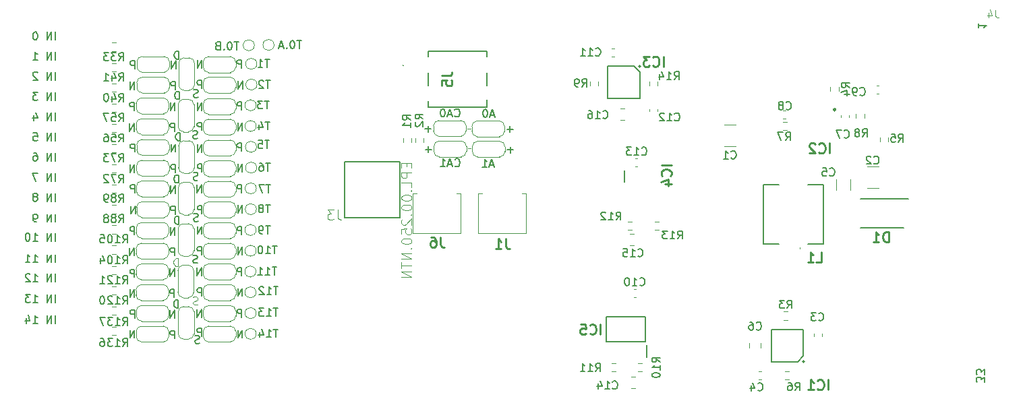
<source format=gbr>
%TF.GenerationSoftware,KiCad,Pcbnew,8.0.7*%
%TF.CreationDate,2025-01-03T10:46:17+01:00*%
%TF.ProjectId,A5256,41353235-362e-46b6-9963-61645f706362,rev?*%
%TF.SameCoordinates,Original*%
%TF.FileFunction,Legend,Bot*%
%TF.FilePolarity,Positive*%
%FSLAX46Y46*%
G04 Gerber Fmt 4.6, Leading zero omitted, Abs format (unit mm)*
G04 Created by KiCad (PCBNEW 8.0.7) date 2025-01-03 10:46:17*
%MOMM*%
%LPD*%
G01*
G04 APERTURE LIST*
%ADD10C,0.150000*%
%ADD11C,0.254000*%
%ADD12C,0.125000*%
%ADD13C,0.100000*%
%ADD14C,0.101600*%
%ADD15C,0.200000*%
%ADD16C,0.120000*%
%ADD17C,0.250000*%
%ADD18C,0.198120*%
G04 APERTURE END LIST*
D10*
X124006077Y-81969931D02*
X123434649Y-81969931D01*
X123720363Y-82969931D02*
X123720363Y-81969931D01*
X123148934Y-82065169D02*
X123101315Y-82017550D01*
X123101315Y-82017550D02*
X123006077Y-81969931D01*
X123006077Y-81969931D02*
X122767982Y-81969931D01*
X122767982Y-81969931D02*
X122672744Y-82017550D01*
X122672744Y-82017550D02*
X122625125Y-82065169D01*
X122625125Y-82065169D02*
X122577506Y-82160407D01*
X122577506Y-82160407D02*
X122577506Y-82255645D01*
X122577506Y-82255645D02*
X122625125Y-82398502D01*
X122625125Y-82398502D02*
X123196553Y-82969931D01*
X123196553Y-82969931D02*
X122577506Y-82969931D01*
X97023220Y-97129819D02*
X97023220Y-96129819D01*
X96547030Y-97129819D02*
X96547030Y-96129819D01*
X96547030Y-96129819D02*
X95975602Y-97129819D01*
X95975602Y-97129819D02*
X95975602Y-96129819D01*
X94594649Y-96558390D02*
X94689887Y-96510771D01*
X94689887Y-96510771D02*
X94737506Y-96463152D01*
X94737506Y-96463152D02*
X94785125Y-96367914D01*
X94785125Y-96367914D02*
X94785125Y-96320295D01*
X94785125Y-96320295D02*
X94737506Y-96225057D01*
X94737506Y-96225057D02*
X94689887Y-96177438D01*
X94689887Y-96177438D02*
X94594649Y-96129819D01*
X94594649Y-96129819D02*
X94404173Y-96129819D01*
X94404173Y-96129819D02*
X94308935Y-96177438D01*
X94308935Y-96177438D02*
X94261316Y-96225057D01*
X94261316Y-96225057D02*
X94213697Y-96320295D01*
X94213697Y-96320295D02*
X94213697Y-96367914D01*
X94213697Y-96367914D02*
X94261316Y-96463152D01*
X94261316Y-96463152D02*
X94308935Y-96510771D01*
X94308935Y-96510771D02*
X94404173Y-96558390D01*
X94404173Y-96558390D02*
X94594649Y-96558390D01*
X94594649Y-96558390D02*
X94689887Y-96606009D01*
X94689887Y-96606009D02*
X94737506Y-96653628D01*
X94737506Y-96653628D02*
X94785125Y-96748866D01*
X94785125Y-96748866D02*
X94785125Y-96939342D01*
X94785125Y-96939342D02*
X94737506Y-97034580D01*
X94737506Y-97034580D02*
X94689887Y-97082200D01*
X94689887Y-97082200D02*
X94594649Y-97129819D01*
X94594649Y-97129819D02*
X94404173Y-97129819D01*
X94404173Y-97129819D02*
X94308935Y-97082200D01*
X94308935Y-97082200D02*
X94261316Y-97034580D01*
X94261316Y-97034580D02*
X94213697Y-96939342D01*
X94213697Y-96939342D02*
X94213697Y-96748866D01*
X94213697Y-96748866D02*
X94261316Y-96653628D01*
X94261316Y-96653628D02*
X94308935Y-96606009D01*
X94308935Y-96606009D02*
X94404173Y-96558390D01*
X152140839Y-86294104D02*
X151664649Y-86294104D01*
X152236077Y-86579819D02*
X151902744Y-85579819D01*
X151902744Y-85579819D02*
X151569411Y-86579819D01*
X151045601Y-85579819D02*
X150950363Y-85579819D01*
X150950363Y-85579819D02*
X150855125Y-85627438D01*
X150855125Y-85627438D02*
X150807506Y-85675057D01*
X150807506Y-85675057D02*
X150759887Y-85770295D01*
X150759887Y-85770295D02*
X150712268Y-85960771D01*
X150712268Y-85960771D02*
X150712268Y-86198866D01*
X150712268Y-86198866D02*
X150759887Y-86389342D01*
X150759887Y-86389342D02*
X150807506Y-86484580D01*
X150807506Y-86484580D02*
X150855125Y-86532200D01*
X150855125Y-86532200D02*
X150950363Y-86579819D01*
X150950363Y-86579819D02*
X151045601Y-86579819D01*
X151045601Y-86579819D02*
X151140839Y-86532200D01*
X151140839Y-86532200D02*
X151188458Y-86484580D01*
X151188458Y-86484580D02*
X151236077Y-86389342D01*
X151236077Y-86389342D02*
X151283696Y-86198866D01*
X151283696Y-86198866D02*
X151283696Y-85960771D01*
X151283696Y-85960771D02*
X151236077Y-85770295D01*
X151236077Y-85770295D02*
X151188458Y-85675057D01*
X151188458Y-85675057D02*
X151140839Y-85627438D01*
X151140839Y-85627438D02*
X151045601Y-85579819D01*
X97023220Y-109849819D02*
X97023220Y-108849819D01*
X96547030Y-109849819D02*
X96547030Y-108849819D01*
X96547030Y-108849819D02*
X95975602Y-109849819D01*
X95975602Y-109849819D02*
X95975602Y-108849819D01*
X94213697Y-109849819D02*
X94785125Y-109849819D01*
X94499411Y-109849819D02*
X94499411Y-108849819D01*
X94499411Y-108849819D02*
X94594649Y-108992676D01*
X94594649Y-108992676D02*
X94689887Y-109087914D01*
X94689887Y-109087914D02*
X94785125Y-109135533D01*
X93880363Y-108849819D02*
X93261316Y-108849819D01*
X93261316Y-108849819D02*
X93594649Y-109230771D01*
X93594649Y-109230771D02*
X93451792Y-109230771D01*
X93451792Y-109230771D02*
X93356554Y-109278390D01*
X93356554Y-109278390D02*
X93308935Y-109326009D01*
X93308935Y-109326009D02*
X93261316Y-109421247D01*
X93261316Y-109421247D02*
X93261316Y-109659342D01*
X93261316Y-109659342D02*
X93308935Y-109754580D01*
X93308935Y-109754580D02*
X93356554Y-109802200D01*
X93356554Y-109802200D02*
X93451792Y-109849819D01*
X93451792Y-109849819D02*
X93737506Y-109849819D01*
X93737506Y-109849819D02*
X93832744Y-109802200D01*
X93832744Y-109802200D02*
X93880363Y-109754580D01*
X147191792Y-92694636D02*
X147239411Y-92742256D01*
X147239411Y-92742256D02*
X147382268Y-92789875D01*
X147382268Y-92789875D02*
X147477506Y-92789875D01*
X147477506Y-92789875D02*
X147620363Y-92742256D01*
X147620363Y-92742256D02*
X147715601Y-92647017D01*
X147715601Y-92647017D02*
X147763220Y-92551779D01*
X147763220Y-92551779D02*
X147810839Y-92361303D01*
X147810839Y-92361303D02*
X147810839Y-92218446D01*
X147810839Y-92218446D02*
X147763220Y-92027970D01*
X147763220Y-92027970D02*
X147715601Y-91932732D01*
X147715601Y-91932732D02*
X147620363Y-91837494D01*
X147620363Y-91837494D02*
X147477506Y-91789875D01*
X147477506Y-91789875D02*
X147382268Y-91789875D01*
X147382268Y-91789875D02*
X147239411Y-91837494D01*
X147239411Y-91837494D02*
X147191792Y-91885113D01*
X146810839Y-92504160D02*
X146334649Y-92504160D01*
X146906077Y-92789875D02*
X146572744Y-91789875D01*
X146572744Y-91789875D02*
X146239411Y-92789875D01*
X145382268Y-92789875D02*
X145953696Y-92789875D01*
X145667982Y-92789875D02*
X145667982Y-91789875D01*
X145667982Y-91789875D02*
X145763220Y-91932732D01*
X145763220Y-91932732D02*
X145858458Y-92027970D01*
X145858458Y-92027970D02*
X145953696Y-92075589D01*
X124816077Y-105410043D02*
X124244649Y-105410043D01*
X124530363Y-106410043D02*
X124530363Y-105410043D01*
X123387506Y-106410043D02*
X123958934Y-106410043D01*
X123673220Y-106410043D02*
X123673220Y-105410043D01*
X123673220Y-105410043D02*
X123768458Y-105552900D01*
X123768458Y-105552900D02*
X123863696Y-105648138D01*
X123863696Y-105648138D02*
X123958934Y-105695757D01*
X122435125Y-106410043D02*
X123006553Y-106410043D01*
X122720839Y-106410043D02*
X122720839Y-105410043D01*
X122720839Y-105410043D02*
X122816077Y-105552900D01*
X122816077Y-105552900D02*
X122911315Y-105648138D01*
X122911315Y-105648138D02*
X123006553Y-105695757D01*
X124966077Y-110570043D02*
X124394649Y-110570043D01*
X124680363Y-111570043D02*
X124680363Y-110570043D01*
X123537506Y-111570043D02*
X124108934Y-111570043D01*
X123823220Y-111570043D02*
X123823220Y-110570043D01*
X123823220Y-110570043D02*
X123918458Y-110712900D01*
X123918458Y-110712900D02*
X124013696Y-110808138D01*
X124013696Y-110808138D02*
X124108934Y-110855757D01*
X123204172Y-110570043D02*
X122585125Y-110570043D01*
X122585125Y-110570043D02*
X122918458Y-110950995D01*
X122918458Y-110950995D02*
X122775601Y-110950995D01*
X122775601Y-110950995D02*
X122680363Y-110998614D01*
X122680363Y-110998614D02*
X122632744Y-111046233D01*
X122632744Y-111046233D02*
X122585125Y-111141471D01*
X122585125Y-111141471D02*
X122585125Y-111379566D01*
X122585125Y-111379566D02*
X122632744Y-111474804D01*
X122632744Y-111474804D02*
X122680363Y-111522424D01*
X122680363Y-111522424D02*
X122775601Y-111570043D01*
X122775601Y-111570043D02*
X123061315Y-111570043D01*
X123061315Y-111570043D02*
X123156553Y-111522424D01*
X123156553Y-111522424D02*
X123204172Y-111474804D01*
X123856077Y-84519987D02*
X123284649Y-84519987D01*
X123570363Y-85519987D02*
X123570363Y-84519987D01*
X123046553Y-84519987D02*
X122427506Y-84519987D01*
X122427506Y-84519987D02*
X122760839Y-84900939D01*
X122760839Y-84900939D02*
X122617982Y-84900939D01*
X122617982Y-84900939D02*
X122522744Y-84948558D01*
X122522744Y-84948558D02*
X122475125Y-84996177D01*
X122475125Y-84996177D02*
X122427506Y-85091415D01*
X122427506Y-85091415D02*
X122427506Y-85329510D01*
X122427506Y-85329510D02*
X122475125Y-85424748D01*
X122475125Y-85424748D02*
X122522744Y-85472368D01*
X122522744Y-85472368D02*
X122617982Y-85519987D01*
X122617982Y-85519987D02*
X122903696Y-85519987D01*
X122903696Y-85519987D02*
X122998934Y-85472368D01*
X122998934Y-85472368D02*
X123046553Y-85424748D01*
X97023220Y-76869819D02*
X97023220Y-75869819D01*
X96547030Y-76869819D02*
X96547030Y-75869819D01*
X96547030Y-75869819D02*
X95975602Y-76869819D01*
X95975602Y-76869819D02*
X95975602Y-75869819D01*
X94547030Y-75869819D02*
X94451792Y-75869819D01*
X94451792Y-75869819D02*
X94356554Y-75917438D01*
X94356554Y-75917438D02*
X94308935Y-75965057D01*
X94308935Y-75965057D02*
X94261316Y-76060295D01*
X94261316Y-76060295D02*
X94213697Y-76250771D01*
X94213697Y-76250771D02*
X94213697Y-76488866D01*
X94213697Y-76488866D02*
X94261316Y-76679342D01*
X94261316Y-76679342D02*
X94308935Y-76774580D01*
X94308935Y-76774580D02*
X94356554Y-76822200D01*
X94356554Y-76822200D02*
X94451792Y-76869819D01*
X94451792Y-76869819D02*
X94547030Y-76869819D01*
X94547030Y-76869819D02*
X94642268Y-76822200D01*
X94642268Y-76822200D02*
X94689887Y-76774580D01*
X94689887Y-76774580D02*
X94737506Y-76679342D01*
X94737506Y-76679342D02*
X94785125Y-76488866D01*
X94785125Y-76488866D02*
X94785125Y-76250771D01*
X94785125Y-76250771D02*
X94737506Y-76060295D01*
X94737506Y-76060295D02*
X94689887Y-75965057D01*
X94689887Y-75965057D02*
X94642268Y-75917438D01*
X94642268Y-75917438D02*
X94547030Y-75869819D01*
X123996077Y-97559987D02*
X123424649Y-97559987D01*
X123710363Y-98559987D02*
X123710363Y-97559987D01*
X122948458Y-97988558D02*
X123043696Y-97940939D01*
X123043696Y-97940939D02*
X123091315Y-97893320D01*
X123091315Y-97893320D02*
X123138934Y-97798082D01*
X123138934Y-97798082D02*
X123138934Y-97750463D01*
X123138934Y-97750463D02*
X123091315Y-97655225D01*
X123091315Y-97655225D02*
X123043696Y-97607606D01*
X123043696Y-97607606D02*
X122948458Y-97559987D01*
X122948458Y-97559987D02*
X122757982Y-97559987D01*
X122757982Y-97559987D02*
X122662744Y-97607606D01*
X122662744Y-97607606D02*
X122615125Y-97655225D01*
X122615125Y-97655225D02*
X122567506Y-97750463D01*
X122567506Y-97750463D02*
X122567506Y-97798082D01*
X122567506Y-97798082D02*
X122615125Y-97893320D01*
X122615125Y-97893320D02*
X122662744Y-97940939D01*
X122662744Y-97940939D02*
X122757982Y-97988558D01*
X122757982Y-97988558D02*
X122948458Y-97988558D01*
X122948458Y-97988558D02*
X123043696Y-98036177D01*
X123043696Y-98036177D02*
X123091315Y-98083796D01*
X123091315Y-98083796D02*
X123138934Y-98179034D01*
X123138934Y-98179034D02*
X123138934Y-98369510D01*
X123138934Y-98369510D02*
X123091315Y-98464748D01*
X123091315Y-98464748D02*
X123043696Y-98512368D01*
X123043696Y-98512368D02*
X122948458Y-98559987D01*
X122948458Y-98559987D02*
X122757982Y-98559987D01*
X122757982Y-98559987D02*
X122662744Y-98512368D01*
X122662744Y-98512368D02*
X122615125Y-98464748D01*
X122615125Y-98464748D02*
X122567506Y-98369510D01*
X122567506Y-98369510D02*
X122567506Y-98179034D01*
X122567506Y-98179034D02*
X122615125Y-98083796D01*
X122615125Y-98083796D02*
X122662744Y-98036177D01*
X122662744Y-98036177D02*
X122757982Y-97988558D01*
X97023220Y-94639819D02*
X97023220Y-93639819D01*
X96547030Y-94639819D02*
X96547030Y-93639819D01*
X96547030Y-93639819D02*
X95975602Y-94639819D01*
X95975602Y-94639819D02*
X95975602Y-93639819D01*
X94832744Y-93639819D02*
X94166078Y-93639819D01*
X94166078Y-93639819D02*
X94594649Y-94639819D01*
X152070839Y-92564104D02*
X151594649Y-92564104D01*
X152166077Y-92849819D02*
X151832744Y-91849819D01*
X151832744Y-91849819D02*
X151499411Y-92849819D01*
X150642268Y-92849819D02*
X151213696Y-92849819D01*
X150927982Y-92849819D02*
X150927982Y-91849819D01*
X150927982Y-91849819D02*
X151023220Y-91992676D01*
X151023220Y-91992676D02*
X151118458Y-92087914D01*
X151118458Y-92087914D02*
X151213696Y-92135533D01*
X97023220Y-102129819D02*
X97023220Y-101129819D01*
X96547030Y-102129819D02*
X96547030Y-101129819D01*
X96547030Y-101129819D02*
X95975602Y-102129819D01*
X95975602Y-102129819D02*
X95975602Y-101129819D01*
X94213697Y-102129819D02*
X94785125Y-102129819D01*
X94499411Y-102129819D02*
X94499411Y-101129819D01*
X94499411Y-101129819D02*
X94594649Y-101272676D01*
X94594649Y-101272676D02*
X94689887Y-101367914D01*
X94689887Y-101367914D02*
X94785125Y-101415533D01*
X93594649Y-101129819D02*
X93499411Y-101129819D01*
X93499411Y-101129819D02*
X93404173Y-101177438D01*
X93404173Y-101177438D02*
X93356554Y-101225057D01*
X93356554Y-101225057D02*
X93308935Y-101320295D01*
X93308935Y-101320295D02*
X93261316Y-101510771D01*
X93261316Y-101510771D02*
X93261316Y-101748866D01*
X93261316Y-101748866D02*
X93308935Y-101939342D01*
X93308935Y-101939342D02*
X93356554Y-102034580D01*
X93356554Y-102034580D02*
X93404173Y-102082200D01*
X93404173Y-102082200D02*
X93499411Y-102129819D01*
X93499411Y-102129819D02*
X93594649Y-102129819D01*
X93594649Y-102129819D02*
X93689887Y-102082200D01*
X93689887Y-102082200D02*
X93737506Y-102034580D01*
X93737506Y-102034580D02*
X93785125Y-101939342D01*
X93785125Y-101939342D02*
X93832744Y-101748866D01*
X93832744Y-101748866D02*
X93832744Y-101510771D01*
X93832744Y-101510771D02*
X93785125Y-101320295D01*
X93785125Y-101320295D02*
X93737506Y-101225057D01*
X93737506Y-101225057D02*
X93689887Y-101177438D01*
X93689887Y-101177438D02*
X93594649Y-101129819D01*
X97023220Y-107259819D02*
X97023220Y-106259819D01*
X96547030Y-107259819D02*
X96547030Y-106259819D01*
X96547030Y-106259819D02*
X95975602Y-107259819D01*
X95975602Y-107259819D02*
X95975602Y-106259819D01*
X94213697Y-107259819D02*
X94785125Y-107259819D01*
X94499411Y-107259819D02*
X94499411Y-106259819D01*
X94499411Y-106259819D02*
X94594649Y-106402676D01*
X94594649Y-106402676D02*
X94689887Y-106497914D01*
X94689887Y-106497914D02*
X94785125Y-106545533D01*
X93832744Y-106355057D02*
X93785125Y-106307438D01*
X93785125Y-106307438D02*
X93689887Y-106259819D01*
X93689887Y-106259819D02*
X93451792Y-106259819D01*
X93451792Y-106259819D02*
X93356554Y-106307438D01*
X93356554Y-106307438D02*
X93308935Y-106355057D01*
X93308935Y-106355057D02*
X93261316Y-106450295D01*
X93261316Y-106450295D02*
X93261316Y-106545533D01*
X93261316Y-106545533D02*
X93308935Y-106688390D01*
X93308935Y-106688390D02*
X93880363Y-107259819D01*
X93880363Y-107259819D02*
X93261316Y-107259819D01*
X124036077Y-95070043D02*
X123464649Y-95070043D01*
X123750363Y-96070043D02*
X123750363Y-95070043D01*
X123226553Y-95070043D02*
X122559887Y-95070043D01*
X122559887Y-95070043D02*
X122988458Y-96070043D01*
X124016077Y-92339987D02*
X123444649Y-92339987D01*
X123730363Y-93339987D02*
X123730363Y-92339987D01*
X122682744Y-92339987D02*
X122873220Y-92339987D01*
X122873220Y-92339987D02*
X122968458Y-92387606D01*
X122968458Y-92387606D02*
X123016077Y-92435225D01*
X123016077Y-92435225D02*
X123111315Y-92578082D01*
X123111315Y-92578082D02*
X123158934Y-92768558D01*
X123158934Y-92768558D02*
X123158934Y-93149510D01*
X123158934Y-93149510D02*
X123111315Y-93244748D01*
X123111315Y-93244748D02*
X123063696Y-93292368D01*
X123063696Y-93292368D02*
X122968458Y-93339987D01*
X122968458Y-93339987D02*
X122777982Y-93339987D01*
X122777982Y-93339987D02*
X122682744Y-93292368D01*
X122682744Y-93292368D02*
X122635125Y-93244748D01*
X122635125Y-93244748D02*
X122587506Y-93149510D01*
X122587506Y-93149510D02*
X122587506Y-92911415D01*
X122587506Y-92911415D02*
X122635125Y-92816177D01*
X122635125Y-92816177D02*
X122682744Y-92768558D01*
X122682744Y-92768558D02*
X122777982Y-92720939D01*
X122777982Y-92720939D02*
X122968458Y-92720939D01*
X122968458Y-92720939D02*
X123063696Y-92768558D01*
X123063696Y-92768558D02*
X123111315Y-92816177D01*
X123111315Y-92816177D02*
X123158934Y-92911415D01*
X120056077Y-77099819D02*
X119484649Y-77099819D01*
X119770363Y-78099819D02*
X119770363Y-77099819D01*
X118960839Y-77099819D02*
X118865601Y-77099819D01*
X118865601Y-77099819D02*
X118770363Y-77147438D01*
X118770363Y-77147438D02*
X118722744Y-77195057D01*
X118722744Y-77195057D02*
X118675125Y-77290295D01*
X118675125Y-77290295D02*
X118627506Y-77480771D01*
X118627506Y-77480771D02*
X118627506Y-77718866D01*
X118627506Y-77718866D02*
X118675125Y-77909342D01*
X118675125Y-77909342D02*
X118722744Y-78004580D01*
X118722744Y-78004580D02*
X118770363Y-78052200D01*
X118770363Y-78052200D02*
X118865601Y-78099819D01*
X118865601Y-78099819D02*
X118960839Y-78099819D01*
X118960839Y-78099819D02*
X119056077Y-78052200D01*
X119056077Y-78052200D02*
X119103696Y-78004580D01*
X119103696Y-78004580D02*
X119151315Y-77909342D01*
X119151315Y-77909342D02*
X119198934Y-77718866D01*
X119198934Y-77718866D02*
X119198934Y-77480771D01*
X119198934Y-77480771D02*
X119151315Y-77290295D01*
X119151315Y-77290295D02*
X119103696Y-77195057D01*
X119103696Y-77195057D02*
X119056077Y-77147438D01*
X119056077Y-77147438D02*
X118960839Y-77099819D01*
X118198934Y-78004580D02*
X118151315Y-78052200D01*
X118151315Y-78052200D02*
X118198934Y-78099819D01*
X118198934Y-78099819D02*
X118246553Y-78052200D01*
X118246553Y-78052200D02*
X118198934Y-78004580D01*
X118198934Y-78004580D02*
X118198934Y-78099819D01*
X117389411Y-77576009D02*
X117246554Y-77623628D01*
X117246554Y-77623628D02*
X117198935Y-77671247D01*
X117198935Y-77671247D02*
X117151316Y-77766485D01*
X117151316Y-77766485D02*
X117151316Y-77909342D01*
X117151316Y-77909342D02*
X117198935Y-78004580D01*
X117198935Y-78004580D02*
X117246554Y-78052200D01*
X117246554Y-78052200D02*
X117341792Y-78099819D01*
X117341792Y-78099819D02*
X117722744Y-78099819D01*
X117722744Y-78099819D02*
X117722744Y-77099819D01*
X117722744Y-77099819D02*
X117389411Y-77099819D01*
X117389411Y-77099819D02*
X117294173Y-77147438D01*
X117294173Y-77147438D02*
X117246554Y-77195057D01*
X117246554Y-77195057D02*
X117198935Y-77290295D01*
X117198935Y-77290295D02*
X117198935Y-77385533D01*
X117198935Y-77385533D02*
X117246554Y-77480771D01*
X117246554Y-77480771D02*
X117294173Y-77528390D01*
X117294173Y-77528390D02*
X117389411Y-77576009D01*
X117389411Y-77576009D02*
X117722744Y-77576009D01*
X124846077Y-102730043D02*
X124274649Y-102730043D01*
X124560363Y-103730043D02*
X124560363Y-102730043D01*
X123417506Y-103730043D02*
X123988934Y-103730043D01*
X123703220Y-103730043D02*
X123703220Y-102730043D01*
X123703220Y-102730043D02*
X123798458Y-102872900D01*
X123798458Y-102872900D02*
X123893696Y-102968138D01*
X123893696Y-102968138D02*
X123988934Y-103015757D01*
X122798458Y-102730043D02*
X122703220Y-102730043D01*
X122703220Y-102730043D02*
X122607982Y-102777662D01*
X122607982Y-102777662D02*
X122560363Y-102825281D01*
X122560363Y-102825281D02*
X122512744Y-102920519D01*
X122512744Y-102920519D02*
X122465125Y-103110995D01*
X122465125Y-103110995D02*
X122465125Y-103349090D01*
X122465125Y-103349090D02*
X122512744Y-103539566D01*
X122512744Y-103539566D02*
X122560363Y-103634804D01*
X122560363Y-103634804D02*
X122607982Y-103682424D01*
X122607982Y-103682424D02*
X122703220Y-103730043D01*
X122703220Y-103730043D02*
X122798458Y-103730043D01*
X122798458Y-103730043D02*
X122893696Y-103682424D01*
X122893696Y-103682424D02*
X122941315Y-103634804D01*
X122941315Y-103634804D02*
X122988934Y-103539566D01*
X122988934Y-103539566D02*
X123036553Y-103349090D01*
X123036553Y-103349090D02*
X123036553Y-103110995D01*
X123036553Y-103110995D02*
X122988934Y-102920519D01*
X122988934Y-102920519D02*
X122941315Y-102825281D01*
X122941315Y-102825281D02*
X122893696Y-102777662D01*
X122893696Y-102777662D02*
X122798458Y-102730043D01*
X97023220Y-112469819D02*
X97023220Y-111469819D01*
X96547030Y-112469819D02*
X96547030Y-111469819D01*
X96547030Y-111469819D02*
X95975602Y-112469819D01*
X95975602Y-112469819D02*
X95975602Y-111469819D01*
X94213697Y-112469819D02*
X94785125Y-112469819D01*
X94499411Y-112469819D02*
X94499411Y-111469819D01*
X94499411Y-111469819D02*
X94594649Y-111612676D01*
X94594649Y-111612676D02*
X94689887Y-111707914D01*
X94689887Y-111707914D02*
X94785125Y-111755533D01*
X93356554Y-111803152D02*
X93356554Y-112469819D01*
X93594649Y-111422200D02*
X93832744Y-112136485D01*
X93832744Y-112136485D02*
X93213697Y-112136485D01*
X127926077Y-76939931D02*
X127354649Y-76939931D01*
X127640363Y-77939931D02*
X127640363Y-76939931D01*
X126830839Y-76939931D02*
X126735601Y-76939931D01*
X126735601Y-76939931D02*
X126640363Y-76987550D01*
X126640363Y-76987550D02*
X126592744Y-77035169D01*
X126592744Y-77035169D02*
X126545125Y-77130407D01*
X126545125Y-77130407D02*
X126497506Y-77320883D01*
X126497506Y-77320883D02*
X126497506Y-77558978D01*
X126497506Y-77558978D02*
X126545125Y-77749454D01*
X126545125Y-77749454D02*
X126592744Y-77844692D01*
X126592744Y-77844692D02*
X126640363Y-77892312D01*
X126640363Y-77892312D02*
X126735601Y-77939931D01*
X126735601Y-77939931D02*
X126830839Y-77939931D01*
X126830839Y-77939931D02*
X126926077Y-77892312D01*
X126926077Y-77892312D02*
X126973696Y-77844692D01*
X126973696Y-77844692D02*
X127021315Y-77749454D01*
X127021315Y-77749454D02*
X127068934Y-77558978D01*
X127068934Y-77558978D02*
X127068934Y-77320883D01*
X127068934Y-77320883D02*
X127021315Y-77130407D01*
X127021315Y-77130407D02*
X126973696Y-77035169D01*
X126973696Y-77035169D02*
X126926077Y-76987550D01*
X126926077Y-76987550D02*
X126830839Y-76939931D01*
X126068934Y-77844692D02*
X126021315Y-77892312D01*
X126021315Y-77892312D02*
X126068934Y-77939931D01*
X126068934Y-77939931D02*
X126116553Y-77892312D01*
X126116553Y-77892312D02*
X126068934Y-77844692D01*
X126068934Y-77844692D02*
X126068934Y-77939931D01*
X125640363Y-77654216D02*
X125164173Y-77654216D01*
X125735601Y-77939931D02*
X125402268Y-76939931D01*
X125402268Y-76939931D02*
X125068935Y-77939931D01*
X123906077Y-79279931D02*
X123334649Y-79279931D01*
X123620363Y-80279931D02*
X123620363Y-79279931D01*
X122477506Y-80279931D02*
X123048934Y-80279931D01*
X122763220Y-80279931D02*
X122763220Y-79279931D01*
X122763220Y-79279931D02*
X122858458Y-79422788D01*
X122858458Y-79422788D02*
X122953696Y-79518026D01*
X122953696Y-79518026D02*
X123048934Y-79565645D01*
X123896077Y-89489987D02*
X123324649Y-89489987D01*
X123610363Y-90489987D02*
X123610363Y-89489987D01*
X122515125Y-89489987D02*
X122991315Y-89489987D01*
X122991315Y-89489987D02*
X123038934Y-89966177D01*
X123038934Y-89966177D02*
X122991315Y-89918558D01*
X122991315Y-89918558D02*
X122896077Y-89870939D01*
X122896077Y-89870939D02*
X122657982Y-89870939D01*
X122657982Y-89870939D02*
X122562744Y-89918558D01*
X122562744Y-89918558D02*
X122515125Y-89966177D01*
X122515125Y-89966177D02*
X122467506Y-90061415D01*
X122467506Y-90061415D02*
X122467506Y-90299510D01*
X122467506Y-90299510D02*
X122515125Y-90394748D01*
X122515125Y-90394748D02*
X122562744Y-90442368D01*
X122562744Y-90442368D02*
X122657982Y-90489987D01*
X122657982Y-90489987D02*
X122896077Y-90489987D01*
X122896077Y-90489987D02*
X122991315Y-90442368D01*
X122991315Y-90442368D02*
X123038934Y-90394748D01*
X97023220Y-92049819D02*
X97023220Y-91049819D01*
X96547030Y-92049819D02*
X96547030Y-91049819D01*
X96547030Y-91049819D02*
X95975602Y-92049819D01*
X95975602Y-92049819D02*
X95975602Y-91049819D01*
X94308935Y-91049819D02*
X94499411Y-91049819D01*
X94499411Y-91049819D02*
X94594649Y-91097438D01*
X94594649Y-91097438D02*
X94642268Y-91145057D01*
X94642268Y-91145057D02*
X94737506Y-91287914D01*
X94737506Y-91287914D02*
X94785125Y-91478390D01*
X94785125Y-91478390D02*
X94785125Y-91859342D01*
X94785125Y-91859342D02*
X94737506Y-91954580D01*
X94737506Y-91954580D02*
X94689887Y-92002200D01*
X94689887Y-92002200D02*
X94594649Y-92049819D01*
X94594649Y-92049819D02*
X94404173Y-92049819D01*
X94404173Y-92049819D02*
X94308935Y-92002200D01*
X94308935Y-92002200D02*
X94261316Y-91954580D01*
X94261316Y-91954580D02*
X94213697Y-91859342D01*
X94213697Y-91859342D02*
X94213697Y-91621247D01*
X94213697Y-91621247D02*
X94261316Y-91526009D01*
X94261316Y-91526009D02*
X94308935Y-91478390D01*
X94308935Y-91478390D02*
X94404173Y-91430771D01*
X94404173Y-91430771D02*
X94594649Y-91430771D01*
X94594649Y-91430771D02*
X94689887Y-91478390D01*
X94689887Y-91478390D02*
X94737506Y-91526009D01*
X94737506Y-91526009D02*
X94785125Y-91621247D01*
X147181792Y-86434580D02*
X147229411Y-86482200D01*
X147229411Y-86482200D02*
X147372268Y-86529819D01*
X147372268Y-86529819D02*
X147467506Y-86529819D01*
X147467506Y-86529819D02*
X147610363Y-86482200D01*
X147610363Y-86482200D02*
X147705601Y-86386961D01*
X147705601Y-86386961D02*
X147753220Y-86291723D01*
X147753220Y-86291723D02*
X147800839Y-86101247D01*
X147800839Y-86101247D02*
X147800839Y-85958390D01*
X147800839Y-85958390D02*
X147753220Y-85767914D01*
X147753220Y-85767914D02*
X147705601Y-85672676D01*
X147705601Y-85672676D02*
X147610363Y-85577438D01*
X147610363Y-85577438D02*
X147467506Y-85529819D01*
X147467506Y-85529819D02*
X147372268Y-85529819D01*
X147372268Y-85529819D02*
X147229411Y-85577438D01*
X147229411Y-85577438D02*
X147181792Y-85625057D01*
X146800839Y-86244104D02*
X146324649Y-86244104D01*
X146896077Y-86529819D02*
X146562744Y-85529819D01*
X146562744Y-85529819D02*
X146229411Y-86529819D01*
X145705601Y-85529819D02*
X145610363Y-85529819D01*
X145610363Y-85529819D02*
X145515125Y-85577438D01*
X145515125Y-85577438D02*
X145467506Y-85625057D01*
X145467506Y-85625057D02*
X145419887Y-85720295D01*
X145419887Y-85720295D02*
X145372268Y-85910771D01*
X145372268Y-85910771D02*
X145372268Y-86148866D01*
X145372268Y-86148866D02*
X145419887Y-86339342D01*
X145419887Y-86339342D02*
X145467506Y-86434580D01*
X145467506Y-86434580D02*
X145515125Y-86482200D01*
X145515125Y-86482200D02*
X145610363Y-86529819D01*
X145610363Y-86529819D02*
X145705601Y-86529819D01*
X145705601Y-86529819D02*
X145800839Y-86482200D01*
X145800839Y-86482200D02*
X145848458Y-86434580D01*
X145848458Y-86434580D02*
X145896077Y-86339342D01*
X145896077Y-86339342D02*
X145943696Y-86148866D01*
X145943696Y-86148866D02*
X145943696Y-85910771D01*
X145943696Y-85910771D02*
X145896077Y-85720295D01*
X145896077Y-85720295D02*
X145848458Y-85625057D01*
X145848458Y-85625057D02*
X145800839Y-85577438D01*
X145800839Y-85577438D02*
X145705601Y-85529819D01*
X97023220Y-86999819D02*
X97023220Y-85999819D01*
X96547030Y-86999819D02*
X96547030Y-85999819D01*
X96547030Y-85999819D02*
X95975602Y-86999819D01*
X95975602Y-86999819D02*
X95975602Y-85999819D01*
X94308935Y-86333152D02*
X94308935Y-86999819D01*
X94547030Y-85952200D02*
X94785125Y-86666485D01*
X94785125Y-86666485D02*
X94166078Y-86666485D01*
X97023220Y-99739819D02*
X97023220Y-98739819D01*
X96547030Y-99739819D02*
X96547030Y-98739819D01*
X96547030Y-98739819D02*
X95975602Y-99739819D01*
X95975602Y-99739819D02*
X95975602Y-98739819D01*
X94689887Y-99739819D02*
X94499411Y-99739819D01*
X94499411Y-99739819D02*
X94404173Y-99692200D01*
X94404173Y-99692200D02*
X94356554Y-99644580D01*
X94356554Y-99644580D02*
X94261316Y-99501723D01*
X94261316Y-99501723D02*
X94213697Y-99311247D01*
X94213697Y-99311247D02*
X94213697Y-98930295D01*
X94213697Y-98930295D02*
X94261316Y-98835057D01*
X94261316Y-98835057D02*
X94308935Y-98787438D01*
X94308935Y-98787438D02*
X94404173Y-98739819D01*
X94404173Y-98739819D02*
X94594649Y-98739819D01*
X94594649Y-98739819D02*
X94689887Y-98787438D01*
X94689887Y-98787438D02*
X94737506Y-98835057D01*
X94737506Y-98835057D02*
X94785125Y-98930295D01*
X94785125Y-98930295D02*
X94785125Y-99168390D01*
X94785125Y-99168390D02*
X94737506Y-99263628D01*
X94737506Y-99263628D02*
X94689887Y-99311247D01*
X94689887Y-99311247D02*
X94594649Y-99358866D01*
X94594649Y-99358866D02*
X94404173Y-99358866D01*
X94404173Y-99358866D02*
X94308935Y-99311247D01*
X94308935Y-99311247D02*
X94261316Y-99263628D01*
X94261316Y-99263628D02*
X94213697Y-99168390D01*
X97023220Y-81899819D02*
X97023220Y-80899819D01*
X96547030Y-81899819D02*
X96547030Y-80899819D01*
X96547030Y-80899819D02*
X95975602Y-81899819D01*
X95975602Y-81899819D02*
X95975602Y-80899819D01*
X94785125Y-80995057D02*
X94737506Y-80947438D01*
X94737506Y-80947438D02*
X94642268Y-80899819D01*
X94642268Y-80899819D02*
X94404173Y-80899819D01*
X94404173Y-80899819D02*
X94308935Y-80947438D01*
X94308935Y-80947438D02*
X94261316Y-80995057D01*
X94261316Y-80995057D02*
X94213697Y-81090295D01*
X94213697Y-81090295D02*
X94213697Y-81185533D01*
X94213697Y-81185533D02*
X94261316Y-81328390D01*
X94261316Y-81328390D02*
X94832744Y-81899819D01*
X94832744Y-81899819D02*
X94213697Y-81899819D01*
X124966077Y-113230043D02*
X124394649Y-113230043D01*
X124680363Y-114230043D02*
X124680363Y-113230043D01*
X123537506Y-114230043D02*
X124108934Y-114230043D01*
X123823220Y-114230043D02*
X123823220Y-113230043D01*
X123823220Y-113230043D02*
X123918458Y-113372900D01*
X123918458Y-113372900D02*
X124013696Y-113468138D01*
X124013696Y-113468138D02*
X124108934Y-113515757D01*
X122680363Y-113563376D02*
X122680363Y-114230043D01*
X122918458Y-113182424D02*
X123156553Y-113896709D01*
X123156553Y-113896709D02*
X122537506Y-113896709D01*
X97023220Y-84439819D02*
X97023220Y-83439819D01*
X96547030Y-84439819D02*
X96547030Y-83439819D01*
X96547030Y-83439819D02*
X95975602Y-84439819D01*
X95975602Y-84439819D02*
X95975602Y-83439819D01*
X94832744Y-83439819D02*
X94213697Y-83439819D01*
X94213697Y-83439819D02*
X94547030Y-83820771D01*
X94547030Y-83820771D02*
X94404173Y-83820771D01*
X94404173Y-83820771D02*
X94308935Y-83868390D01*
X94308935Y-83868390D02*
X94261316Y-83916009D01*
X94261316Y-83916009D02*
X94213697Y-84011247D01*
X94213697Y-84011247D02*
X94213697Y-84249342D01*
X94213697Y-84249342D02*
X94261316Y-84344580D01*
X94261316Y-84344580D02*
X94308935Y-84392200D01*
X94308935Y-84392200D02*
X94404173Y-84439819D01*
X94404173Y-84439819D02*
X94689887Y-84439819D01*
X94689887Y-84439819D02*
X94785125Y-84392200D01*
X94785125Y-84392200D02*
X94832744Y-84344580D01*
X97023220Y-104819819D02*
X97023220Y-103819819D01*
X96547030Y-104819819D02*
X96547030Y-103819819D01*
X96547030Y-103819819D02*
X95975602Y-104819819D01*
X95975602Y-104819819D02*
X95975602Y-103819819D01*
X94213697Y-104819819D02*
X94785125Y-104819819D01*
X94499411Y-104819819D02*
X94499411Y-103819819D01*
X94499411Y-103819819D02*
X94594649Y-103962676D01*
X94594649Y-103962676D02*
X94689887Y-104057914D01*
X94689887Y-104057914D02*
X94785125Y-104105533D01*
X93261316Y-104819819D02*
X93832744Y-104819819D01*
X93547030Y-104819819D02*
X93547030Y-103819819D01*
X93547030Y-103819819D02*
X93642268Y-103962676D01*
X93642268Y-103962676D02*
X93737506Y-104057914D01*
X93737506Y-104057914D02*
X93832744Y-104105533D01*
X123996077Y-100220043D02*
X123424649Y-100220043D01*
X123710363Y-101220043D02*
X123710363Y-100220043D01*
X123043696Y-101220043D02*
X122853220Y-101220043D01*
X122853220Y-101220043D02*
X122757982Y-101172424D01*
X122757982Y-101172424D02*
X122710363Y-101124804D01*
X122710363Y-101124804D02*
X122615125Y-100981947D01*
X122615125Y-100981947D02*
X122567506Y-100791471D01*
X122567506Y-100791471D02*
X122567506Y-100410519D01*
X122567506Y-100410519D02*
X122615125Y-100315281D01*
X122615125Y-100315281D02*
X122662744Y-100267662D01*
X122662744Y-100267662D02*
X122757982Y-100220043D01*
X122757982Y-100220043D02*
X122948458Y-100220043D01*
X122948458Y-100220043D02*
X123043696Y-100267662D01*
X123043696Y-100267662D02*
X123091315Y-100315281D01*
X123091315Y-100315281D02*
X123138934Y-100410519D01*
X123138934Y-100410519D02*
X123138934Y-100648614D01*
X123138934Y-100648614D02*
X123091315Y-100743852D01*
X123091315Y-100743852D02*
X123043696Y-100791471D01*
X123043696Y-100791471D02*
X122948458Y-100839090D01*
X122948458Y-100839090D02*
X122757982Y-100839090D01*
X122757982Y-100839090D02*
X122662744Y-100791471D01*
X122662744Y-100791471D02*
X122615125Y-100743852D01*
X122615125Y-100743852D02*
X122567506Y-100648614D01*
X97023220Y-89539819D02*
X97023220Y-88539819D01*
X96547030Y-89539819D02*
X96547030Y-88539819D01*
X96547030Y-88539819D02*
X95975602Y-89539819D01*
X95975602Y-89539819D02*
X95975602Y-88539819D01*
X94261316Y-88539819D02*
X94737506Y-88539819D01*
X94737506Y-88539819D02*
X94785125Y-89016009D01*
X94785125Y-89016009D02*
X94737506Y-88968390D01*
X94737506Y-88968390D02*
X94642268Y-88920771D01*
X94642268Y-88920771D02*
X94404173Y-88920771D01*
X94404173Y-88920771D02*
X94308935Y-88968390D01*
X94308935Y-88968390D02*
X94261316Y-89016009D01*
X94261316Y-89016009D02*
X94213697Y-89111247D01*
X94213697Y-89111247D02*
X94213697Y-89349342D01*
X94213697Y-89349342D02*
X94261316Y-89444580D01*
X94261316Y-89444580D02*
X94308935Y-89492200D01*
X94308935Y-89492200D02*
X94404173Y-89539819D01*
X94404173Y-89539819D02*
X94642268Y-89539819D01*
X94642268Y-89539819D02*
X94737506Y-89492200D01*
X94737506Y-89492200D02*
X94785125Y-89444580D01*
X97023220Y-79359819D02*
X97023220Y-78359819D01*
X96547030Y-79359819D02*
X96547030Y-78359819D01*
X96547030Y-78359819D02*
X95975602Y-79359819D01*
X95975602Y-79359819D02*
X95975602Y-78359819D01*
X94213697Y-79359819D02*
X94785125Y-79359819D01*
X94499411Y-79359819D02*
X94499411Y-78359819D01*
X94499411Y-78359819D02*
X94594649Y-78502676D01*
X94594649Y-78502676D02*
X94689887Y-78597914D01*
X94689887Y-78597914D02*
X94785125Y-78645533D01*
X124996077Y-107870043D02*
X124424649Y-107870043D01*
X124710363Y-108870043D02*
X124710363Y-107870043D01*
X123567506Y-108870043D02*
X124138934Y-108870043D01*
X123853220Y-108870043D02*
X123853220Y-107870043D01*
X123853220Y-107870043D02*
X123948458Y-108012900D01*
X123948458Y-108012900D02*
X124043696Y-108108138D01*
X124043696Y-108108138D02*
X124138934Y-108155757D01*
X123186553Y-107965281D02*
X123138934Y-107917662D01*
X123138934Y-107917662D02*
X123043696Y-107870043D01*
X123043696Y-107870043D02*
X122805601Y-107870043D01*
X122805601Y-107870043D02*
X122710363Y-107917662D01*
X122710363Y-107917662D02*
X122662744Y-107965281D01*
X122662744Y-107965281D02*
X122615125Y-108060519D01*
X122615125Y-108060519D02*
X122615125Y-108155757D01*
X122615125Y-108155757D02*
X122662744Y-108298614D01*
X122662744Y-108298614D02*
X123234172Y-108870043D01*
X123234172Y-108870043D02*
X122615125Y-108870043D01*
X123936077Y-87149987D02*
X123364649Y-87149987D01*
X123650363Y-88149987D02*
X123650363Y-87149987D01*
X122602744Y-87483320D02*
X122602744Y-88149987D01*
X122840839Y-87102368D02*
X123078934Y-87816653D01*
X123078934Y-87816653D02*
X122459887Y-87816653D01*
D11*
X145574318Y-81366667D02*
X146481461Y-81366667D01*
X146481461Y-81366667D02*
X146662889Y-81306190D01*
X146662889Y-81306190D02*
X146783842Y-81185238D01*
X146783842Y-81185238D02*
X146844318Y-81003809D01*
X146844318Y-81003809D02*
X146844318Y-80882857D01*
X145574318Y-82576190D02*
X145574318Y-81971428D01*
X145574318Y-81971428D02*
X146179080Y-81910952D01*
X146179080Y-81910952D02*
X146118603Y-81971428D01*
X146118603Y-81971428D02*
X146058127Y-82092381D01*
X146058127Y-82092381D02*
X146058127Y-82394762D01*
X146058127Y-82394762D02*
X146118603Y-82515714D01*
X146118603Y-82515714D02*
X146179080Y-82576190D01*
X146179080Y-82576190D02*
X146300032Y-82636667D01*
X146300032Y-82636667D02*
X146602413Y-82636667D01*
X146602413Y-82636667D02*
X146723365Y-82576190D01*
X146723365Y-82576190D02*
X146783842Y-82515714D01*
X146783842Y-82515714D02*
X146844318Y-82394762D01*
X146844318Y-82394762D02*
X146844318Y-82092381D01*
X146844318Y-82092381D02*
X146783842Y-81971428D01*
X146783842Y-81971428D02*
X146723365Y-81910952D01*
D10*
X165782857Y-86659580D02*
X165830476Y-86707200D01*
X165830476Y-86707200D02*
X165973333Y-86754819D01*
X165973333Y-86754819D02*
X166068571Y-86754819D01*
X166068571Y-86754819D02*
X166211428Y-86707200D01*
X166211428Y-86707200D02*
X166306666Y-86611961D01*
X166306666Y-86611961D02*
X166354285Y-86516723D01*
X166354285Y-86516723D02*
X166401904Y-86326247D01*
X166401904Y-86326247D02*
X166401904Y-86183390D01*
X166401904Y-86183390D02*
X166354285Y-85992914D01*
X166354285Y-85992914D02*
X166306666Y-85897676D01*
X166306666Y-85897676D02*
X166211428Y-85802438D01*
X166211428Y-85802438D02*
X166068571Y-85754819D01*
X166068571Y-85754819D02*
X165973333Y-85754819D01*
X165973333Y-85754819D02*
X165830476Y-85802438D01*
X165830476Y-85802438D02*
X165782857Y-85850057D01*
X164830476Y-86754819D02*
X165401904Y-86754819D01*
X165116190Y-86754819D02*
X165116190Y-85754819D01*
X165116190Y-85754819D02*
X165211428Y-85897676D01*
X165211428Y-85897676D02*
X165306666Y-85992914D01*
X165306666Y-85992914D02*
X165401904Y-86040533D01*
X163973333Y-85754819D02*
X164163809Y-85754819D01*
X164163809Y-85754819D02*
X164259047Y-85802438D01*
X164259047Y-85802438D02*
X164306666Y-85850057D01*
X164306666Y-85850057D02*
X164401904Y-85992914D01*
X164401904Y-85992914D02*
X164449523Y-86183390D01*
X164449523Y-86183390D02*
X164449523Y-86564342D01*
X164449523Y-86564342D02*
X164401904Y-86659580D01*
X164401904Y-86659580D02*
X164354285Y-86707200D01*
X164354285Y-86707200D02*
X164259047Y-86754819D01*
X164259047Y-86754819D02*
X164068571Y-86754819D01*
X164068571Y-86754819D02*
X163973333Y-86707200D01*
X163973333Y-86707200D02*
X163925714Y-86659580D01*
X163925714Y-86659580D02*
X163878095Y-86564342D01*
X163878095Y-86564342D02*
X163878095Y-86326247D01*
X163878095Y-86326247D02*
X163925714Y-86231009D01*
X163925714Y-86231009D02*
X163973333Y-86183390D01*
X163973333Y-86183390D02*
X164068571Y-86135771D01*
X164068571Y-86135771D02*
X164259047Y-86135771D01*
X164259047Y-86135771D02*
X164354285Y-86183390D01*
X164354285Y-86183390D02*
X164401904Y-86231009D01*
X164401904Y-86231009D02*
X164449523Y-86326247D01*
D11*
X145363332Y-101634318D02*
X145363332Y-102541461D01*
X145363332Y-102541461D02*
X145423809Y-102722889D01*
X145423809Y-102722889D02*
X145544761Y-102843842D01*
X145544761Y-102843842D02*
X145726190Y-102904318D01*
X145726190Y-102904318D02*
X145847142Y-102904318D01*
X144214285Y-101634318D02*
X144456190Y-101634318D01*
X144456190Y-101634318D02*
X144577142Y-101694794D01*
X144577142Y-101694794D02*
X144637618Y-101755270D01*
X144637618Y-101755270D02*
X144758571Y-101936699D01*
X144758571Y-101936699D02*
X144819047Y-102178603D01*
X144819047Y-102178603D02*
X144819047Y-102662413D01*
X144819047Y-102662413D02*
X144758571Y-102783365D01*
X144758571Y-102783365D02*
X144698094Y-102843842D01*
X144698094Y-102843842D02*
X144577142Y-102904318D01*
X144577142Y-102904318D02*
X144335237Y-102904318D01*
X144335237Y-102904318D02*
X144214285Y-102843842D01*
X144214285Y-102843842D02*
X144153809Y-102783365D01*
X144153809Y-102783365D02*
X144093332Y-102662413D01*
X144093332Y-102662413D02*
X144093332Y-102360032D01*
X144093332Y-102360032D02*
X144153809Y-102239080D01*
X144153809Y-102239080D02*
X144214285Y-102178603D01*
X144214285Y-102178603D02*
X144335237Y-102118127D01*
X144335237Y-102118127D02*
X144577142Y-102118127D01*
X144577142Y-102118127D02*
X144698094Y-102178603D01*
X144698094Y-102178603D02*
X144758571Y-102239080D01*
X144758571Y-102239080D02*
X144819047Y-102360032D01*
D10*
X105489047Y-115374819D02*
X105822380Y-114898628D01*
X106060475Y-115374819D02*
X106060475Y-114374819D01*
X106060475Y-114374819D02*
X105679523Y-114374819D01*
X105679523Y-114374819D02*
X105584285Y-114422438D01*
X105584285Y-114422438D02*
X105536666Y-114470057D01*
X105536666Y-114470057D02*
X105489047Y-114565295D01*
X105489047Y-114565295D02*
X105489047Y-114708152D01*
X105489047Y-114708152D02*
X105536666Y-114803390D01*
X105536666Y-114803390D02*
X105584285Y-114851009D01*
X105584285Y-114851009D02*
X105679523Y-114898628D01*
X105679523Y-114898628D02*
X106060475Y-114898628D01*
X104536666Y-115374819D02*
X105108094Y-115374819D01*
X104822380Y-115374819D02*
X104822380Y-114374819D01*
X104822380Y-114374819D02*
X104917618Y-114517676D01*
X104917618Y-114517676D02*
X105012856Y-114612914D01*
X105012856Y-114612914D02*
X105108094Y-114660533D01*
X104203332Y-114374819D02*
X103584285Y-114374819D01*
X103584285Y-114374819D02*
X103917618Y-114755771D01*
X103917618Y-114755771D02*
X103774761Y-114755771D01*
X103774761Y-114755771D02*
X103679523Y-114803390D01*
X103679523Y-114803390D02*
X103631904Y-114851009D01*
X103631904Y-114851009D02*
X103584285Y-114946247D01*
X103584285Y-114946247D02*
X103584285Y-115184342D01*
X103584285Y-115184342D02*
X103631904Y-115279580D01*
X103631904Y-115279580D02*
X103679523Y-115327200D01*
X103679523Y-115327200D02*
X103774761Y-115374819D01*
X103774761Y-115374819D02*
X104060475Y-115374819D01*
X104060475Y-115374819D02*
X104155713Y-115327200D01*
X104155713Y-115327200D02*
X104203332Y-115279580D01*
X102727142Y-114374819D02*
X102917618Y-114374819D01*
X102917618Y-114374819D02*
X103012856Y-114422438D01*
X103012856Y-114422438D02*
X103060475Y-114470057D01*
X103060475Y-114470057D02*
X103155713Y-114612914D01*
X103155713Y-114612914D02*
X103203332Y-114803390D01*
X103203332Y-114803390D02*
X103203332Y-115184342D01*
X103203332Y-115184342D02*
X103155713Y-115279580D01*
X103155713Y-115279580D02*
X103108094Y-115327200D01*
X103108094Y-115327200D02*
X103012856Y-115374819D01*
X103012856Y-115374819D02*
X102822380Y-115374819D01*
X102822380Y-115374819D02*
X102727142Y-115327200D01*
X102727142Y-115327200D02*
X102679523Y-115279580D01*
X102679523Y-115279580D02*
X102631904Y-115184342D01*
X102631904Y-115184342D02*
X102631904Y-114946247D01*
X102631904Y-114946247D02*
X102679523Y-114851009D01*
X102679523Y-114851009D02*
X102727142Y-114803390D01*
X102727142Y-114803390D02*
X102822380Y-114755771D01*
X102822380Y-114755771D02*
X103012856Y-114755771D01*
X103012856Y-114755771D02*
X103108094Y-114803390D01*
X103108094Y-114803390D02*
X103155713Y-114851009D01*
X103155713Y-114851009D02*
X103203332Y-114946247D01*
X194246666Y-93869580D02*
X194294285Y-93917200D01*
X194294285Y-93917200D02*
X194437142Y-93964819D01*
X194437142Y-93964819D02*
X194532380Y-93964819D01*
X194532380Y-93964819D02*
X194675237Y-93917200D01*
X194675237Y-93917200D02*
X194770475Y-93821961D01*
X194770475Y-93821961D02*
X194818094Y-93726723D01*
X194818094Y-93726723D02*
X194865713Y-93536247D01*
X194865713Y-93536247D02*
X194865713Y-93393390D01*
X194865713Y-93393390D02*
X194818094Y-93202914D01*
X194818094Y-93202914D02*
X194770475Y-93107676D01*
X194770475Y-93107676D02*
X194675237Y-93012438D01*
X194675237Y-93012438D02*
X194532380Y-92964819D01*
X194532380Y-92964819D02*
X194437142Y-92964819D01*
X194437142Y-92964819D02*
X194294285Y-93012438D01*
X194294285Y-93012438D02*
X194246666Y-93060057D01*
X193341904Y-92964819D02*
X193818094Y-92964819D01*
X193818094Y-92964819D02*
X193865713Y-93441009D01*
X193865713Y-93441009D02*
X193818094Y-93393390D01*
X193818094Y-93393390D02*
X193722856Y-93345771D01*
X193722856Y-93345771D02*
X193484761Y-93345771D01*
X193484761Y-93345771D02*
X193389523Y-93393390D01*
X193389523Y-93393390D02*
X193341904Y-93441009D01*
X193341904Y-93441009D02*
X193294285Y-93536247D01*
X193294285Y-93536247D02*
X193294285Y-93774342D01*
X193294285Y-93774342D02*
X193341904Y-93869580D01*
X193341904Y-93869580D02*
X193389523Y-93917200D01*
X193389523Y-93917200D02*
X193484761Y-93964819D01*
X193484761Y-93964819D02*
X193722856Y-93964819D01*
X193722856Y-93964819D02*
X193818094Y-93917200D01*
X193818094Y-93917200D02*
X193865713Y-93869580D01*
X105012857Y-99804819D02*
X105346190Y-99328628D01*
X105584285Y-99804819D02*
X105584285Y-98804819D01*
X105584285Y-98804819D02*
X105203333Y-98804819D01*
X105203333Y-98804819D02*
X105108095Y-98852438D01*
X105108095Y-98852438D02*
X105060476Y-98900057D01*
X105060476Y-98900057D02*
X105012857Y-98995295D01*
X105012857Y-98995295D02*
X105012857Y-99138152D01*
X105012857Y-99138152D02*
X105060476Y-99233390D01*
X105060476Y-99233390D02*
X105108095Y-99281009D01*
X105108095Y-99281009D02*
X105203333Y-99328628D01*
X105203333Y-99328628D02*
X105584285Y-99328628D01*
X104441428Y-99233390D02*
X104536666Y-99185771D01*
X104536666Y-99185771D02*
X104584285Y-99138152D01*
X104584285Y-99138152D02*
X104631904Y-99042914D01*
X104631904Y-99042914D02*
X104631904Y-98995295D01*
X104631904Y-98995295D02*
X104584285Y-98900057D01*
X104584285Y-98900057D02*
X104536666Y-98852438D01*
X104536666Y-98852438D02*
X104441428Y-98804819D01*
X104441428Y-98804819D02*
X104250952Y-98804819D01*
X104250952Y-98804819D02*
X104155714Y-98852438D01*
X104155714Y-98852438D02*
X104108095Y-98900057D01*
X104108095Y-98900057D02*
X104060476Y-98995295D01*
X104060476Y-98995295D02*
X104060476Y-99042914D01*
X104060476Y-99042914D02*
X104108095Y-99138152D01*
X104108095Y-99138152D02*
X104155714Y-99185771D01*
X104155714Y-99185771D02*
X104250952Y-99233390D01*
X104250952Y-99233390D02*
X104441428Y-99233390D01*
X104441428Y-99233390D02*
X104536666Y-99281009D01*
X104536666Y-99281009D02*
X104584285Y-99328628D01*
X104584285Y-99328628D02*
X104631904Y-99423866D01*
X104631904Y-99423866D02*
X104631904Y-99614342D01*
X104631904Y-99614342D02*
X104584285Y-99709580D01*
X104584285Y-99709580D02*
X104536666Y-99757200D01*
X104536666Y-99757200D02*
X104441428Y-99804819D01*
X104441428Y-99804819D02*
X104250952Y-99804819D01*
X104250952Y-99804819D02*
X104155714Y-99757200D01*
X104155714Y-99757200D02*
X104108095Y-99709580D01*
X104108095Y-99709580D02*
X104060476Y-99614342D01*
X104060476Y-99614342D02*
X104060476Y-99423866D01*
X104060476Y-99423866D02*
X104108095Y-99328628D01*
X104108095Y-99328628D02*
X104155714Y-99281009D01*
X104155714Y-99281009D02*
X104250952Y-99233390D01*
X103489047Y-99233390D02*
X103584285Y-99185771D01*
X103584285Y-99185771D02*
X103631904Y-99138152D01*
X103631904Y-99138152D02*
X103679523Y-99042914D01*
X103679523Y-99042914D02*
X103679523Y-98995295D01*
X103679523Y-98995295D02*
X103631904Y-98900057D01*
X103631904Y-98900057D02*
X103584285Y-98852438D01*
X103584285Y-98852438D02*
X103489047Y-98804819D01*
X103489047Y-98804819D02*
X103298571Y-98804819D01*
X103298571Y-98804819D02*
X103203333Y-98852438D01*
X103203333Y-98852438D02*
X103155714Y-98900057D01*
X103155714Y-98900057D02*
X103108095Y-98995295D01*
X103108095Y-98995295D02*
X103108095Y-99042914D01*
X103108095Y-99042914D02*
X103155714Y-99138152D01*
X103155714Y-99138152D02*
X103203333Y-99185771D01*
X103203333Y-99185771D02*
X103298571Y-99233390D01*
X103298571Y-99233390D02*
X103489047Y-99233390D01*
X103489047Y-99233390D02*
X103584285Y-99281009D01*
X103584285Y-99281009D02*
X103631904Y-99328628D01*
X103631904Y-99328628D02*
X103679523Y-99423866D01*
X103679523Y-99423866D02*
X103679523Y-99614342D01*
X103679523Y-99614342D02*
X103631904Y-99709580D01*
X103631904Y-99709580D02*
X103584285Y-99757200D01*
X103584285Y-99757200D02*
X103489047Y-99804819D01*
X103489047Y-99804819D02*
X103298571Y-99804819D01*
X103298571Y-99804819D02*
X103203333Y-99757200D01*
X103203333Y-99757200D02*
X103155714Y-99709580D01*
X103155714Y-99709580D02*
X103108095Y-99614342D01*
X103108095Y-99614342D02*
X103108095Y-99423866D01*
X103108095Y-99423866D02*
X103155714Y-99328628D01*
X103155714Y-99328628D02*
X103203333Y-99281009D01*
X103203333Y-99281009D02*
X103298571Y-99233390D01*
X112006904Y-88333278D02*
X112006904Y-87333278D01*
X112006904Y-87333278D02*
X111625952Y-87333278D01*
X111625952Y-87333278D02*
X111530714Y-87380897D01*
X111530714Y-87380897D02*
X111483095Y-87428516D01*
X111483095Y-87428516D02*
X111435476Y-87523754D01*
X111435476Y-87523754D02*
X111435476Y-87666611D01*
X111435476Y-87666611D02*
X111483095Y-87761849D01*
X111483095Y-87761849D02*
X111530714Y-87809468D01*
X111530714Y-87809468D02*
X111625952Y-87857087D01*
X111625952Y-87857087D02*
X112006904Y-87857087D01*
X106909413Y-88326360D02*
X106909413Y-87326360D01*
X106909413Y-87326360D02*
X106337985Y-88326360D01*
X106337985Y-88326360D02*
X106337985Y-87326360D01*
X115415713Y-80407319D02*
X115415713Y-79407319D01*
X115415713Y-79407319D02*
X114844285Y-80407319D01*
X114844285Y-80407319D02*
X114844285Y-79407319D01*
X120401904Y-80374819D02*
X120401904Y-79374819D01*
X120401904Y-79374819D02*
X120020952Y-79374819D01*
X120020952Y-79374819D02*
X119925714Y-79422438D01*
X119925714Y-79422438D02*
X119878095Y-79470057D01*
X119878095Y-79470057D02*
X119830476Y-79565295D01*
X119830476Y-79565295D02*
X119830476Y-79708152D01*
X119830476Y-79708152D02*
X119878095Y-79803390D01*
X119878095Y-79803390D02*
X119925714Y-79851009D01*
X119925714Y-79851009D02*
X120020952Y-79898628D01*
X120020952Y-79898628D02*
X120401904Y-79898628D01*
X120431904Y-101324819D02*
X120431904Y-100324819D01*
X120431904Y-100324819D02*
X120050952Y-100324819D01*
X120050952Y-100324819D02*
X119955714Y-100372438D01*
X119955714Y-100372438D02*
X119908095Y-100420057D01*
X119908095Y-100420057D02*
X119860476Y-100515295D01*
X119860476Y-100515295D02*
X119860476Y-100658152D01*
X119860476Y-100658152D02*
X119908095Y-100753390D01*
X119908095Y-100753390D02*
X119955714Y-100801009D01*
X119955714Y-100801009D02*
X120050952Y-100848628D01*
X120050952Y-100848628D02*
X120431904Y-100848628D01*
X115425713Y-101274819D02*
X115425713Y-100274819D01*
X115425713Y-100274819D02*
X114854285Y-101274819D01*
X114854285Y-101274819D02*
X114854285Y-100274819D01*
D11*
X201627381Y-102244318D02*
X201627381Y-100974318D01*
X201627381Y-100974318D02*
X201325000Y-100974318D01*
X201325000Y-100974318D02*
X201143571Y-101034794D01*
X201143571Y-101034794D02*
X201022619Y-101155746D01*
X201022619Y-101155746D02*
X200962142Y-101276699D01*
X200962142Y-101276699D02*
X200901666Y-101518603D01*
X200901666Y-101518603D02*
X200901666Y-101700032D01*
X200901666Y-101700032D02*
X200962142Y-101941937D01*
X200962142Y-101941937D02*
X201022619Y-102062889D01*
X201022619Y-102062889D02*
X201143571Y-102183842D01*
X201143571Y-102183842D02*
X201325000Y-102244318D01*
X201325000Y-102244318D02*
X201627381Y-102244318D01*
X199692142Y-102244318D02*
X200417857Y-102244318D01*
X200055000Y-102244318D02*
X200055000Y-100974318D01*
X200055000Y-100974318D02*
X200175952Y-101155746D01*
X200175952Y-101155746D02*
X200296904Y-101276699D01*
X200296904Y-101276699D02*
X200417857Y-101337175D01*
D12*
X112441904Y-105306119D02*
X112441904Y-104306119D01*
X112441904Y-104306119D02*
X112203809Y-104306119D01*
X112203809Y-104306119D02*
X112060952Y-104353738D01*
X112060952Y-104353738D02*
X111965714Y-104448976D01*
X111965714Y-104448976D02*
X111918095Y-104544214D01*
X111918095Y-104544214D02*
X111870476Y-104734690D01*
X111870476Y-104734690D02*
X111870476Y-104877547D01*
X111870476Y-104877547D02*
X111918095Y-105068023D01*
X111918095Y-105068023D02*
X111965714Y-105163261D01*
X111965714Y-105163261D02*
X112060952Y-105258500D01*
X112060952Y-105258500D02*
X112203809Y-105306119D01*
X112203809Y-105306119D02*
X112441904Y-105306119D01*
X114905713Y-110098500D02*
X114762856Y-110146119D01*
X114762856Y-110146119D02*
X114524761Y-110146119D01*
X114524761Y-110146119D02*
X114429523Y-110098500D01*
X114429523Y-110098500D02*
X114381904Y-110050880D01*
X114381904Y-110050880D02*
X114334285Y-109955642D01*
X114334285Y-109955642D02*
X114334285Y-109860404D01*
X114334285Y-109860404D02*
X114381904Y-109765166D01*
X114381904Y-109765166D02*
X114429523Y-109717547D01*
X114429523Y-109717547D02*
X114524761Y-109669928D01*
X114524761Y-109669928D02*
X114715237Y-109622309D01*
X114715237Y-109622309D02*
X114810475Y-109574690D01*
X114810475Y-109574690D02*
X114858094Y-109527071D01*
X114858094Y-109527071D02*
X114905713Y-109431833D01*
X114905713Y-109431833D02*
X114905713Y-109336595D01*
X114905713Y-109336595D02*
X114858094Y-109241357D01*
X114858094Y-109241357D02*
X114810475Y-109193738D01*
X114810475Y-109193738D02*
X114715237Y-109146119D01*
X114715237Y-109146119D02*
X114477142Y-109146119D01*
X114477142Y-109146119D02*
X114334285Y-109193738D01*
D10*
X106925713Y-103970778D02*
X106925713Y-102970778D01*
X106925713Y-102970778D02*
X106354285Y-103970778D01*
X106354285Y-103970778D02*
X106354285Y-102970778D01*
X111983204Y-103970196D02*
X111983204Y-102970196D01*
X111983204Y-102970196D02*
X111602252Y-102970196D01*
X111602252Y-102970196D02*
X111507014Y-103017815D01*
X111507014Y-103017815D02*
X111459395Y-103065434D01*
X111459395Y-103065434D02*
X111411776Y-103160672D01*
X111411776Y-103160672D02*
X111411776Y-103303529D01*
X111411776Y-103303529D02*
X111459395Y-103398767D01*
X111459395Y-103398767D02*
X111507014Y-103446386D01*
X111507014Y-103446386D02*
X111602252Y-103494005D01*
X111602252Y-103494005D02*
X111983204Y-103494005D01*
X105012857Y-79464819D02*
X105346190Y-78988628D01*
X105584285Y-79464819D02*
X105584285Y-78464819D01*
X105584285Y-78464819D02*
X105203333Y-78464819D01*
X105203333Y-78464819D02*
X105108095Y-78512438D01*
X105108095Y-78512438D02*
X105060476Y-78560057D01*
X105060476Y-78560057D02*
X105012857Y-78655295D01*
X105012857Y-78655295D02*
X105012857Y-78798152D01*
X105012857Y-78798152D02*
X105060476Y-78893390D01*
X105060476Y-78893390D02*
X105108095Y-78941009D01*
X105108095Y-78941009D02*
X105203333Y-78988628D01*
X105203333Y-78988628D02*
X105584285Y-78988628D01*
X104679523Y-78464819D02*
X104060476Y-78464819D01*
X104060476Y-78464819D02*
X104393809Y-78845771D01*
X104393809Y-78845771D02*
X104250952Y-78845771D01*
X104250952Y-78845771D02*
X104155714Y-78893390D01*
X104155714Y-78893390D02*
X104108095Y-78941009D01*
X104108095Y-78941009D02*
X104060476Y-79036247D01*
X104060476Y-79036247D02*
X104060476Y-79274342D01*
X104060476Y-79274342D02*
X104108095Y-79369580D01*
X104108095Y-79369580D02*
X104155714Y-79417200D01*
X104155714Y-79417200D02*
X104250952Y-79464819D01*
X104250952Y-79464819D02*
X104536666Y-79464819D01*
X104536666Y-79464819D02*
X104631904Y-79417200D01*
X104631904Y-79417200D02*
X104679523Y-79369580D01*
X103727142Y-78464819D02*
X103108095Y-78464819D01*
X103108095Y-78464819D02*
X103441428Y-78845771D01*
X103441428Y-78845771D02*
X103298571Y-78845771D01*
X103298571Y-78845771D02*
X103203333Y-78893390D01*
X103203333Y-78893390D02*
X103155714Y-78941009D01*
X103155714Y-78941009D02*
X103108095Y-79036247D01*
X103108095Y-79036247D02*
X103108095Y-79274342D01*
X103108095Y-79274342D02*
X103155714Y-79369580D01*
X103155714Y-79369580D02*
X103203333Y-79417200D01*
X103203333Y-79417200D02*
X103298571Y-79464819D01*
X103298571Y-79464819D02*
X103584285Y-79464819D01*
X103584285Y-79464819D02*
X103679523Y-79417200D01*
X103679523Y-79417200D02*
X103727142Y-79369580D01*
X188736666Y-89484819D02*
X189069999Y-89008628D01*
X189308094Y-89484819D02*
X189308094Y-88484819D01*
X189308094Y-88484819D02*
X188927142Y-88484819D01*
X188927142Y-88484819D02*
X188831904Y-88532438D01*
X188831904Y-88532438D02*
X188784285Y-88580057D01*
X188784285Y-88580057D02*
X188736666Y-88675295D01*
X188736666Y-88675295D02*
X188736666Y-88818152D01*
X188736666Y-88818152D02*
X188784285Y-88913390D01*
X188784285Y-88913390D02*
X188831904Y-88961009D01*
X188831904Y-88961009D02*
X188927142Y-89008628D01*
X188927142Y-89008628D02*
X189308094Y-89008628D01*
X188403332Y-88484819D02*
X187736666Y-88484819D01*
X187736666Y-88484819D02*
X188165237Y-89484819D01*
X105489047Y-112710642D02*
X105822380Y-112234451D01*
X106060475Y-112710642D02*
X106060475Y-111710642D01*
X106060475Y-111710642D02*
X105679523Y-111710642D01*
X105679523Y-111710642D02*
X105584285Y-111758261D01*
X105584285Y-111758261D02*
X105536666Y-111805880D01*
X105536666Y-111805880D02*
X105489047Y-111901118D01*
X105489047Y-111901118D02*
X105489047Y-112043975D01*
X105489047Y-112043975D02*
X105536666Y-112139213D01*
X105536666Y-112139213D02*
X105584285Y-112186832D01*
X105584285Y-112186832D02*
X105679523Y-112234451D01*
X105679523Y-112234451D02*
X106060475Y-112234451D01*
X104536666Y-112710642D02*
X105108094Y-112710642D01*
X104822380Y-112710642D02*
X104822380Y-111710642D01*
X104822380Y-111710642D02*
X104917618Y-111853499D01*
X104917618Y-111853499D02*
X105012856Y-111948737D01*
X105012856Y-111948737D02*
X105108094Y-111996356D01*
X104203332Y-111710642D02*
X103584285Y-111710642D01*
X103584285Y-111710642D02*
X103917618Y-112091594D01*
X103917618Y-112091594D02*
X103774761Y-112091594D01*
X103774761Y-112091594D02*
X103679523Y-112139213D01*
X103679523Y-112139213D02*
X103631904Y-112186832D01*
X103631904Y-112186832D02*
X103584285Y-112282070D01*
X103584285Y-112282070D02*
X103584285Y-112520165D01*
X103584285Y-112520165D02*
X103631904Y-112615403D01*
X103631904Y-112615403D02*
X103679523Y-112663023D01*
X103679523Y-112663023D02*
X103774761Y-112710642D01*
X103774761Y-112710642D02*
X104060475Y-112710642D01*
X104060475Y-112710642D02*
X104155713Y-112663023D01*
X104155713Y-112663023D02*
X104203332Y-112615403D01*
X103250951Y-111710642D02*
X102584285Y-111710642D01*
X102584285Y-111710642D02*
X103012856Y-112710642D01*
X106915604Y-85742307D02*
X106915604Y-84742307D01*
X106915604Y-84742307D02*
X106534652Y-84742307D01*
X106534652Y-84742307D02*
X106439414Y-84789926D01*
X106439414Y-84789926D02*
X106391795Y-84837545D01*
X106391795Y-84837545D02*
X106344176Y-84932783D01*
X106344176Y-84932783D02*
X106344176Y-85075640D01*
X106344176Y-85075640D02*
X106391795Y-85170878D01*
X106391795Y-85170878D02*
X106439414Y-85218497D01*
X106439414Y-85218497D02*
X106534652Y-85266116D01*
X106534652Y-85266116D02*
X106915604Y-85266116D01*
X112030713Y-85749225D02*
X112030713Y-84749225D01*
X112030713Y-84749225D02*
X111459285Y-85749225D01*
X111459285Y-85749225D02*
X111459285Y-84749225D01*
X198356666Y-89034819D02*
X198689999Y-88558628D01*
X198928094Y-89034819D02*
X198928094Y-88034819D01*
X198928094Y-88034819D02*
X198547142Y-88034819D01*
X198547142Y-88034819D02*
X198451904Y-88082438D01*
X198451904Y-88082438D02*
X198404285Y-88130057D01*
X198404285Y-88130057D02*
X198356666Y-88225295D01*
X198356666Y-88225295D02*
X198356666Y-88368152D01*
X198356666Y-88368152D02*
X198404285Y-88463390D01*
X198404285Y-88463390D02*
X198451904Y-88511009D01*
X198451904Y-88511009D02*
X198547142Y-88558628D01*
X198547142Y-88558628D02*
X198928094Y-88558628D01*
X197785237Y-88463390D02*
X197880475Y-88415771D01*
X197880475Y-88415771D02*
X197928094Y-88368152D01*
X197928094Y-88368152D02*
X197975713Y-88272914D01*
X197975713Y-88272914D02*
X197975713Y-88225295D01*
X197975713Y-88225295D02*
X197928094Y-88130057D01*
X197928094Y-88130057D02*
X197880475Y-88082438D01*
X197880475Y-88082438D02*
X197785237Y-88034819D01*
X197785237Y-88034819D02*
X197594761Y-88034819D01*
X197594761Y-88034819D02*
X197499523Y-88082438D01*
X197499523Y-88082438D02*
X197451904Y-88130057D01*
X197451904Y-88130057D02*
X197404285Y-88225295D01*
X197404285Y-88225295D02*
X197404285Y-88272914D01*
X197404285Y-88272914D02*
X197451904Y-88368152D01*
X197451904Y-88368152D02*
X197499523Y-88415771D01*
X197499523Y-88415771D02*
X197594761Y-88463390D01*
X197594761Y-88463390D02*
X197785237Y-88463390D01*
X197785237Y-88463390D02*
X197880475Y-88511009D01*
X197880475Y-88511009D02*
X197928094Y-88558628D01*
X197928094Y-88558628D02*
X197975713Y-88653866D01*
X197975713Y-88653866D02*
X197975713Y-88844342D01*
X197975713Y-88844342D02*
X197928094Y-88939580D01*
X197928094Y-88939580D02*
X197880475Y-88987200D01*
X197880475Y-88987200D02*
X197785237Y-89034819D01*
X197785237Y-89034819D02*
X197594761Y-89034819D01*
X197594761Y-89034819D02*
X197499523Y-88987200D01*
X197499523Y-88987200D02*
X197451904Y-88939580D01*
X197451904Y-88939580D02*
X197404285Y-88844342D01*
X197404285Y-88844342D02*
X197404285Y-88653866D01*
X197404285Y-88653866D02*
X197451904Y-88558628D01*
X197451904Y-88558628D02*
X197499523Y-88511009D01*
X197499523Y-88511009D02*
X197594761Y-88463390D01*
X144230951Y-90643866D02*
X143469047Y-90643866D01*
X143849999Y-91024819D02*
X143849999Y-90262914D01*
D12*
X149200476Y-90515166D02*
X148819524Y-90515166D01*
D10*
X170420357Y-107637580D02*
X170467976Y-107685200D01*
X170467976Y-107685200D02*
X170610833Y-107732819D01*
X170610833Y-107732819D02*
X170706071Y-107732819D01*
X170706071Y-107732819D02*
X170848928Y-107685200D01*
X170848928Y-107685200D02*
X170944166Y-107589961D01*
X170944166Y-107589961D02*
X170991785Y-107494723D01*
X170991785Y-107494723D02*
X171039404Y-107304247D01*
X171039404Y-107304247D02*
X171039404Y-107161390D01*
X171039404Y-107161390D02*
X170991785Y-106970914D01*
X170991785Y-106970914D02*
X170944166Y-106875676D01*
X170944166Y-106875676D02*
X170848928Y-106780438D01*
X170848928Y-106780438D02*
X170706071Y-106732819D01*
X170706071Y-106732819D02*
X170610833Y-106732819D01*
X170610833Y-106732819D02*
X170467976Y-106780438D01*
X170467976Y-106780438D02*
X170420357Y-106828057D01*
X169467976Y-107732819D02*
X170039404Y-107732819D01*
X169753690Y-107732819D02*
X169753690Y-106732819D01*
X169753690Y-106732819D02*
X169848928Y-106875676D01*
X169848928Y-106875676D02*
X169944166Y-106970914D01*
X169944166Y-106970914D02*
X170039404Y-107018533D01*
X168848928Y-106732819D02*
X168753690Y-106732819D01*
X168753690Y-106732819D02*
X168658452Y-106780438D01*
X168658452Y-106780438D02*
X168610833Y-106828057D01*
X168610833Y-106828057D02*
X168563214Y-106923295D01*
X168563214Y-106923295D02*
X168515595Y-107113771D01*
X168515595Y-107113771D02*
X168515595Y-107351866D01*
X168515595Y-107351866D02*
X168563214Y-107542342D01*
X168563214Y-107542342D02*
X168610833Y-107637580D01*
X168610833Y-107637580D02*
X168658452Y-107685200D01*
X168658452Y-107685200D02*
X168753690Y-107732819D01*
X168753690Y-107732819D02*
X168848928Y-107732819D01*
X168848928Y-107732819D02*
X168944166Y-107685200D01*
X168944166Y-107685200D02*
X168991785Y-107637580D01*
X168991785Y-107637580D02*
X169039404Y-107542342D01*
X169039404Y-107542342D02*
X169087023Y-107351866D01*
X169087023Y-107351866D02*
X169087023Y-107113771D01*
X169087023Y-107113771D02*
X169039404Y-106923295D01*
X169039404Y-106923295D02*
X168991785Y-106828057D01*
X168991785Y-106828057D02*
X168944166Y-106780438D01*
X168944166Y-106780438D02*
X168848928Y-106732819D01*
X112027013Y-111788655D02*
X112027013Y-110788655D01*
X112027013Y-110788655D02*
X111455585Y-111788655D01*
X111455585Y-111788655D02*
X111455585Y-110788655D01*
X106981904Y-111794819D02*
X106981904Y-110794819D01*
X106981904Y-110794819D02*
X106600952Y-110794819D01*
X106600952Y-110794819D02*
X106505714Y-110842438D01*
X106505714Y-110842438D02*
X106458095Y-110890057D01*
X106458095Y-110890057D02*
X106410476Y-110985295D01*
X106410476Y-110985295D02*
X106410476Y-111128152D01*
X106410476Y-111128152D02*
X106458095Y-111223390D01*
X106458095Y-111223390D02*
X106505714Y-111271009D01*
X106505714Y-111271009D02*
X106600952Y-111318628D01*
X106600952Y-111318628D02*
X106981904Y-111318628D01*
X106965713Y-83114054D02*
X106965713Y-82114054D01*
X106965713Y-82114054D02*
X106394285Y-83114054D01*
X106394285Y-83114054D02*
X106394285Y-82114054D01*
X112101904Y-83114819D02*
X112101904Y-82114819D01*
X112101904Y-82114819D02*
X111720952Y-82114819D01*
X111720952Y-82114819D02*
X111625714Y-82162438D01*
X111625714Y-82162438D02*
X111578095Y-82210057D01*
X111578095Y-82210057D02*
X111530476Y-82305295D01*
X111530476Y-82305295D02*
X111530476Y-82448152D01*
X111530476Y-82448152D02*
X111578095Y-82543390D01*
X111578095Y-82543390D02*
X111625714Y-82591009D01*
X111625714Y-82591009D02*
X111720952Y-82638628D01*
X111720952Y-82638628D02*
X112101904Y-82638628D01*
X198066666Y-83759580D02*
X198114285Y-83807200D01*
X198114285Y-83807200D02*
X198257142Y-83854819D01*
X198257142Y-83854819D02*
X198352380Y-83854819D01*
X198352380Y-83854819D02*
X198495237Y-83807200D01*
X198495237Y-83807200D02*
X198590475Y-83711961D01*
X198590475Y-83711961D02*
X198638094Y-83616723D01*
X198638094Y-83616723D02*
X198685713Y-83426247D01*
X198685713Y-83426247D02*
X198685713Y-83283390D01*
X198685713Y-83283390D02*
X198638094Y-83092914D01*
X198638094Y-83092914D02*
X198590475Y-82997676D01*
X198590475Y-82997676D02*
X198495237Y-82902438D01*
X198495237Y-82902438D02*
X198352380Y-82854819D01*
X198352380Y-82854819D02*
X198257142Y-82854819D01*
X198257142Y-82854819D02*
X198114285Y-82902438D01*
X198114285Y-82902438D02*
X198066666Y-82950057D01*
X197590475Y-83854819D02*
X197399999Y-83854819D01*
X197399999Y-83854819D02*
X197304761Y-83807200D01*
X197304761Y-83807200D02*
X197257142Y-83759580D01*
X197257142Y-83759580D02*
X197161904Y-83616723D01*
X197161904Y-83616723D02*
X197114285Y-83426247D01*
X197114285Y-83426247D02*
X197114285Y-83045295D01*
X197114285Y-83045295D02*
X197161904Y-82950057D01*
X197161904Y-82950057D02*
X197209523Y-82902438D01*
X197209523Y-82902438D02*
X197304761Y-82854819D01*
X197304761Y-82854819D02*
X197495237Y-82854819D01*
X197495237Y-82854819D02*
X197590475Y-82902438D01*
X197590475Y-82902438D02*
X197638094Y-82950057D01*
X197638094Y-82950057D02*
X197685713Y-83045295D01*
X197685713Y-83045295D02*
X197685713Y-83283390D01*
X197685713Y-83283390D02*
X197638094Y-83378628D01*
X197638094Y-83378628D02*
X197590475Y-83426247D01*
X197590475Y-83426247D02*
X197495237Y-83473866D01*
X197495237Y-83473866D02*
X197304761Y-83473866D01*
X197304761Y-83473866D02*
X197209523Y-83426247D01*
X197209523Y-83426247D02*
X197161904Y-83378628D01*
X197161904Y-83378628D02*
X197114285Y-83283390D01*
X185046666Y-113209580D02*
X185094285Y-113257200D01*
X185094285Y-113257200D02*
X185237142Y-113304819D01*
X185237142Y-113304819D02*
X185332380Y-113304819D01*
X185332380Y-113304819D02*
X185475237Y-113257200D01*
X185475237Y-113257200D02*
X185570475Y-113161961D01*
X185570475Y-113161961D02*
X185618094Y-113066723D01*
X185618094Y-113066723D02*
X185665713Y-112876247D01*
X185665713Y-112876247D02*
X185665713Y-112733390D01*
X185665713Y-112733390D02*
X185618094Y-112542914D01*
X185618094Y-112542914D02*
X185570475Y-112447676D01*
X185570475Y-112447676D02*
X185475237Y-112352438D01*
X185475237Y-112352438D02*
X185332380Y-112304819D01*
X185332380Y-112304819D02*
X185237142Y-112304819D01*
X185237142Y-112304819D02*
X185094285Y-112352438D01*
X185094285Y-112352438D02*
X185046666Y-112400057D01*
X184189523Y-112304819D02*
X184379999Y-112304819D01*
X184379999Y-112304819D02*
X184475237Y-112352438D01*
X184475237Y-112352438D02*
X184522856Y-112400057D01*
X184522856Y-112400057D02*
X184618094Y-112542914D01*
X184618094Y-112542914D02*
X184665713Y-112733390D01*
X184665713Y-112733390D02*
X184665713Y-113114342D01*
X184665713Y-113114342D02*
X184618094Y-113209580D01*
X184618094Y-113209580D02*
X184570475Y-113257200D01*
X184570475Y-113257200D02*
X184475237Y-113304819D01*
X184475237Y-113304819D02*
X184284761Y-113304819D01*
X184284761Y-113304819D02*
X184189523Y-113257200D01*
X184189523Y-113257200D02*
X184141904Y-113209580D01*
X184141904Y-113209580D02*
X184094285Y-113114342D01*
X184094285Y-113114342D02*
X184094285Y-112876247D01*
X184094285Y-112876247D02*
X184141904Y-112781009D01*
X184141904Y-112781009D02*
X184189523Y-112733390D01*
X184189523Y-112733390D02*
X184284761Y-112685771D01*
X184284761Y-112685771D02*
X184475237Y-112685771D01*
X184475237Y-112685771D02*
X184570475Y-112733390D01*
X184570475Y-112733390D02*
X184618094Y-112781009D01*
X184618094Y-112781009D02*
X184665713Y-112876247D01*
X115395713Y-96074819D02*
X115395713Y-95074819D01*
X115395713Y-95074819D02*
X114824285Y-96074819D01*
X114824285Y-96074819D02*
X114824285Y-95074819D01*
X120431904Y-96044819D02*
X120431904Y-95044819D01*
X120431904Y-95044819D02*
X120050952Y-95044819D01*
X120050952Y-95044819D02*
X119955714Y-95092438D01*
X119955714Y-95092438D02*
X119908095Y-95140057D01*
X119908095Y-95140057D02*
X119860476Y-95235295D01*
X119860476Y-95235295D02*
X119860476Y-95378152D01*
X119860476Y-95378152D02*
X119908095Y-95473390D01*
X119908095Y-95473390D02*
X119955714Y-95521009D01*
X119955714Y-95521009D02*
X120050952Y-95568628D01*
X120050952Y-95568628D02*
X120431904Y-95568628D01*
X111997013Y-106576349D02*
X111997013Y-105576349D01*
X111997013Y-105576349D02*
X111425585Y-106576349D01*
X111425585Y-106576349D02*
X111425585Y-105576349D01*
X106961904Y-106694819D02*
X106961904Y-105694819D01*
X106961904Y-105694819D02*
X106580952Y-105694819D01*
X106580952Y-105694819D02*
X106485714Y-105742438D01*
X106485714Y-105742438D02*
X106438095Y-105790057D01*
X106438095Y-105790057D02*
X106390476Y-105885295D01*
X106390476Y-105885295D02*
X106390476Y-106028152D01*
X106390476Y-106028152D02*
X106438095Y-106123390D01*
X106438095Y-106123390D02*
X106485714Y-106171009D01*
X106485714Y-106171009D02*
X106580952Y-106218628D01*
X106580952Y-106218628D02*
X106961904Y-106218628D01*
X196066666Y-89089580D02*
X196114285Y-89137200D01*
X196114285Y-89137200D02*
X196257142Y-89184819D01*
X196257142Y-89184819D02*
X196352380Y-89184819D01*
X196352380Y-89184819D02*
X196495237Y-89137200D01*
X196495237Y-89137200D02*
X196590475Y-89041961D01*
X196590475Y-89041961D02*
X196638094Y-88946723D01*
X196638094Y-88946723D02*
X196685713Y-88756247D01*
X196685713Y-88756247D02*
X196685713Y-88613390D01*
X196685713Y-88613390D02*
X196638094Y-88422914D01*
X196638094Y-88422914D02*
X196590475Y-88327676D01*
X196590475Y-88327676D02*
X196495237Y-88232438D01*
X196495237Y-88232438D02*
X196352380Y-88184819D01*
X196352380Y-88184819D02*
X196257142Y-88184819D01*
X196257142Y-88184819D02*
X196114285Y-88232438D01*
X196114285Y-88232438D02*
X196066666Y-88280057D01*
X195733332Y-88184819D02*
X195066666Y-88184819D01*
X195066666Y-88184819D02*
X195495237Y-89184819D01*
X188896666Y-110574819D02*
X189229999Y-110098628D01*
X189468094Y-110574819D02*
X189468094Y-109574819D01*
X189468094Y-109574819D02*
X189087142Y-109574819D01*
X189087142Y-109574819D02*
X188991904Y-109622438D01*
X188991904Y-109622438D02*
X188944285Y-109670057D01*
X188944285Y-109670057D02*
X188896666Y-109765295D01*
X188896666Y-109765295D02*
X188896666Y-109908152D01*
X188896666Y-109908152D02*
X188944285Y-110003390D01*
X188944285Y-110003390D02*
X188991904Y-110051009D01*
X188991904Y-110051009D02*
X189087142Y-110098628D01*
X189087142Y-110098628D02*
X189468094Y-110098628D01*
X188563332Y-109574819D02*
X187944285Y-109574819D01*
X187944285Y-109574819D02*
X188277618Y-109955771D01*
X188277618Y-109955771D02*
X188134761Y-109955771D01*
X188134761Y-109955771D02*
X188039523Y-110003390D01*
X188039523Y-110003390D02*
X187991904Y-110051009D01*
X187991904Y-110051009D02*
X187944285Y-110146247D01*
X187944285Y-110146247D02*
X187944285Y-110384342D01*
X187944285Y-110384342D02*
X187991904Y-110479580D01*
X187991904Y-110479580D02*
X188039523Y-110527200D01*
X188039523Y-110527200D02*
X188134761Y-110574819D01*
X188134761Y-110574819D02*
X188420475Y-110574819D01*
X188420475Y-110574819D02*
X188515713Y-110527200D01*
X188515713Y-110527200D02*
X188563332Y-110479580D01*
D13*
X215073333Y-73097419D02*
X215073333Y-73811704D01*
X215073333Y-73811704D02*
X215120952Y-73954561D01*
X215120952Y-73954561D02*
X215216190Y-74049800D01*
X215216190Y-74049800D02*
X215359047Y-74097419D01*
X215359047Y-74097419D02*
X215454285Y-74097419D01*
X214168571Y-73430752D02*
X214168571Y-74097419D01*
X214406666Y-73049800D02*
X214644761Y-73764085D01*
X214644761Y-73764085D02*
X214025714Y-73764085D01*
D10*
X213670180Y-119848458D02*
X213670180Y-119229411D01*
X213670180Y-119229411D02*
X213289228Y-119562744D01*
X213289228Y-119562744D02*
X213289228Y-119419887D01*
X213289228Y-119419887D02*
X213241609Y-119324649D01*
X213241609Y-119324649D02*
X213193990Y-119277030D01*
X213193990Y-119277030D02*
X213098752Y-119229411D01*
X213098752Y-119229411D02*
X212860657Y-119229411D01*
X212860657Y-119229411D02*
X212765419Y-119277030D01*
X212765419Y-119277030D02*
X212717800Y-119324649D01*
X212717800Y-119324649D02*
X212670180Y-119419887D01*
X212670180Y-119419887D02*
X212670180Y-119705601D01*
X212670180Y-119705601D02*
X212717800Y-119800839D01*
X212717800Y-119800839D02*
X212765419Y-119848458D01*
X213670180Y-118896077D02*
X213670180Y-118277030D01*
X213670180Y-118277030D02*
X213289228Y-118610363D01*
X213289228Y-118610363D02*
X213289228Y-118467506D01*
X213289228Y-118467506D02*
X213241609Y-118372268D01*
X213241609Y-118372268D02*
X213193990Y-118324649D01*
X213193990Y-118324649D02*
X213098752Y-118277030D01*
X213098752Y-118277030D02*
X212860657Y-118277030D01*
X212860657Y-118277030D02*
X212765419Y-118324649D01*
X212765419Y-118324649D02*
X212717800Y-118372268D01*
X212717800Y-118372268D02*
X212670180Y-118467506D01*
X212670180Y-118467506D02*
X212670180Y-118753220D01*
X212670180Y-118753220D02*
X212717800Y-118848458D01*
X212717800Y-118848458D02*
X212765419Y-118896077D01*
X212920180Y-74779411D02*
X212920180Y-75350839D01*
X212920180Y-75065125D02*
X213920180Y-75065125D01*
X213920180Y-75065125D02*
X213777323Y-75160363D01*
X213777323Y-75160363D02*
X213682085Y-75255601D01*
X213682085Y-75255601D02*
X213634466Y-75350839D01*
X112610104Y-84340052D02*
X112610104Y-83340052D01*
X112610104Y-83340052D02*
X112372009Y-83340052D01*
X112372009Y-83340052D02*
X112229152Y-83387671D01*
X112229152Y-83387671D02*
X112133914Y-83482909D01*
X112133914Y-83482909D02*
X112086295Y-83578147D01*
X112086295Y-83578147D02*
X112038676Y-83768623D01*
X112038676Y-83768623D02*
X112038676Y-83911480D01*
X112038676Y-83911480D02*
X112086295Y-84101956D01*
X112086295Y-84101956D02*
X112133914Y-84197194D01*
X112133914Y-84197194D02*
X112229152Y-84292433D01*
X112229152Y-84292433D02*
X112372009Y-84340052D01*
X112372009Y-84340052D02*
X112610104Y-84340052D01*
X114885713Y-89227200D02*
X114742856Y-89274819D01*
X114742856Y-89274819D02*
X114504761Y-89274819D01*
X114504761Y-89274819D02*
X114409523Y-89227200D01*
X114409523Y-89227200D02*
X114361904Y-89179580D01*
X114361904Y-89179580D02*
X114314285Y-89084342D01*
X114314285Y-89084342D02*
X114314285Y-88989104D01*
X114314285Y-88989104D02*
X114361904Y-88893866D01*
X114361904Y-88893866D02*
X114409523Y-88846247D01*
X114409523Y-88846247D02*
X114504761Y-88798628D01*
X114504761Y-88798628D02*
X114695237Y-88751009D01*
X114695237Y-88751009D02*
X114790475Y-88703390D01*
X114790475Y-88703390D02*
X114838094Y-88655771D01*
X114838094Y-88655771D02*
X114885713Y-88560533D01*
X114885713Y-88560533D02*
X114885713Y-88465295D01*
X114885713Y-88465295D02*
X114838094Y-88370057D01*
X114838094Y-88370057D02*
X114790475Y-88322438D01*
X114790475Y-88322438D02*
X114695237Y-88274819D01*
X114695237Y-88274819D02*
X114457142Y-88274819D01*
X114457142Y-88274819D02*
X114314285Y-88322438D01*
X115135713Y-114957200D02*
X114992856Y-115004819D01*
X114992856Y-115004819D02*
X114754761Y-115004819D01*
X114754761Y-115004819D02*
X114659523Y-114957200D01*
X114659523Y-114957200D02*
X114611904Y-114909580D01*
X114611904Y-114909580D02*
X114564285Y-114814342D01*
X114564285Y-114814342D02*
X114564285Y-114719104D01*
X114564285Y-114719104D02*
X114611904Y-114623866D01*
X114611904Y-114623866D02*
X114659523Y-114576247D01*
X114659523Y-114576247D02*
X114754761Y-114528628D01*
X114754761Y-114528628D02*
X114945237Y-114481009D01*
X114945237Y-114481009D02*
X115040475Y-114433390D01*
X115040475Y-114433390D02*
X115088094Y-114385771D01*
X115088094Y-114385771D02*
X115135713Y-114290533D01*
X115135713Y-114290533D02*
X115135713Y-114195295D01*
X115135713Y-114195295D02*
X115088094Y-114100057D01*
X115088094Y-114100057D02*
X115040475Y-114052438D01*
X115040475Y-114052438D02*
X114945237Y-114004819D01*
X114945237Y-114004819D02*
X114707142Y-114004819D01*
X114707142Y-114004819D02*
X114564285Y-114052438D01*
X112461904Y-110524819D02*
X112461904Y-109524819D01*
X112461904Y-109524819D02*
X112223809Y-109524819D01*
X112223809Y-109524819D02*
X112080952Y-109572438D01*
X112080952Y-109572438D02*
X111985714Y-109667676D01*
X111985714Y-109667676D02*
X111938095Y-109762914D01*
X111938095Y-109762914D02*
X111890476Y-109953390D01*
X111890476Y-109953390D02*
X111890476Y-110096247D01*
X111890476Y-110096247D02*
X111938095Y-110286723D01*
X111938095Y-110286723D02*
X111985714Y-110381961D01*
X111985714Y-110381961D02*
X112080952Y-110477200D01*
X112080952Y-110477200D02*
X112223809Y-110524819D01*
X112223809Y-110524819D02*
X112461904Y-110524819D01*
X105489047Y-107474819D02*
X105822380Y-106998628D01*
X106060475Y-107474819D02*
X106060475Y-106474819D01*
X106060475Y-106474819D02*
X105679523Y-106474819D01*
X105679523Y-106474819D02*
X105584285Y-106522438D01*
X105584285Y-106522438D02*
X105536666Y-106570057D01*
X105536666Y-106570057D02*
X105489047Y-106665295D01*
X105489047Y-106665295D02*
X105489047Y-106808152D01*
X105489047Y-106808152D02*
X105536666Y-106903390D01*
X105536666Y-106903390D02*
X105584285Y-106951009D01*
X105584285Y-106951009D02*
X105679523Y-106998628D01*
X105679523Y-106998628D02*
X106060475Y-106998628D01*
X104536666Y-107474819D02*
X105108094Y-107474819D01*
X104822380Y-107474819D02*
X104822380Y-106474819D01*
X104822380Y-106474819D02*
X104917618Y-106617676D01*
X104917618Y-106617676D02*
X105012856Y-106712914D01*
X105012856Y-106712914D02*
X105108094Y-106760533D01*
X104155713Y-106570057D02*
X104108094Y-106522438D01*
X104108094Y-106522438D02*
X104012856Y-106474819D01*
X104012856Y-106474819D02*
X103774761Y-106474819D01*
X103774761Y-106474819D02*
X103679523Y-106522438D01*
X103679523Y-106522438D02*
X103631904Y-106570057D01*
X103631904Y-106570057D02*
X103584285Y-106665295D01*
X103584285Y-106665295D02*
X103584285Y-106760533D01*
X103584285Y-106760533D02*
X103631904Y-106903390D01*
X103631904Y-106903390D02*
X104203332Y-107474819D01*
X104203332Y-107474819D02*
X103584285Y-107474819D01*
X102631904Y-107474819D02*
X103203332Y-107474819D01*
X102917618Y-107474819D02*
X102917618Y-106474819D01*
X102917618Y-106474819D02*
X103012856Y-106617676D01*
X103012856Y-106617676D02*
X103108094Y-106712914D01*
X103108094Y-106712914D02*
X103203332Y-106760533D01*
X143204819Y-86793333D02*
X142728628Y-86460000D01*
X143204819Y-86221905D02*
X142204819Y-86221905D01*
X142204819Y-86221905D02*
X142204819Y-86602857D01*
X142204819Y-86602857D02*
X142252438Y-86698095D01*
X142252438Y-86698095D02*
X142300057Y-86745714D01*
X142300057Y-86745714D02*
X142395295Y-86793333D01*
X142395295Y-86793333D02*
X142538152Y-86793333D01*
X142538152Y-86793333D02*
X142633390Y-86745714D01*
X142633390Y-86745714D02*
X142681009Y-86698095D01*
X142681009Y-86698095D02*
X142728628Y-86602857D01*
X142728628Y-86602857D02*
X142728628Y-86221905D01*
X142300057Y-87174286D02*
X142252438Y-87221905D01*
X142252438Y-87221905D02*
X142204819Y-87317143D01*
X142204819Y-87317143D02*
X142204819Y-87555238D01*
X142204819Y-87555238D02*
X142252438Y-87650476D01*
X142252438Y-87650476D02*
X142300057Y-87698095D01*
X142300057Y-87698095D02*
X142395295Y-87745714D01*
X142395295Y-87745714D02*
X142490533Y-87745714D01*
X142490533Y-87745714D02*
X142633390Y-87698095D01*
X142633390Y-87698095D02*
X143204819Y-87126667D01*
X143204819Y-87126667D02*
X143204819Y-87745714D01*
X192866666Y-112049580D02*
X192914285Y-112097200D01*
X192914285Y-112097200D02*
X193057142Y-112144819D01*
X193057142Y-112144819D02*
X193152380Y-112144819D01*
X193152380Y-112144819D02*
X193295237Y-112097200D01*
X193295237Y-112097200D02*
X193390475Y-112001961D01*
X193390475Y-112001961D02*
X193438094Y-111906723D01*
X193438094Y-111906723D02*
X193485713Y-111716247D01*
X193485713Y-111716247D02*
X193485713Y-111573390D01*
X193485713Y-111573390D02*
X193438094Y-111382914D01*
X193438094Y-111382914D02*
X193390475Y-111287676D01*
X193390475Y-111287676D02*
X193295237Y-111192438D01*
X193295237Y-111192438D02*
X193152380Y-111144819D01*
X193152380Y-111144819D02*
X193057142Y-111144819D01*
X193057142Y-111144819D02*
X192914285Y-111192438D01*
X192914285Y-111192438D02*
X192866666Y-111240057D01*
X192533332Y-111144819D02*
X191914285Y-111144819D01*
X191914285Y-111144819D02*
X192247618Y-111525771D01*
X192247618Y-111525771D02*
X192104761Y-111525771D01*
X192104761Y-111525771D02*
X192009523Y-111573390D01*
X192009523Y-111573390D02*
X191961904Y-111621009D01*
X191961904Y-111621009D02*
X191914285Y-111716247D01*
X191914285Y-111716247D02*
X191914285Y-111954342D01*
X191914285Y-111954342D02*
X191961904Y-112049580D01*
X191961904Y-112049580D02*
X192009523Y-112097200D01*
X192009523Y-112097200D02*
X192104761Y-112144819D01*
X192104761Y-112144819D02*
X192390475Y-112144819D01*
X192390475Y-112144819D02*
X192485713Y-112097200D01*
X192485713Y-112097200D02*
X192533332Y-112049580D01*
X166992857Y-120629580D02*
X167040476Y-120677200D01*
X167040476Y-120677200D02*
X167183333Y-120724819D01*
X167183333Y-120724819D02*
X167278571Y-120724819D01*
X167278571Y-120724819D02*
X167421428Y-120677200D01*
X167421428Y-120677200D02*
X167516666Y-120581961D01*
X167516666Y-120581961D02*
X167564285Y-120486723D01*
X167564285Y-120486723D02*
X167611904Y-120296247D01*
X167611904Y-120296247D02*
X167611904Y-120153390D01*
X167611904Y-120153390D02*
X167564285Y-119962914D01*
X167564285Y-119962914D02*
X167516666Y-119867676D01*
X167516666Y-119867676D02*
X167421428Y-119772438D01*
X167421428Y-119772438D02*
X167278571Y-119724819D01*
X167278571Y-119724819D02*
X167183333Y-119724819D01*
X167183333Y-119724819D02*
X167040476Y-119772438D01*
X167040476Y-119772438D02*
X166992857Y-119820057D01*
X166040476Y-120724819D02*
X166611904Y-120724819D01*
X166326190Y-120724819D02*
X166326190Y-119724819D01*
X166326190Y-119724819D02*
X166421428Y-119867676D01*
X166421428Y-119867676D02*
X166516666Y-119962914D01*
X166516666Y-119962914D02*
X166611904Y-120010533D01*
X165183333Y-120058152D02*
X165183333Y-120724819D01*
X165421428Y-119677200D02*
X165659523Y-120391485D01*
X165659523Y-120391485D02*
X165040476Y-120391485D01*
X144200951Y-88063866D02*
X143439047Y-88063866D01*
X143819999Y-88444819D02*
X143819999Y-87682914D01*
D12*
X149150476Y-88035166D02*
X148769524Y-88035166D01*
D10*
X114925713Y-94457200D02*
X114782856Y-94504819D01*
X114782856Y-94504819D02*
X114544761Y-94504819D01*
X114544761Y-94504819D02*
X114449523Y-94457200D01*
X114449523Y-94457200D02*
X114401904Y-94409580D01*
X114401904Y-94409580D02*
X114354285Y-94314342D01*
X114354285Y-94314342D02*
X114354285Y-94219104D01*
X114354285Y-94219104D02*
X114401904Y-94123866D01*
X114401904Y-94123866D02*
X114449523Y-94076247D01*
X114449523Y-94076247D02*
X114544761Y-94028628D01*
X114544761Y-94028628D02*
X114735237Y-93981009D01*
X114735237Y-93981009D02*
X114830475Y-93933390D01*
X114830475Y-93933390D02*
X114878094Y-93885771D01*
X114878094Y-93885771D02*
X114925713Y-93790533D01*
X114925713Y-93790533D02*
X114925713Y-93695295D01*
X114925713Y-93695295D02*
X114878094Y-93600057D01*
X114878094Y-93600057D02*
X114830475Y-93552438D01*
X114830475Y-93552438D02*
X114735237Y-93504819D01*
X114735237Y-93504819D02*
X114497142Y-93504819D01*
X114497142Y-93504819D02*
X114354285Y-93552438D01*
X112701904Y-89524819D02*
X112701904Y-88524819D01*
X112701904Y-88524819D02*
X112463809Y-88524819D01*
X112463809Y-88524819D02*
X112320952Y-88572438D01*
X112320952Y-88572438D02*
X112225714Y-88667676D01*
X112225714Y-88667676D02*
X112178095Y-88762914D01*
X112178095Y-88762914D02*
X112130476Y-88953390D01*
X112130476Y-88953390D02*
X112130476Y-89096247D01*
X112130476Y-89096247D02*
X112178095Y-89286723D01*
X112178095Y-89286723D02*
X112225714Y-89381961D01*
X112225714Y-89381961D02*
X112320952Y-89477200D01*
X112320952Y-89477200D02*
X112463809Y-89524819D01*
X112463809Y-89524819D02*
X112701904Y-89524819D01*
X164842857Y-118524819D02*
X165176190Y-118048628D01*
X165414285Y-118524819D02*
X165414285Y-117524819D01*
X165414285Y-117524819D02*
X165033333Y-117524819D01*
X165033333Y-117524819D02*
X164938095Y-117572438D01*
X164938095Y-117572438D02*
X164890476Y-117620057D01*
X164890476Y-117620057D02*
X164842857Y-117715295D01*
X164842857Y-117715295D02*
X164842857Y-117858152D01*
X164842857Y-117858152D02*
X164890476Y-117953390D01*
X164890476Y-117953390D02*
X164938095Y-118001009D01*
X164938095Y-118001009D02*
X165033333Y-118048628D01*
X165033333Y-118048628D02*
X165414285Y-118048628D01*
X163890476Y-118524819D02*
X164461904Y-118524819D01*
X164176190Y-118524819D02*
X164176190Y-117524819D01*
X164176190Y-117524819D02*
X164271428Y-117667676D01*
X164271428Y-117667676D02*
X164366666Y-117762914D01*
X164366666Y-117762914D02*
X164461904Y-117810533D01*
X162938095Y-118524819D02*
X163509523Y-118524819D01*
X163223809Y-118524819D02*
X163223809Y-117524819D01*
X163223809Y-117524819D02*
X163319047Y-117667676D01*
X163319047Y-117667676D02*
X163414285Y-117762914D01*
X163414285Y-117762914D02*
X163509523Y-117810533D01*
D11*
X194219762Y-91094318D02*
X194219762Y-89824318D01*
X192889285Y-90973365D02*
X192949761Y-91033842D01*
X192949761Y-91033842D02*
X193131190Y-91094318D01*
X193131190Y-91094318D02*
X193252142Y-91094318D01*
X193252142Y-91094318D02*
X193433571Y-91033842D01*
X193433571Y-91033842D02*
X193554523Y-90912889D01*
X193554523Y-90912889D02*
X193615000Y-90791937D01*
X193615000Y-90791937D02*
X193675476Y-90550032D01*
X193675476Y-90550032D02*
X193675476Y-90368603D01*
X193675476Y-90368603D02*
X193615000Y-90126699D01*
X193615000Y-90126699D02*
X193554523Y-90005746D01*
X193554523Y-90005746D02*
X193433571Y-89884794D01*
X193433571Y-89884794D02*
X193252142Y-89824318D01*
X193252142Y-89824318D02*
X193131190Y-89824318D01*
X193131190Y-89824318D02*
X192949761Y-89884794D01*
X192949761Y-89884794D02*
X192889285Y-89945270D01*
X192405476Y-89945270D02*
X192345000Y-89884794D01*
X192345000Y-89884794D02*
X192224047Y-89824318D01*
X192224047Y-89824318D02*
X191921666Y-89824318D01*
X191921666Y-89824318D02*
X191800714Y-89884794D01*
X191800714Y-89884794D02*
X191740238Y-89945270D01*
X191740238Y-89945270D02*
X191679761Y-90066222D01*
X191679761Y-90066222D02*
X191679761Y-90187175D01*
X191679761Y-90187175D02*
X191740238Y-90368603D01*
X191740238Y-90368603D02*
X192465952Y-91094318D01*
X192465952Y-91094318D02*
X191679761Y-91094318D01*
D10*
X105012857Y-89674819D02*
X105346190Y-89198628D01*
X105584285Y-89674819D02*
X105584285Y-88674819D01*
X105584285Y-88674819D02*
X105203333Y-88674819D01*
X105203333Y-88674819D02*
X105108095Y-88722438D01*
X105108095Y-88722438D02*
X105060476Y-88770057D01*
X105060476Y-88770057D02*
X105012857Y-88865295D01*
X105012857Y-88865295D02*
X105012857Y-89008152D01*
X105012857Y-89008152D02*
X105060476Y-89103390D01*
X105060476Y-89103390D02*
X105108095Y-89151009D01*
X105108095Y-89151009D02*
X105203333Y-89198628D01*
X105203333Y-89198628D02*
X105584285Y-89198628D01*
X104108095Y-88674819D02*
X104584285Y-88674819D01*
X104584285Y-88674819D02*
X104631904Y-89151009D01*
X104631904Y-89151009D02*
X104584285Y-89103390D01*
X104584285Y-89103390D02*
X104489047Y-89055771D01*
X104489047Y-89055771D02*
X104250952Y-89055771D01*
X104250952Y-89055771D02*
X104155714Y-89103390D01*
X104155714Y-89103390D02*
X104108095Y-89151009D01*
X104108095Y-89151009D02*
X104060476Y-89246247D01*
X104060476Y-89246247D02*
X104060476Y-89484342D01*
X104060476Y-89484342D02*
X104108095Y-89579580D01*
X104108095Y-89579580D02*
X104155714Y-89627200D01*
X104155714Y-89627200D02*
X104250952Y-89674819D01*
X104250952Y-89674819D02*
X104489047Y-89674819D01*
X104489047Y-89674819D02*
X104584285Y-89627200D01*
X104584285Y-89627200D02*
X104631904Y-89579580D01*
X103203333Y-88674819D02*
X103393809Y-88674819D01*
X103393809Y-88674819D02*
X103489047Y-88722438D01*
X103489047Y-88722438D02*
X103536666Y-88770057D01*
X103536666Y-88770057D02*
X103631904Y-88912914D01*
X103631904Y-88912914D02*
X103679523Y-89103390D01*
X103679523Y-89103390D02*
X103679523Y-89484342D01*
X103679523Y-89484342D02*
X103631904Y-89579580D01*
X103631904Y-89579580D02*
X103584285Y-89627200D01*
X103584285Y-89627200D02*
X103489047Y-89674819D01*
X103489047Y-89674819D02*
X103298571Y-89674819D01*
X103298571Y-89674819D02*
X103203333Y-89627200D01*
X103203333Y-89627200D02*
X103155714Y-89579580D01*
X103155714Y-89579580D02*
X103108095Y-89484342D01*
X103108095Y-89484342D02*
X103108095Y-89246247D01*
X103108095Y-89246247D02*
X103155714Y-89151009D01*
X103155714Y-89151009D02*
X103203333Y-89103390D01*
X103203333Y-89103390D02*
X103298571Y-89055771D01*
X103298571Y-89055771D02*
X103489047Y-89055771D01*
X103489047Y-89055771D02*
X103584285Y-89103390D01*
X103584285Y-89103390D02*
X103631904Y-89151009D01*
X103631904Y-89151009D02*
X103679523Y-89246247D01*
X174782857Y-86949580D02*
X174830476Y-86997200D01*
X174830476Y-86997200D02*
X174973333Y-87044819D01*
X174973333Y-87044819D02*
X175068571Y-87044819D01*
X175068571Y-87044819D02*
X175211428Y-86997200D01*
X175211428Y-86997200D02*
X175306666Y-86901961D01*
X175306666Y-86901961D02*
X175354285Y-86806723D01*
X175354285Y-86806723D02*
X175401904Y-86616247D01*
X175401904Y-86616247D02*
X175401904Y-86473390D01*
X175401904Y-86473390D02*
X175354285Y-86282914D01*
X175354285Y-86282914D02*
X175306666Y-86187676D01*
X175306666Y-86187676D02*
X175211428Y-86092438D01*
X175211428Y-86092438D02*
X175068571Y-86044819D01*
X175068571Y-86044819D02*
X174973333Y-86044819D01*
X174973333Y-86044819D02*
X174830476Y-86092438D01*
X174830476Y-86092438D02*
X174782857Y-86140057D01*
X173830476Y-87044819D02*
X174401904Y-87044819D01*
X174116190Y-87044819D02*
X174116190Y-86044819D01*
X174116190Y-86044819D02*
X174211428Y-86187676D01*
X174211428Y-86187676D02*
X174306666Y-86282914D01*
X174306666Y-86282914D02*
X174401904Y-86330533D01*
X173449523Y-86140057D02*
X173401904Y-86092438D01*
X173401904Y-86092438D02*
X173306666Y-86044819D01*
X173306666Y-86044819D02*
X173068571Y-86044819D01*
X173068571Y-86044819D02*
X172973333Y-86092438D01*
X172973333Y-86092438D02*
X172925714Y-86140057D01*
X172925714Y-86140057D02*
X172878095Y-86235295D01*
X172878095Y-86235295D02*
X172878095Y-86330533D01*
X172878095Y-86330533D02*
X172925714Y-86473390D01*
X172925714Y-86473390D02*
X173497142Y-87044819D01*
X173497142Y-87044819D02*
X172878095Y-87044819D01*
X115421904Y-93467319D02*
X115421904Y-92467319D01*
X115421904Y-92467319D02*
X115040952Y-92467319D01*
X115040952Y-92467319D02*
X114945714Y-92514938D01*
X114945714Y-92514938D02*
X114898095Y-92562557D01*
X114898095Y-92562557D02*
X114850476Y-92657795D01*
X114850476Y-92657795D02*
X114850476Y-92800652D01*
X114850476Y-92800652D02*
X114898095Y-92895890D01*
X114898095Y-92895890D02*
X114945714Y-92943509D01*
X114945714Y-92943509D02*
X115040952Y-92991128D01*
X115040952Y-92991128D02*
X115421904Y-92991128D01*
X120495713Y-93454819D02*
X120495713Y-92454819D01*
X120495713Y-92454819D02*
X119924285Y-93454819D01*
X119924285Y-93454819D02*
X119924285Y-92454819D01*
X120401904Y-90844819D02*
X120401904Y-89844819D01*
X120401904Y-89844819D02*
X120020952Y-89844819D01*
X120020952Y-89844819D02*
X119925714Y-89892438D01*
X119925714Y-89892438D02*
X119878095Y-89940057D01*
X119878095Y-89940057D02*
X119830476Y-90035295D01*
X119830476Y-90035295D02*
X119830476Y-90178152D01*
X119830476Y-90178152D02*
X119878095Y-90273390D01*
X119878095Y-90273390D02*
X119925714Y-90321009D01*
X119925714Y-90321009D02*
X120020952Y-90368628D01*
X120020952Y-90368628D02*
X120401904Y-90368628D01*
X115415713Y-90957319D02*
X115415713Y-89957319D01*
X115415713Y-89957319D02*
X114844285Y-90957319D01*
X114844285Y-90957319D02*
X114844285Y-89957319D01*
X185226666Y-120859580D02*
X185274285Y-120907200D01*
X185274285Y-120907200D02*
X185417142Y-120954819D01*
X185417142Y-120954819D02*
X185512380Y-120954819D01*
X185512380Y-120954819D02*
X185655237Y-120907200D01*
X185655237Y-120907200D02*
X185750475Y-120811961D01*
X185750475Y-120811961D02*
X185798094Y-120716723D01*
X185798094Y-120716723D02*
X185845713Y-120526247D01*
X185845713Y-120526247D02*
X185845713Y-120383390D01*
X185845713Y-120383390D02*
X185798094Y-120192914D01*
X185798094Y-120192914D02*
X185750475Y-120097676D01*
X185750475Y-120097676D02*
X185655237Y-120002438D01*
X185655237Y-120002438D02*
X185512380Y-119954819D01*
X185512380Y-119954819D02*
X185417142Y-119954819D01*
X185417142Y-119954819D02*
X185274285Y-120002438D01*
X185274285Y-120002438D02*
X185226666Y-120050057D01*
X184369523Y-120288152D02*
X184369523Y-120954819D01*
X184607618Y-119907200D02*
X184845713Y-120621485D01*
X184845713Y-120621485D02*
X184226666Y-120621485D01*
X120495713Y-88284819D02*
X120495713Y-87284819D01*
X120495713Y-87284819D02*
X119924285Y-88284819D01*
X119924285Y-88284819D02*
X119924285Y-87284819D01*
X115411904Y-88227319D02*
X115411904Y-87227319D01*
X115411904Y-87227319D02*
X115030952Y-87227319D01*
X115030952Y-87227319D02*
X114935714Y-87274938D01*
X114935714Y-87274938D02*
X114888095Y-87322557D01*
X114888095Y-87322557D02*
X114840476Y-87417795D01*
X114840476Y-87417795D02*
X114840476Y-87560652D01*
X114840476Y-87560652D02*
X114888095Y-87655890D01*
X114888095Y-87655890D02*
X114935714Y-87703509D01*
X114935714Y-87703509D02*
X115030952Y-87751128D01*
X115030952Y-87751128D02*
X115411904Y-87751128D01*
X115371904Y-103864819D02*
X115371904Y-102864819D01*
X115371904Y-102864819D02*
X114990952Y-102864819D01*
X114990952Y-102864819D02*
X114895714Y-102912438D01*
X114895714Y-102912438D02*
X114848095Y-102960057D01*
X114848095Y-102960057D02*
X114800476Y-103055295D01*
X114800476Y-103055295D02*
X114800476Y-103198152D01*
X114800476Y-103198152D02*
X114848095Y-103293390D01*
X114848095Y-103293390D02*
X114895714Y-103341009D01*
X114895714Y-103341009D02*
X114990952Y-103388628D01*
X114990952Y-103388628D02*
X115371904Y-103388628D01*
X120505713Y-103864819D02*
X120505713Y-102864819D01*
X120505713Y-102864819D02*
X119934285Y-103864819D01*
X119934285Y-103864819D02*
X119934285Y-102864819D01*
D11*
X173379762Y-80214318D02*
X173379762Y-78944318D01*
X172049285Y-80093365D02*
X172109761Y-80153842D01*
X172109761Y-80153842D02*
X172291190Y-80214318D01*
X172291190Y-80214318D02*
X172412142Y-80214318D01*
X172412142Y-80214318D02*
X172593571Y-80153842D01*
X172593571Y-80153842D02*
X172714523Y-80032889D01*
X172714523Y-80032889D02*
X172775000Y-79911937D01*
X172775000Y-79911937D02*
X172835476Y-79670032D01*
X172835476Y-79670032D02*
X172835476Y-79488603D01*
X172835476Y-79488603D02*
X172775000Y-79246699D01*
X172775000Y-79246699D02*
X172714523Y-79125746D01*
X172714523Y-79125746D02*
X172593571Y-79004794D01*
X172593571Y-79004794D02*
X172412142Y-78944318D01*
X172412142Y-78944318D02*
X172291190Y-78944318D01*
X172291190Y-78944318D02*
X172109761Y-79004794D01*
X172109761Y-79004794D02*
X172049285Y-79065270D01*
X171625952Y-78944318D02*
X170839761Y-78944318D01*
X170839761Y-78944318D02*
X171263095Y-79428127D01*
X171263095Y-79428127D02*
X171081666Y-79428127D01*
X171081666Y-79428127D02*
X170960714Y-79488603D01*
X170960714Y-79488603D02*
X170900238Y-79549080D01*
X170900238Y-79549080D02*
X170839761Y-79670032D01*
X170839761Y-79670032D02*
X170839761Y-79972413D01*
X170839761Y-79972413D02*
X170900238Y-80093365D01*
X170900238Y-80093365D02*
X170960714Y-80153842D01*
X170960714Y-80153842D02*
X171081666Y-80214318D01*
X171081666Y-80214318D02*
X171444523Y-80214318D01*
X171444523Y-80214318D02*
X171565476Y-80153842D01*
X171565476Y-80153842D02*
X171625952Y-80093365D01*
D10*
X114945713Y-99627200D02*
X114802856Y-99674819D01*
X114802856Y-99674819D02*
X114564761Y-99674819D01*
X114564761Y-99674819D02*
X114469523Y-99627200D01*
X114469523Y-99627200D02*
X114421904Y-99579580D01*
X114421904Y-99579580D02*
X114374285Y-99484342D01*
X114374285Y-99484342D02*
X114374285Y-99389104D01*
X114374285Y-99389104D02*
X114421904Y-99293866D01*
X114421904Y-99293866D02*
X114469523Y-99246247D01*
X114469523Y-99246247D02*
X114564761Y-99198628D01*
X114564761Y-99198628D02*
X114755237Y-99151009D01*
X114755237Y-99151009D02*
X114850475Y-99103390D01*
X114850475Y-99103390D02*
X114898094Y-99055771D01*
X114898094Y-99055771D02*
X114945713Y-98960533D01*
X114945713Y-98960533D02*
X114945713Y-98865295D01*
X114945713Y-98865295D02*
X114898094Y-98770057D01*
X114898094Y-98770057D02*
X114850475Y-98722438D01*
X114850475Y-98722438D02*
X114755237Y-98674819D01*
X114755237Y-98674819D02*
X114517142Y-98674819D01*
X114517142Y-98674819D02*
X114374285Y-98722438D01*
X112501904Y-94834819D02*
X112501904Y-93834819D01*
X112501904Y-93834819D02*
X112263809Y-93834819D01*
X112263809Y-93834819D02*
X112120952Y-93882438D01*
X112120952Y-93882438D02*
X112025714Y-93977676D01*
X112025714Y-93977676D02*
X111978095Y-94072914D01*
X111978095Y-94072914D02*
X111930476Y-94263390D01*
X111930476Y-94263390D02*
X111930476Y-94406247D01*
X111930476Y-94406247D02*
X111978095Y-94596723D01*
X111978095Y-94596723D02*
X112025714Y-94691961D01*
X112025714Y-94691961D02*
X112120952Y-94787200D01*
X112120952Y-94787200D02*
X112263809Y-94834819D01*
X112263809Y-94834819D02*
X112501904Y-94834819D01*
X106961904Y-101344819D02*
X106961904Y-100344819D01*
X106961904Y-100344819D02*
X106580952Y-100344819D01*
X106580952Y-100344819D02*
X106485714Y-100392438D01*
X106485714Y-100392438D02*
X106438095Y-100440057D01*
X106438095Y-100440057D02*
X106390476Y-100535295D01*
X106390476Y-100535295D02*
X106390476Y-100678152D01*
X106390476Y-100678152D02*
X106438095Y-100773390D01*
X106438095Y-100773390D02*
X106485714Y-100821009D01*
X106485714Y-100821009D02*
X106580952Y-100868628D01*
X106580952Y-100868628D02*
X106961904Y-100868628D01*
X112037013Y-101364043D02*
X112037013Y-100364043D01*
X112037013Y-100364043D02*
X111465585Y-101364043D01*
X111465585Y-101364043D02*
X111465585Y-100364043D01*
X170182857Y-104009580D02*
X170230476Y-104057200D01*
X170230476Y-104057200D02*
X170373333Y-104104819D01*
X170373333Y-104104819D02*
X170468571Y-104104819D01*
X170468571Y-104104819D02*
X170611428Y-104057200D01*
X170611428Y-104057200D02*
X170706666Y-103961961D01*
X170706666Y-103961961D02*
X170754285Y-103866723D01*
X170754285Y-103866723D02*
X170801904Y-103676247D01*
X170801904Y-103676247D02*
X170801904Y-103533390D01*
X170801904Y-103533390D02*
X170754285Y-103342914D01*
X170754285Y-103342914D02*
X170706666Y-103247676D01*
X170706666Y-103247676D02*
X170611428Y-103152438D01*
X170611428Y-103152438D02*
X170468571Y-103104819D01*
X170468571Y-103104819D02*
X170373333Y-103104819D01*
X170373333Y-103104819D02*
X170230476Y-103152438D01*
X170230476Y-103152438D02*
X170182857Y-103200057D01*
X169230476Y-104104819D02*
X169801904Y-104104819D01*
X169516190Y-104104819D02*
X169516190Y-103104819D01*
X169516190Y-103104819D02*
X169611428Y-103247676D01*
X169611428Y-103247676D02*
X169706666Y-103342914D01*
X169706666Y-103342914D02*
X169801904Y-103390533D01*
X168325714Y-103104819D02*
X168801904Y-103104819D01*
X168801904Y-103104819D02*
X168849523Y-103581009D01*
X168849523Y-103581009D02*
X168801904Y-103533390D01*
X168801904Y-103533390D02*
X168706666Y-103485771D01*
X168706666Y-103485771D02*
X168468571Y-103485771D01*
X168468571Y-103485771D02*
X168373333Y-103533390D01*
X168373333Y-103533390D02*
X168325714Y-103581009D01*
X168325714Y-103581009D02*
X168278095Y-103676247D01*
X168278095Y-103676247D02*
X168278095Y-103914342D01*
X168278095Y-103914342D02*
X168325714Y-104009580D01*
X168325714Y-104009580D02*
X168373333Y-104057200D01*
X168373333Y-104057200D02*
X168468571Y-104104819D01*
X168468571Y-104104819D02*
X168706666Y-104104819D01*
X168706666Y-104104819D02*
X168801904Y-104057200D01*
X168801904Y-104057200D02*
X168849523Y-104009580D01*
D12*
X149200476Y-90515166D02*
X148819524Y-90515166D01*
D10*
X154525951Y-90663866D02*
X153764047Y-90663866D01*
X154144999Y-91044819D02*
X154144999Y-90282914D01*
X115415713Y-85717319D02*
X115415713Y-84717319D01*
X115415713Y-84717319D02*
X114844285Y-85717319D01*
X114844285Y-85717319D02*
X114844285Y-84717319D01*
X120421904Y-85644819D02*
X120421904Y-84644819D01*
X120421904Y-84644819D02*
X120040952Y-84644819D01*
X120040952Y-84644819D02*
X119945714Y-84692438D01*
X119945714Y-84692438D02*
X119898095Y-84740057D01*
X119898095Y-84740057D02*
X119850476Y-84835295D01*
X119850476Y-84835295D02*
X119850476Y-84978152D01*
X119850476Y-84978152D02*
X119898095Y-85073390D01*
X119898095Y-85073390D02*
X119945714Y-85121009D01*
X119945714Y-85121009D02*
X120040952Y-85168628D01*
X120040952Y-85168628D02*
X120421904Y-85168628D01*
X115431904Y-98674819D02*
X115431904Y-97674819D01*
X115431904Y-97674819D02*
X115050952Y-97674819D01*
X115050952Y-97674819D02*
X114955714Y-97722438D01*
X114955714Y-97722438D02*
X114908095Y-97770057D01*
X114908095Y-97770057D02*
X114860476Y-97865295D01*
X114860476Y-97865295D02*
X114860476Y-98008152D01*
X114860476Y-98008152D02*
X114908095Y-98103390D01*
X114908095Y-98103390D02*
X114955714Y-98151009D01*
X114955714Y-98151009D02*
X115050952Y-98198628D01*
X115050952Y-98198628D02*
X115431904Y-98198628D01*
X120505713Y-98634819D02*
X120505713Y-97634819D01*
X120505713Y-97634819D02*
X119934285Y-98634819D01*
X119934285Y-98634819D02*
X119934285Y-97634819D01*
D11*
X174374318Y-92590237D02*
X173104318Y-92590237D01*
X174253365Y-93920714D02*
X174313842Y-93860238D01*
X174313842Y-93860238D02*
X174374318Y-93678809D01*
X174374318Y-93678809D02*
X174374318Y-93557857D01*
X174374318Y-93557857D02*
X174313842Y-93376428D01*
X174313842Y-93376428D02*
X174192889Y-93255476D01*
X174192889Y-93255476D02*
X174071937Y-93194999D01*
X174071937Y-93194999D02*
X173830032Y-93134523D01*
X173830032Y-93134523D02*
X173648603Y-93134523D01*
X173648603Y-93134523D02*
X173406699Y-93194999D01*
X173406699Y-93194999D02*
X173285746Y-93255476D01*
X173285746Y-93255476D02*
X173164794Y-93376428D01*
X173164794Y-93376428D02*
X173104318Y-93557857D01*
X173104318Y-93557857D02*
X173104318Y-93678809D01*
X173104318Y-93678809D02*
X173164794Y-93860238D01*
X173164794Y-93860238D02*
X173225270Y-93920714D01*
X173527651Y-95009285D02*
X174374318Y-95009285D01*
X173043842Y-94706904D02*
X173950984Y-94404523D01*
X173950984Y-94404523D02*
X173950984Y-95190714D01*
D10*
X163156666Y-82764819D02*
X163489999Y-82288628D01*
X163728094Y-82764819D02*
X163728094Y-81764819D01*
X163728094Y-81764819D02*
X163347142Y-81764819D01*
X163347142Y-81764819D02*
X163251904Y-81812438D01*
X163251904Y-81812438D02*
X163204285Y-81860057D01*
X163204285Y-81860057D02*
X163156666Y-81955295D01*
X163156666Y-81955295D02*
X163156666Y-82098152D01*
X163156666Y-82098152D02*
X163204285Y-82193390D01*
X163204285Y-82193390D02*
X163251904Y-82241009D01*
X163251904Y-82241009D02*
X163347142Y-82288628D01*
X163347142Y-82288628D02*
X163728094Y-82288628D01*
X162680475Y-82764819D02*
X162489999Y-82764819D01*
X162489999Y-82764819D02*
X162394761Y-82717200D01*
X162394761Y-82717200D02*
X162347142Y-82669580D01*
X162347142Y-82669580D02*
X162251904Y-82526723D01*
X162251904Y-82526723D02*
X162204285Y-82336247D01*
X162204285Y-82336247D02*
X162204285Y-81955295D01*
X162204285Y-81955295D02*
X162251904Y-81860057D01*
X162251904Y-81860057D02*
X162299523Y-81812438D01*
X162299523Y-81812438D02*
X162394761Y-81764819D01*
X162394761Y-81764819D02*
X162585237Y-81764819D01*
X162585237Y-81764819D02*
X162680475Y-81812438D01*
X162680475Y-81812438D02*
X162728094Y-81860057D01*
X162728094Y-81860057D02*
X162775713Y-81955295D01*
X162775713Y-81955295D02*
X162775713Y-82193390D01*
X162775713Y-82193390D02*
X162728094Y-82288628D01*
X162728094Y-82288628D02*
X162680475Y-82336247D01*
X162680475Y-82336247D02*
X162585237Y-82383866D01*
X162585237Y-82383866D02*
X162394761Y-82383866D01*
X162394761Y-82383866D02*
X162299523Y-82336247D01*
X162299523Y-82336247D02*
X162251904Y-82288628D01*
X162251904Y-82288628D02*
X162204285Y-82193390D01*
X112115713Y-90941531D02*
X112115713Y-89941531D01*
X112115713Y-89941531D02*
X111544285Y-90941531D01*
X111544285Y-90941531D02*
X111544285Y-89941531D01*
X106970604Y-90934613D02*
X106970604Y-89934613D01*
X106970604Y-89934613D02*
X106589652Y-89934613D01*
X106589652Y-89934613D02*
X106494414Y-89982232D01*
X106494414Y-89982232D02*
X106446795Y-90029851D01*
X106446795Y-90029851D02*
X106399176Y-90125089D01*
X106399176Y-90125089D02*
X106399176Y-90267946D01*
X106399176Y-90267946D02*
X106446795Y-90363184D01*
X106446795Y-90363184D02*
X106494414Y-90410803D01*
X106494414Y-90410803D02*
X106589652Y-90458422D01*
X106589652Y-90458422D02*
X106970604Y-90458422D01*
X115405713Y-106454819D02*
X115405713Y-105454819D01*
X115405713Y-105454819D02*
X114834285Y-106454819D01*
X114834285Y-106454819D02*
X114834285Y-105454819D01*
X120431904Y-106464819D02*
X120431904Y-105464819D01*
X120431904Y-105464819D02*
X120050952Y-105464819D01*
X120050952Y-105464819D02*
X119955714Y-105512438D01*
X119955714Y-105512438D02*
X119908095Y-105560057D01*
X119908095Y-105560057D02*
X119860476Y-105655295D01*
X119860476Y-105655295D02*
X119860476Y-105798152D01*
X119860476Y-105798152D02*
X119908095Y-105893390D01*
X119908095Y-105893390D02*
X119955714Y-105941009D01*
X119955714Y-105941009D02*
X120050952Y-105988628D01*
X120050952Y-105988628D02*
X120431904Y-105988628D01*
X105012857Y-84604819D02*
X105346190Y-84128628D01*
X105584285Y-84604819D02*
X105584285Y-83604819D01*
X105584285Y-83604819D02*
X105203333Y-83604819D01*
X105203333Y-83604819D02*
X105108095Y-83652438D01*
X105108095Y-83652438D02*
X105060476Y-83700057D01*
X105060476Y-83700057D02*
X105012857Y-83795295D01*
X105012857Y-83795295D02*
X105012857Y-83938152D01*
X105012857Y-83938152D02*
X105060476Y-84033390D01*
X105060476Y-84033390D02*
X105108095Y-84081009D01*
X105108095Y-84081009D02*
X105203333Y-84128628D01*
X105203333Y-84128628D02*
X105584285Y-84128628D01*
X104155714Y-83938152D02*
X104155714Y-84604819D01*
X104393809Y-83557200D02*
X104631904Y-84271485D01*
X104631904Y-84271485D02*
X104012857Y-84271485D01*
X103441428Y-83604819D02*
X103346190Y-83604819D01*
X103346190Y-83604819D02*
X103250952Y-83652438D01*
X103250952Y-83652438D02*
X103203333Y-83700057D01*
X103203333Y-83700057D02*
X103155714Y-83795295D01*
X103155714Y-83795295D02*
X103108095Y-83985771D01*
X103108095Y-83985771D02*
X103108095Y-84223866D01*
X103108095Y-84223866D02*
X103155714Y-84414342D01*
X103155714Y-84414342D02*
X103203333Y-84509580D01*
X103203333Y-84509580D02*
X103250952Y-84557200D01*
X103250952Y-84557200D02*
X103346190Y-84604819D01*
X103346190Y-84604819D02*
X103441428Y-84604819D01*
X103441428Y-84604819D02*
X103536666Y-84557200D01*
X103536666Y-84557200D02*
X103584285Y-84509580D01*
X103584285Y-84509580D02*
X103631904Y-84414342D01*
X103631904Y-84414342D02*
X103679523Y-84223866D01*
X103679523Y-84223866D02*
X103679523Y-83985771D01*
X103679523Y-83985771D02*
X103631904Y-83795295D01*
X103631904Y-83795295D02*
X103584285Y-83700057D01*
X103584285Y-83700057D02*
X103536666Y-83652438D01*
X103536666Y-83652438D02*
X103441428Y-83604819D01*
X106955713Y-109164819D02*
X106955713Y-108164819D01*
X106955713Y-108164819D02*
X106384285Y-109164819D01*
X106384285Y-109164819D02*
X106384285Y-108164819D01*
X111953204Y-109182502D02*
X111953204Y-108182502D01*
X111953204Y-108182502D02*
X111572252Y-108182502D01*
X111572252Y-108182502D02*
X111477014Y-108230121D01*
X111477014Y-108230121D02*
X111429395Y-108277740D01*
X111429395Y-108277740D02*
X111381776Y-108372978D01*
X111381776Y-108372978D02*
X111381776Y-108515835D01*
X111381776Y-108515835D02*
X111429395Y-108611073D01*
X111429395Y-108611073D02*
X111477014Y-108658692D01*
X111477014Y-108658692D02*
X111572252Y-108706311D01*
X111572252Y-108706311D02*
X111953204Y-108706311D01*
X189906666Y-120914819D02*
X190239999Y-120438628D01*
X190478094Y-120914819D02*
X190478094Y-119914819D01*
X190478094Y-119914819D02*
X190097142Y-119914819D01*
X190097142Y-119914819D02*
X190001904Y-119962438D01*
X190001904Y-119962438D02*
X189954285Y-120010057D01*
X189954285Y-120010057D02*
X189906666Y-120105295D01*
X189906666Y-120105295D02*
X189906666Y-120248152D01*
X189906666Y-120248152D02*
X189954285Y-120343390D01*
X189954285Y-120343390D02*
X190001904Y-120391009D01*
X190001904Y-120391009D02*
X190097142Y-120438628D01*
X190097142Y-120438628D02*
X190478094Y-120438628D01*
X189049523Y-119914819D02*
X189239999Y-119914819D01*
X189239999Y-119914819D02*
X189335237Y-119962438D01*
X189335237Y-119962438D02*
X189382856Y-120010057D01*
X189382856Y-120010057D02*
X189478094Y-120152914D01*
X189478094Y-120152914D02*
X189525713Y-120343390D01*
X189525713Y-120343390D02*
X189525713Y-120724342D01*
X189525713Y-120724342D02*
X189478094Y-120819580D01*
X189478094Y-120819580D02*
X189430475Y-120867200D01*
X189430475Y-120867200D02*
X189335237Y-120914819D01*
X189335237Y-120914819D02*
X189144761Y-120914819D01*
X189144761Y-120914819D02*
X189049523Y-120867200D01*
X189049523Y-120867200D02*
X189001904Y-120819580D01*
X189001904Y-120819580D02*
X188954285Y-120724342D01*
X188954285Y-120724342D02*
X188954285Y-120486247D01*
X188954285Y-120486247D02*
X189001904Y-120391009D01*
X189001904Y-120391009D02*
X189049523Y-120343390D01*
X189049523Y-120343390D02*
X189144761Y-120295771D01*
X189144761Y-120295771D02*
X189335237Y-120295771D01*
X189335237Y-120295771D02*
X189430475Y-120343390D01*
X189430475Y-120343390D02*
X189478094Y-120391009D01*
X189478094Y-120391009D02*
X189525713Y-120486247D01*
X188786666Y-85529580D02*
X188834285Y-85577200D01*
X188834285Y-85577200D02*
X188977142Y-85624819D01*
X188977142Y-85624819D02*
X189072380Y-85624819D01*
X189072380Y-85624819D02*
X189215237Y-85577200D01*
X189215237Y-85577200D02*
X189310475Y-85481961D01*
X189310475Y-85481961D02*
X189358094Y-85386723D01*
X189358094Y-85386723D02*
X189405713Y-85196247D01*
X189405713Y-85196247D02*
X189405713Y-85053390D01*
X189405713Y-85053390D02*
X189358094Y-84862914D01*
X189358094Y-84862914D02*
X189310475Y-84767676D01*
X189310475Y-84767676D02*
X189215237Y-84672438D01*
X189215237Y-84672438D02*
X189072380Y-84624819D01*
X189072380Y-84624819D02*
X188977142Y-84624819D01*
X188977142Y-84624819D02*
X188834285Y-84672438D01*
X188834285Y-84672438D02*
X188786666Y-84720057D01*
X188215237Y-85053390D02*
X188310475Y-85005771D01*
X188310475Y-85005771D02*
X188358094Y-84958152D01*
X188358094Y-84958152D02*
X188405713Y-84862914D01*
X188405713Y-84862914D02*
X188405713Y-84815295D01*
X188405713Y-84815295D02*
X188358094Y-84720057D01*
X188358094Y-84720057D02*
X188310475Y-84672438D01*
X188310475Y-84672438D02*
X188215237Y-84624819D01*
X188215237Y-84624819D02*
X188024761Y-84624819D01*
X188024761Y-84624819D02*
X187929523Y-84672438D01*
X187929523Y-84672438D02*
X187881904Y-84720057D01*
X187881904Y-84720057D02*
X187834285Y-84815295D01*
X187834285Y-84815295D02*
X187834285Y-84862914D01*
X187834285Y-84862914D02*
X187881904Y-84958152D01*
X187881904Y-84958152D02*
X187929523Y-85005771D01*
X187929523Y-85005771D02*
X188024761Y-85053390D01*
X188024761Y-85053390D02*
X188215237Y-85053390D01*
X188215237Y-85053390D02*
X188310475Y-85101009D01*
X188310475Y-85101009D02*
X188358094Y-85148628D01*
X188358094Y-85148628D02*
X188405713Y-85243866D01*
X188405713Y-85243866D02*
X188405713Y-85434342D01*
X188405713Y-85434342D02*
X188358094Y-85529580D01*
X188358094Y-85529580D02*
X188310475Y-85577200D01*
X188310475Y-85577200D02*
X188215237Y-85624819D01*
X188215237Y-85624819D02*
X188024761Y-85624819D01*
X188024761Y-85624819D02*
X187929523Y-85577200D01*
X187929523Y-85577200D02*
X187881904Y-85529580D01*
X187881904Y-85529580D02*
X187834285Y-85434342D01*
X187834285Y-85434342D02*
X187834285Y-85243866D01*
X187834285Y-85243866D02*
X187881904Y-85148628D01*
X187881904Y-85148628D02*
X187929523Y-85101009D01*
X187929523Y-85101009D02*
X188024761Y-85053390D01*
X107065713Y-98734819D02*
X107065713Y-97734819D01*
X107065713Y-97734819D02*
X106494285Y-98734819D01*
X106494285Y-98734819D02*
X106494285Y-97734819D01*
X112063204Y-98755390D02*
X112063204Y-97755390D01*
X112063204Y-97755390D02*
X111682252Y-97755390D01*
X111682252Y-97755390D02*
X111587014Y-97803009D01*
X111587014Y-97803009D02*
X111539395Y-97850628D01*
X111539395Y-97850628D02*
X111491776Y-97945866D01*
X111491776Y-97945866D02*
X111491776Y-98088723D01*
X111491776Y-98088723D02*
X111539395Y-98183961D01*
X111539395Y-98183961D02*
X111587014Y-98231580D01*
X111587014Y-98231580D02*
X111682252Y-98279199D01*
X111682252Y-98279199D02*
X112063204Y-98279199D01*
D11*
X165469762Y-113864318D02*
X165469762Y-112594318D01*
X164139285Y-113743365D02*
X164199761Y-113803842D01*
X164199761Y-113803842D02*
X164381190Y-113864318D01*
X164381190Y-113864318D02*
X164502142Y-113864318D01*
X164502142Y-113864318D02*
X164683571Y-113803842D01*
X164683571Y-113803842D02*
X164804523Y-113682889D01*
X164804523Y-113682889D02*
X164865000Y-113561937D01*
X164865000Y-113561937D02*
X164925476Y-113320032D01*
X164925476Y-113320032D02*
X164925476Y-113138603D01*
X164925476Y-113138603D02*
X164865000Y-112896699D01*
X164865000Y-112896699D02*
X164804523Y-112775746D01*
X164804523Y-112775746D02*
X164683571Y-112654794D01*
X164683571Y-112654794D02*
X164502142Y-112594318D01*
X164502142Y-112594318D02*
X164381190Y-112594318D01*
X164381190Y-112594318D02*
X164199761Y-112654794D01*
X164199761Y-112654794D02*
X164139285Y-112715270D01*
X162990238Y-112594318D02*
X163595000Y-112594318D01*
X163595000Y-112594318D02*
X163655476Y-113199080D01*
X163655476Y-113199080D02*
X163595000Y-113138603D01*
X163595000Y-113138603D02*
X163474047Y-113078127D01*
X163474047Y-113078127D02*
X163171666Y-113078127D01*
X163171666Y-113078127D02*
X163050714Y-113138603D01*
X163050714Y-113138603D02*
X162990238Y-113199080D01*
X162990238Y-113199080D02*
X162929761Y-113320032D01*
X162929761Y-113320032D02*
X162929761Y-113622413D01*
X162929761Y-113622413D02*
X162990238Y-113743365D01*
X162990238Y-113743365D02*
X163050714Y-113803842D01*
X163050714Y-113803842D02*
X163171666Y-113864318D01*
X163171666Y-113864318D02*
X163474047Y-113864318D01*
X163474047Y-113864318D02*
X163595000Y-113803842D01*
X163595000Y-113803842D02*
X163655476Y-113743365D01*
D10*
X105012857Y-87114819D02*
X105346190Y-86638628D01*
X105584285Y-87114819D02*
X105584285Y-86114819D01*
X105584285Y-86114819D02*
X105203333Y-86114819D01*
X105203333Y-86114819D02*
X105108095Y-86162438D01*
X105108095Y-86162438D02*
X105060476Y-86210057D01*
X105060476Y-86210057D02*
X105012857Y-86305295D01*
X105012857Y-86305295D02*
X105012857Y-86448152D01*
X105012857Y-86448152D02*
X105060476Y-86543390D01*
X105060476Y-86543390D02*
X105108095Y-86591009D01*
X105108095Y-86591009D02*
X105203333Y-86638628D01*
X105203333Y-86638628D02*
X105584285Y-86638628D01*
X104108095Y-86114819D02*
X104584285Y-86114819D01*
X104584285Y-86114819D02*
X104631904Y-86591009D01*
X104631904Y-86591009D02*
X104584285Y-86543390D01*
X104584285Y-86543390D02*
X104489047Y-86495771D01*
X104489047Y-86495771D02*
X104250952Y-86495771D01*
X104250952Y-86495771D02*
X104155714Y-86543390D01*
X104155714Y-86543390D02*
X104108095Y-86591009D01*
X104108095Y-86591009D02*
X104060476Y-86686247D01*
X104060476Y-86686247D02*
X104060476Y-86924342D01*
X104060476Y-86924342D02*
X104108095Y-87019580D01*
X104108095Y-87019580D02*
X104155714Y-87067200D01*
X104155714Y-87067200D02*
X104250952Y-87114819D01*
X104250952Y-87114819D02*
X104489047Y-87114819D01*
X104489047Y-87114819D02*
X104584285Y-87067200D01*
X104584285Y-87067200D02*
X104631904Y-87019580D01*
X103727142Y-86114819D02*
X103060476Y-86114819D01*
X103060476Y-86114819D02*
X103489047Y-87114819D01*
X115401904Y-109044819D02*
X115401904Y-108044819D01*
X115401904Y-108044819D02*
X115020952Y-108044819D01*
X115020952Y-108044819D02*
X114925714Y-108092438D01*
X114925714Y-108092438D02*
X114878095Y-108140057D01*
X114878095Y-108140057D02*
X114830476Y-108235295D01*
X114830476Y-108235295D02*
X114830476Y-108378152D01*
X114830476Y-108378152D02*
X114878095Y-108473390D01*
X114878095Y-108473390D02*
X114925714Y-108521009D01*
X114925714Y-108521009D02*
X115020952Y-108568628D01*
X115020952Y-108568628D02*
X115401904Y-108568628D01*
X120495713Y-109054819D02*
X120495713Y-108054819D01*
X120495713Y-108054819D02*
X119924285Y-109054819D01*
X119924285Y-109054819D02*
X119924285Y-108054819D01*
X105012857Y-92154819D02*
X105346190Y-91678628D01*
X105584285Y-92154819D02*
X105584285Y-91154819D01*
X105584285Y-91154819D02*
X105203333Y-91154819D01*
X105203333Y-91154819D02*
X105108095Y-91202438D01*
X105108095Y-91202438D02*
X105060476Y-91250057D01*
X105060476Y-91250057D02*
X105012857Y-91345295D01*
X105012857Y-91345295D02*
X105012857Y-91488152D01*
X105012857Y-91488152D02*
X105060476Y-91583390D01*
X105060476Y-91583390D02*
X105108095Y-91631009D01*
X105108095Y-91631009D02*
X105203333Y-91678628D01*
X105203333Y-91678628D02*
X105584285Y-91678628D01*
X104679523Y-91154819D02*
X104012857Y-91154819D01*
X104012857Y-91154819D02*
X104441428Y-92154819D01*
X103727142Y-91154819D02*
X103108095Y-91154819D01*
X103108095Y-91154819D02*
X103441428Y-91535771D01*
X103441428Y-91535771D02*
X103298571Y-91535771D01*
X103298571Y-91535771D02*
X103203333Y-91583390D01*
X103203333Y-91583390D02*
X103155714Y-91631009D01*
X103155714Y-91631009D02*
X103108095Y-91726247D01*
X103108095Y-91726247D02*
X103108095Y-91964342D01*
X103108095Y-91964342D02*
X103155714Y-92059580D01*
X103155714Y-92059580D02*
X103203333Y-92107200D01*
X103203333Y-92107200D02*
X103298571Y-92154819D01*
X103298571Y-92154819D02*
X103584285Y-92154819D01*
X103584285Y-92154819D02*
X103679523Y-92107200D01*
X103679523Y-92107200D02*
X103727142Y-92059580D01*
X164862857Y-78799580D02*
X164910476Y-78847200D01*
X164910476Y-78847200D02*
X165053333Y-78894819D01*
X165053333Y-78894819D02*
X165148571Y-78894819D01*
X165148571Y-78894819D02*
X165291428Y-78847200D01*
X165291428Y-78847200D02*
X165386666Y-78751961D01*
X165386666Y-78751961D02*
X165434285Y-78656723D01*
X165434285Y-78656723D02*
X165481904Y-78466247D01*
X165481904Y-78466247D02*
X165481904Y-78323390D01*
X165481904Y-78323390D02*
X165434285Y-78132914D01*
X165434285Y-78132914D02*
X165386666Y-78037676D01*
X165386666Y-78037676D02*
X165291428Y-77942438D01*
X165291428Y-77942438D02*
X165148571Y-77894819D01*
X165148571Y-77894819D02*
X165053333Y-77894819D01*
X165053333Y-77894819D02*
X164910476Y-77942438D01*
X164910476Y-77942438D02*
X164862857Y-77990057D01*
X163910476Y-78894819D02*
X164481904Y-78894819D01*
X164196190Y-78894819D02*
X164196190Y-77894819D01*
X164196190Y-77894819D02*
X164291428Y-78037676D01*
X164291428Y-78037676D02*
X164386666Y-78132914D01*
X164386666Y-78132914D02*
X164481904Y-78180533D01*
X162958095Y-78894819D02*
X163529523Y-78894819D01*
X163243809Y-78894819D02*
X163243809Y-77894819D01*
X163243809Y-77894819D02*
X163339047Y-78037676D01*
X163339047Y-78037676D02*
X163434285Y-78132914D01*
X163434285Y-78132914D02*
X163529523Y-78180533D01*
X115405713Y-111694819D02*
X115405713Y-110694819D01*
X115405713Y-110694819D02*
X114834285Y-111694819D01*
X114834285Y-111694819D02*
X114834285Y-110694819D01*
X120421904Y-111694819D02*
X120421904Y-110694819D01*
X120421904Y-110694819D02*
X120040952Y-110694819D01*
X120040952Y-110694819D02*
X119945714Y-110742438D01*
X119945714Y-110742438D02*
X119898095Y-110790057D01*
X119898095Y-110790057D02*
X119850476Y-110885295D01*
X119850476Y-110885295D02*
X119850476Y-111028152D01*
X119850476Y-111028152D02*
X119898095Y-111123390D01*
X119898095Y-111123390D02*
X119945714Y-111171009D01*
X119945714Y-111171009D02*
X120040952Y-111218628D01*
X120040952Y-111218628D02*
X120421904Y-111218628D01*
X196734819Y-82843333D02*
X196258628Y-82510000D01*
X196734819Y-82271905D02*
X195734819Y-82271905D01*
X195734819Y-82271905D02*
X195734819Y-82652857D01*
X195734819Y-82652857D02*
X195782438Y-82748095D01*
X195782438Y-82748095D02*
X195830057Y-82795714D01*
X195830057Y-82795714D02*
X195925295Y-82843333D01*
X195925295Y-82843333D02*
X196068152Y-82843333D01*
X196068152Y-82843333D02*
X196163390Y-82795714D01*
X196163390Y-82795714D02*
X196211009Y-82748095D01*
X196211009Y-82748095D02*
X196258628Y-82652857D01*
X196258628Y-82652857D02*
X196258628Y-82271905D01*
X196068152Y-83700476D02*
X196734819Y-83700476D01*
X195687200Y-83462381D02*
X196401485Y-83224286D01*
X196401485Y-83224286D02*
X196401485Y-83843333D01*
X141614819Y-86903333D02*
X141138628Y-86570000D01*
X141614819Y-86331905D02*
X140614819Y-86331905D01*
X140614819Y-86331905D02*
X140614819Y-86712857D01*
X140614819Y-86712857D02*
X140662438Y-86808095D01*
X140662438Y-86808095D02*
X140710057Y-86855714D01*
X140710057Y-86855714D02*
X140805295Y-86903333D01*
X140805295Y-86903333D02*
X140948152Y-86903333D01*
X140948152Y-86903333D02*
X141043390Y-86855714D01*
X141043390Y-86855714D02*
X141091009Y-86808095D01*
X141091009Y-86808095D02*
X141138628Y-86712857D01*
X141138628Y-86712857D02*
X141138628Y-86331905D01*
X141614819Y-87855714D02*
X141614819Y-87284286D01*
X141614819Y-87570000D02*
X140614819Y-87570000D01*
X140614819Y-87570000D02*
X140757676Y-87474762D01*
X140757676Y-87474762D02*
X140852914Y-87379524D01*
X140852914Y-87379524D02*
X140900533Y-87284286D01*
D11*
X192561666Y-104794318D02*
X193166428Y-104794318D01*
X193166428Y-104794318D02*
X193166428Y-103524318D01*
X191473094Y-104794318D02*
X192198809Y-104794318D01*
X191835952Y-104794318D02*
X191835952Y-103524318D01*
X191835952Y-103524318D02*
X191956904Y-103705746D01*
X191956904Y-103705746D02*
X192077856Y-103826699D01*
X192077856Y-103826699D02*
X192198809Y-103887175D01*
D10*
X105489047Y-104984819D02*
X105822380Y-104508628D01*
X106060475Y-104984819D02*
X106060475Y-103984819D01*
X106060475Y-103984819D02*
X105679523Y-103984819D01*
X105679523Y-103984819D02*
X105584285Y-104032438D01*
X105584285Y-104032438D02*
X105536666Y-104080057D01*
X105536666Y-104080057D02*
X105489047Y-104175295D01*
X105489047Y-104175295D02*
X105489047Y-104318152D01*
X105489047Y-104318152D02*
X105536666Y-104413390D01*
X105536666Y-104413390D02*
X105584285Y-104461009D01*
X105584285Y-104461009D02*
X105679523Y-104508628D01*
X105679523Y-104508628D02*
X106060475Y-104508628D01*
X104536666Y-104984819D02*
X105108094Y-104984819D01*
X104822380Y-104984819D02*
X104822380Y-103984819D01*
X104822380Y-103984819D02*
X104917618Y-104127676D01*
X104917618Y-104127676D02*
X105012856Y-104222914D01*
X105012856Y-104222914D02*
X105108094Y-104270533D01*
X103917618Y-103984819D02*
X103822380Y-103984819D01*
X103822380Y-103984819D02*
X103727142Y-104032438D01*
X103727142Y-104032438D02*
X103679523Y-104080057D01*
X103679523Y-104080057D02*
X103631904Y-104175295D01*
X103631904Y-104175295D02*
X103584285Y-104365771D01*
X103584285Y-104365771D02*
X103584285Y-104603866D01*
X103584285Y-104603866D02*
X103631904Y-104794342D01*
X103631904Y-104794342D02*
X103679523Y-104889580D01*
X103679523Y-104889580D02*
X103727142Y-104937200D01*
X103727142Y-104937200D02*
X103822380Y-104984819D01*
X103822380Y-104984819D02*
X103917618Y-104984819D01*
X103917618Y-104984819D02*
X104012856Y-104937200D01*
X104012856Y-104937200D02*
X104060475Y-104889580D01*
X104060475Y-104889580D02*
X104108094Y-104794342D01*
X104108094Y-104794342D02*
X104155713Y-104603866D01*
X104155713Y-104603866D02*
X104155713Y-104365771D01*
X104155713Y-104365771D02*
X104108094Y-104175295D01*
X104108094Y-104175295D02*
X104060475Y-104080057D01*
X104060475Y-104080057D02*
X104012856Y-104032438D01*
X104012856Y-104032438D02*
X103917618Y-103984819D01*
X102727142Y-104318152D02*
X102727142Y-104984819D01*
X102965237Y-103937200D02*
X103203332Y-104651485D01*
X103203332Y-104651485D02*
X102584285Y-104651485D01*
X199786666Y-92369580D02*
X199834285Y-92417200D01*
X199834285Y-92417200D02*
X199977142Y-92464819D01*
X199977142Y-92464819D02*
X200072380Y-92464819D01*
X200072380Y-92464819D02*
X200215237Y-92417200D01*
X200215237Y-92417200D02*
X200310475Y-92321961D01*
X200310475Y-92321961D02*
X200358094Y-92226723D01*
X200358094Y-92226723D02*
X200405713Y-92036247D01*
X200405713Y-92036247D02*
X200405713Y-91893390D01*
X200405713Y-91893390D02*
X200358094Y-91702914D01*
X200358094Y-91702914D02*
X200310475Y-91607676D01*
X200310475Y-91607676D02*
X200215237Y-91512438D01*
X200215237Y-91512438D02*
X200072380Y-91464819D01*
X200072380Y-91464819D02*
X199977142Y-91464819D01*
X199977142Y-91464819D02*
X199834285Y-91512438D01*
X199834285Y-91512438D02*
X199786666Y-91560057D01*
X199405713Y-91560057D02*
X199358094Y-91512438D01*
X199358094Y-91512438D02*
X199262856Y-91464819D01*
X199262856Y-91464819D02*
X199024761Y-91464819D01*
X199024761Y-91464819D02*
X198929523Y-91512438D01*
X198929523Y-91512438D02*
X198881904Y-91560057D01*
X198881904Y-91560057D02*
X198834285Y-91655295D01*
X198834285Y-91655295D02*
X198834285Y-91750533D01*
X198834285Y-91750533D02*
X198881904Y-91893390D01*
X198881904Y-91893390D02*
X199453332Y-92464819D01*
X199453332Y-92464819D02*
X198834285Y-92464819D01*
X105012857Y-94774819D02*
X105346190Y-94298628D01*
X105584285Y-94774819D02*
X105584285Y-93774819D01*
X105584285Y-93774819D02*
X105203333Y-93774819D01*
X105203333Y-93774819D02*
X105108095Y-93822438D01*
X105108095Y-93822438D02*
X105060476Y-93870057D01*
X105060476Y-93870057D02*
X105012857Y-93965295D01*
X105012857Y-93965295D02*
X105012857Y-94108152D01*
X105012857Y-94108152D02*
X105060476Y-94203390D01*
X105060476Y-94203390D02*
X105108095Y-94251009D01*
X105108095Y-94251009D02*
X105203333Y-94298628D01*
X105203333Y-94298628D02*
X105584285Y-94298628D01*
X104679523Y-93774819D02*
X104012857Y-93774819D01*
X104012857Y-93774819D02*
X104441428Y-94774819D01*
X103679523Y-93870057D02*
X103631904Y-93822438D01*
X103631904Y-93822438D02*
X103536666Y-93774819D01*
X103536666Y-93774819D02*
X103298571Y-93774819D01*
X103298571Y-93774819D02*
X103203333Y-93822438D01*
X103203333Y-93822438D02*
X103155714Y-93870057D01*
X103155714Y-93870057D02*
X103108095Y-93965295D01*
X103108095Y-93965295D02*
X103108095Y-94060533D01*
X103108095Y-94060533D02*
X103155714Y-94203390D01*
X103155714Y-94203390D02*
X103727142Y-94774819D01*
X103727142Y-94774819D02*
X103108095Y-94774819D01*
D11*
X153563332Y-101854318D02*
X153563332Y-102761461D01*
X153563332Y-102761461D02*
X153623809Y-102942889D01*
X153623809Y-102942889D02*
X153744761Y-103063842D01*
X153744761Y-103063842D02*
X153926190Y-103124318D01*
X153926190Y-103124318D02*
X154047142Y-103124318D01*
X152293332Y-103124318D02*
X153019047Y-103124318D01*
X152656190Y-103124318D02*
X152656190Y-101854318D01*
X152656190Y-101854318D02*
X152777142Y-102035746D01*
X152777142Y-102035746D02*
X152898094Y-102156699D01*
X152898094Y-102156699D02*
X153019047Y-102217175D01*
D10*
X174732857Y-81864819D02*
X175066190Y-81388628D01*
X175304285Y-81864819D02*
X175304285Y-80864819D01*
X175304285Y-80864819D02*
X174923333Y-80864819D01*
X174923333Y-80864819D02*
X174828095Y-80912438D01*
X174828095Y-80912438D02*
X174780476Y-80960057D01*
X174780476Y-80960057D02*
X174732857Y-81055295D01*
X174732857Y-81055295D02*
X174732857Y-81198152D01*
X174732857Y-81198152D02*
X174780476Y-81293390D01*
X174780476Y-81293390D02*
X174828095Y-81341009D01*
X174828095Y-81341009D02*
X174923333Y-81388628D01*
X174923333Y-81388628D02*
X175304285Y-81388628D01*
X173780476Y-81864819D02*
X174351904Y-81864819D01*
X174066190Y-81864819D02*
X174066190Y-80864819D01*
X174066190Y-80864819D02*
X174161428Y-81007676D01*
X174161428Y-81007676D02*
X174256666Y-81102914D01*
X174256666Y-81102914D02*
X174351904Y-81150533D01*
X172923333Y-81198152D02*
X172923333Y-81864819D01*
X173161428Y-80817200D02*
X173399523Y-81531485D01*
X173399523Y-81531485D02*
X172780476Y-81531485D01*
X112011904Y-114394819D02*
X112011904Y-113394819D01*
X112011904Y-113394819D02*
X111630952Y-113394819D01*
X111630952Y-113394819D02*
X111535714Y-113442438D01*
X111535714Y-113442438D02*
X111488095Y-113490057D01*
X111488095Y-113490057D02*
X111440476Y-113585295D01*
X111440476Y-113585295D02*
X111440476Y-113728152D01*
X111440476Y-113728152D02*
X111488095Y-113823390D01*
X111488095Y-113823390D02*
X111535714Y-113871009D01*
X111535714Y-113871009D02*
X111630952Y-113918628D01*
X111630952Y-113918628D02*
X112011904Y-113918628D01*
X106955713Y-114304819D02*
X106955713Y-113304819D01*
X106955713Y-113304819D02*
X106384285Y-114304819D01*
X106384285Y-114304819D02*
X106384285Y-113304819D01*
X175162857Y-101864819D02*
X175496190Y-101388628D01*
X175734285Y-101864819D02*
X175734285Y-100864819D01*
X175734285Y-100864819D02*
X175353333Y-100864819D01*
X175353333Y-100864819D02*
X175258095Y-100912438D01*
X175258095Y-100912438D02*
X175210476Y-100960057D01*
X175210476Y-100960057D02*
X175162857Y-101055295D01*
X175162857Y-101055295D02*
X175162857Y-101198152D01*
X175162857Y-101198152D02*
X175210476Y-101293390D01*
X175210476Y-101293390D02*
X175258095Y-101341009D01*
X175258095Y-101341009D02*
X175353333Y-101388628D01*
X175353333Y-101388628D02*
X175734285Y-101388628D01*
X174210476Y-101864819D02*
X174781904Y-101864819D01*
X174496190Y-101864819D02*
X174496190Y-100864819D01*
X174496190Y-100864819D02*
X174591428Y-101007676D01*
X174591428Y-101007676D02*
X174686666Y-101102914D01*
X174686666Y-101102914D02*
X174781904Y-101150533D01*
X173877142Y-100864819D02*
X173258095Y-100864819D01*
X173258095Y-100864819D02*
X173591428Y-101245771D01*
X173591428Y-101245771D02*
X173448571Y-101245771D01*
X173448571Y-101245771D02*
X173353333Y-101293390D01*
X173353333Y-101293390D02*
X173305714Y-101341009D01*
X173305714Y-101341009D02*
X173258095Y-101436247D01*
X173258095Y-101436247D02*
X173258095Y-101674342D01*
X173258095Y-101674342D02*
X173305714Y-101769580D01*
X173305714Y-101769580D02*
X173353333Y-101817200D01*
X173353333Y-101817200D02*
X173448571Y-101864819D01*
X173448571Y-101864819D02*
X173734285Y-101864819D01*
X173734285Y-101864819D02*
X173829523Y-101817200D01*
X173829523Y-101817200D02*
X173877142Y-101769580D01*
D11*
X194059762Y-120814318D02*
X194059762Y-119544318D01*
X192729285Y-120693365D02*
X192789761Y-120753842D01*
X192789761Y-120753842D02*
X192971190Y-120814318D01*
X192971190Y-120814318D02*
X193092142Y-120814318D01*
X193092142Y-120814318D02*
X193273571Y-120753842D01*
X193273571Y-120753842D02*
X193394523Y-120632889D01*
X193394523Y-120632889D02*
X193455000Y-120511937D01*
X193455000Y-120511937D02*
X193515476Y-120270032D01*
X193515476Y-120270032D02*
X193515476Y-120088603D01*
X193515476Y-120088603D02*
X193455000Y-119846699D01*
X193455000Y-119846699D02*
X193394523Y-119725746D01*
X193394523Y-119725746D02*
X193273571Y-119604794D01*
X193273571Y-119604794D02*
X193092142Y-119544318D01*
X193092142Y-119544318D02*
X192971190Y-119544318D01*
X192971190Y-119544318D02*
X192789761Y-119604794D01*
X192789761Y-119604794D02*
X192729285Y-119665270D01*
X191519761Y-120814318D02*
X192245476Y-120814318D01*
X191882619Y-120814318D02*
X191882619Y-119544318D01*
X191882619Y-119544318D02*
X192003571Y-119725746D01*
X192003571Y-119725746D02*
X192124523Y-119846699D01*
X192124523Y-119846699D02*
X192245476Y-119907175D01*
D10*
X105012857Y-97254819D02*
X105346190Y-96778628D01*
X105584285Y-97254819D02*
X105584285Y-96254819D01*
X105584285Y-96254819D02*
X105203333Y-96254819D01*
X105203333Y-96254819D02*
X105108095Y-96302438D01*
X105108095Y-96302438D02*
X105060476Y-96350057D01*
X105060476Y-96350057D02*
X105012857Y-96445295D01*
X105012857Y-96445295D02*
X105012857Y-96588152D01*
X105012857Y-96588152D02*
X105060476Y-96683390D01*
X105060476Y-96683390D02*
X105108095Y-96731009D01*
X105108095Y-96731009D02*
X105203333Y-96778628D01*
X105203333Y-96778628D02*
X105584285Y-96778628D01*
X104441428Y-96683390D02*
X104536666Y-96635771D01*
X104536666Y-96635771D02*
X104584285Y-96588152D01*
X104584285Y-96588152D02*
X104631904Y-96492914D01*
X104631904Y-96492914D02*
X104631904Y-96445295D01*
X104631904Y-96445295D02*
X104584285Y-96350057D01*
X104584285Y-96350057D02*
X104536666Y-96302438D01*
X104536666Y-96302438D02*
X104441428Y-96254819D01*
X104441428Y-96254819D02*
X104250952Y-96254819D01*
X104250952Y-96254819D02*
X104155714Y-96302438D01*
X104155714Y-96302438D02*
X104108095Y-96350057D01*
X104108095Y-96350057D02*
X104060476Y-96445295D01*
X104060476Y-96445295D02*
X104060476Y-96492914D01*
X104060476Y-96492914D02*
X104108095Y-96588152D01*
X104108095Y-96588152D02*
X104155714Y-96635771D01*
X104155714Y-96635771D02*
X104250952Y-96683390D01*
X104250952Y-96683390D02*
X104441428Y-96683390D01*
X104441428Y-96683390D02*
X104536666Y-96731009D01*
X104536666Y-96731009D02*
X104584285Y-96778628D01*
X104584285Y-96778628D02*
X104631904Y-96873866D01*
X104631904Y-96873866D02*
X104631904Y-97064342D01*
X104631904Y-97064342D02*
X104584285Y-97159580D01*
X104584285Y-97159580D02*
X104536666Y-97207200D01*
X104536666Y-97207200D02*
X104441428Y-97254819D01*
X104441428Y-97254819D02*
X104250952Y-97254819D01*
X104250952Y-97254819D02*
X104155714Y-97207200D01*
X104155714Y-97207200D02*
X104108095Y-97159580D01*
X104108095Y-97159580D02*
X104060476Y-97064342D01*
X104060476Y-97064342D02*
X104060476Y-96873866D01*
X104060476Y-96873866D02*
X104108095Y-96778628D01*
X104108095Y-96778628D02*
X104155714Y-96731009D01*
X104155714Y-96731009D02*
X104250952Y-96683390D01*
X103584285Y-97254819D02*
X103393809Y-97254819D01*
X103393809Y-97254819D02*
X103298571Y-97207200D01*
X103298571Y-97207200D02*
X103250952Y-97159580D01*
X103250952Y-97159580D02*
X103155714Y-97016723D01*
X103155714Y-97016723D02*
X103108095Y-96826247D01*
X103108095Y-96826247D02*
X103108095Y-96445295D01*
X103108095Y-96445295D02*
X103155714Y-96350057D01*
X103155714Y-96350057D02*
X103203333Y-96302438D01*
X103203333Y-96302438D02*
X103298571Y-96254819D01*
X103298571Y-96254819D02*
X103489047Y-96254819D01*
X103489047Y-96254819D02*
X103584285Y-96302438D01*
X103584285Y-96302438D02*
X103631904Y-96350057D01*
X103631904Y-96350057D02*
X103679523Y-96445295D01*
X103679523Y-96445295D02*
X103679523Y-96683390D01*
X103679523Y-96683390D02*
X103631904Y-96778628D01*
X103631904Y-96778628D02*
X103584285Y-96826247D01*
X103584285Y-96826247D02*
X103489047Y-96873866D01*
X103489047Y-96873866D02*
X103298571Y-96873866D01*
X103298571Y-96873866D02*
X103203333Y-96826247D01*
X103203333Y-96826247D02*
X103155714Y-96778628D01*
X103155714Y-96778628D02*
X103108095Y-96683390D01*
X105489047Y-102354819D02*
X105822380Y-101878628D01*
X106060475Y-102354819D02*
X106060475Y-101354819D01*
X106060475Y-101354819D02*
X105679523Y-101354819D01*
X105679523Y-101354819D02*
X105584285Y-101402438D01*
X105584285Y-101402438D02*
X105536666Y-101450057D01*
X105536666Y-101450057D02*
X105489047Y-101545295D01*
X105489047Y-101545295D02*
X105489047Y-101688152D01*
X105489047Y-101688152D02*
X105536666Y-101783390D01*
X105536666Y-101783390D02*
X105584285Y-101831009D01*
X105584285Y-101831009D02*
X105679523Y-101878628D01*
X105679523Y-101878628D02*
X106060475Y-101878628D01*
X104536666Y-102354819D02*
X105108094Y-102354819D01*
X104822380Y-102354819D02*
X104822380Y-101354819D01*
X104822380Y-101354819D02*
X104917618Y-101497676D01*
X104917618Y-101497676D02*
X105012856Y-101592914D01*
X105012856Y-101592914D02*
X105108094Y-101640533D01*
X103917618Y-101354819D02*
X103822380Y-101354819D01*
X103822380Y-101354819D02*
X103727142Y-101402438D01*
X103727142Y-101402438D02*
X103679523Y-101450057D01*
X103679523Y-101450057D02*
X103631904Y-101545295D01*
X103631904Y-101545295D02*
X103584285Y-101735771D01*
X103584285Y-101735771D02*
X103584285Y-101973866D01*
X103584285Y-101973866D02*
X103631904Y-102164342D01*
X103631904Y-102164342D02*
X103679523Y-102259580D01*
X103679523Y-102259580D02*
X103727142Y-102307200D01*
X103727142Y-102307200D02*
X103822380Y-102354819D01*
X103822380Y-102354819D02*
X103917618Y-102354819D01*
X103917618Y-102354819D02*
X104012856Y-102307200D01*
X104012856Y-102307200D02*
X104060475Y-102259580D01*
X104060475Y-102259580D02*
X104108094Y-102164342D01*
X104108094Y-102164342D02*
X104155713Y-101973866D01*
X104155713Y-101973866D02*
X104155713Y-101735771D01*
X104155713Y-101735771D02*
X104108094Y-101545295D01*
X104108094Y-101545295D02*
X104060475Y-101450057D01*
X104060475Y-101450057D02*
X104012856Y-101402438D01*
X104012856Y-101402438D02*
X103917618Y-101354819D01*
X102679523Y-101354819D02*
X103155713Y-101354819D01*
X103155713Y-101354819D02*
X103203332Y-101831009D01*
X103203332Y-101831009D02*
X103155713Y-101783390D01*
X103155713Y-101783390D02*
X103060475Y-101735771D01*
X103060475Y-101735771D02*
X102822380Y-101735771D01*
X102822380Y-101735771D02*
X102727142Y-101783390D01*
X102727142Y-101783390D02*
X102679523Y-101831009D01*
X102679523Y-101831009D02*
X102631904Y-101926247D01*
X102631904Y-101926247D02*
X102631904Y-102164342D01*
X102631904Y-102164342D02*
X102679523Y-102259580D01*
X102679523Y-102259580D02*
X102727142Y-102307200D01*
X102727142Y-102307200D02*
X102822380Y-102354819D01*
X102822380Y-102354819D02*
X103060475Y-102354819D01*
X103060475Y-102354819D02*
X103155713Y-102307200D01*
X103155713Y-102307200D02*
X103203332Y-102259580D01*
X202876666Y-89694819D02*
X203209999Y-89218628D01*
X203448094Y-89694819D02*
X203448094Y-88694819D01*
X203448094Y-88694819D02*
X203067142Y-88694819D01*
X203067142Y-88694819D02*
X202971904Y-88742438D01*
X202971904Y-88742438D02*
X202924285Y-88790057D01*
X202924285Y-88790057D02*
X202876666Y-88885295D01*
X202876666Y-88885295D02*
X202876666Y-89028152D01*
X202876666Y-89028152D02*
X202924285Y-89123390D01*
X202924285Y-89123390D02*
X202971904Y-89171009D01*
X202971904Y-89171009D02*
X203067142Y-89218628D01*
X203067142Y-89218628D02*
X203448094Y-89218628D01*
X201971904Y-88694819D02*
X202448094Y-88694819D01*
X202448094Y-88694819D02*
X202495713Y-89171009D01*
X202495713Y-89171009D02*
X202448094Y-89123390D01*
X202448094Y-89123390D02*
X202352856Y-89075771D01*
X202352856Y-89075771D02*
X202114761Y-89075771D01*
X202114761Y-89075771D02*
X202019523Y-89123390D01*
X202019523Y-89123390D02*
X201971904Y-89171009D01*
X201971904Y-89171009D02*
X201924285Y-89266247D01*
X201924285Y-89266247D02*
X201924285Y-89504342D01*
X201924285Y-89504342D02*
X201971904Y-89599580D01*
X201971904Y-89599580D02*
X202019523Y-89647200D01*
X202019523Y-89647200D02*
X202114761Y-89694819D01*
X202114761Y-89694819D02*
X202352856Y-89694819D01*
X202352856Y-89694819D02*
X202448094Y-89647200D01*
X202448094Y-89647200D02*
X202495713Y-89599580D01*
X120505713Y-114304819D02*
X120505713Y-113304819D01*
X120505713Y-113304819D02*
X119934285Y-114304819D01*
X119934285Y-114304819D02*
X119934285Y-113304819D01*
X115381904Y-114094819D02*
X115381904Y-113094819D01*
X115381904Y-113094819D02*
X115000952Y-113094819D01*
X115000952Y-113094819D02*
X114905714Y-113142438D01*
X114905714Y-113142438D02*
X114858095Y-113190057D01*
X114858095Y-113190057D02*
X114810476Y-113285295D01*
X114810476Y-113285295D02*
X114810476Y-113428152D01*
X114810476Y-113428152D02*
X114858095Y-113523390D01*
X114858095Y-113523390D02*
X114905714Y-113571009D01*
X114905714Y-113571009D02*
X115000952Y-113618628D01*
X115000952Y-113618628D02*
X115381904Y-113618628D01*
X114935713Y-84047200D02*
X114792856Y-84094819D01*
X114792856Y-84094819D02*
X114554761Y-84094819D01*
X114554761Y-84094819D02*
X114459523Y-84047200D01*
X114459523Y-84047200D02*
X114411904Y-83999580D01*
X114411904Y-83999580D02*
X114364285Y-83904342D01*
X114364285Y-83904342D02*
X114364285Y-83809104D01*
X114364285Y-83809104D02*
X114411904Y-83713866D01*
X114411904Y-83713866D02*
X114459523Y-83666247D01*
X114459523Y-83666247D02*
X114554761Y-83618628D01*
X114554761Y-83618628D02*
X114745237Y-83571009D01*
X114745237Y-83571009D02*
X114840475Y-83523390D01*
X114840475Y-83523390D02*
X114888094Y-83475771D01*
X114888094Y-83475771D02*
X114935713Y-83380533D01*
X114935713Y-83380533D02*
X114935713Y-83285295D01*
X114935713Y-83285295D02*
X114888094Y-83190057D01*
X114888094Y-83190057D02*
X114840475Y-83142438D01*
X114840475Y-83142438D02*
X114745237Y-83094819D01*
X114745237Y-83094819D02*
X114507142Y-83094819D01*
X114507142Y-83094819D02*
X114364285Y-83142438D01*
X112531904Y-79264819D02*
X112531904Y-78264819D01*
X112531904Y-78264819D02*
X112293809Y-78264819D01*
X112293809Y-78264819D02*
X112150952Y-78312438D01*
X112150952Y-78312438D02*
X112055714Y-78407676D01*
X112055714Y-78407676D02*
X112008095Y-78502914D01*
X112008095Y-78502914D02*
X111960476Y-78693390D01*
X111960476Y-78693390D02*
X111960476Y-78836247D01*
X111960476Y-78836247D02*
X112008095Y-79026723D01*
X112008095Y-79026723D02*
X112055714Y-79121961D01*
X112055714Y-79121961D02*
X112150952Y-79217200D01*
X112150952Y-79217200D02*
X112293809Y-79264819D01*
X112293809Y-79264819D02*
X112531904Y-79264819D01*
X167432857Y-99484819D02*
X167766190Y-99008628D01*
X168004285Y-99484819D02*
X168004285Y-98484819D01*
X168004285Y-98484819D02*
X167623333Y-98484819D01*
X167623333Y-98484819D02*
X167528095Y-98532438D01*
X167528095Y-98532438D02*
X167480476Y-98580057D01*
X167480476Y-98580057D02*
X167432857Y-98675295D01*
X167432857Y-98675295D02*
X167432857Y-98818152D01*
X167432857Y-98818152D02*
X167480476Y-98913390D01*
X167480476Y-98913390D02*
X167528095Y-98961009D01*
X167528095Y-98961009D02*
X167623333Y-99008628D01*
X167623333Y-99008628D02*
X168004285Y-99008628D01*
X166480476Y-99484819D02*
X167051904Y-99484819D01*
X166766190Y-99484819D02*
X166766190Y-98484819D01*
X166766190Y-98484819D02*
X166861428Y-98627676D01*
X166861428Y-98627676D02*
X166956666Y-98722914D01*
X166956666Y-98722914D02*
X167051904Y-98770533D01*
X166099523Y-98580057D02*
X166051904Y-98532438D01*
X166051904Y-98532438D02*
X165956666Y-98484819D01*
X165956666Y-98484819D02*
X165718571Y-98484819D01*
X165718571Y-98484819D02*
X165623333Y-98532438D01*
X165623333Y-98532438D02*
X165575714Y-98580057D01*
X165575714Y-98580057D02*
X165528095Y-98675295D01*
X165528095Y-98675295D02*
X165528095Y-98770533D01*
X165528095Y-98770533D02*
X165575714Y-98913390D01*
X165575714Y-98913390D02*
X166147142Y-99484819D01*
X166147142Y-99484819D02*
X165528095Y-99484819D01*
X181876666Y-91699580D02*
X181924285Y-91747200D01*
X181924285Y-91747200D02*
X182067142Y-91794819D01*
X182067142Y-91794819D02*
X182162380Y-91794819D01*
X182162380Y-91794819D02*
X182305237Y-91747200D01*
X182305237Y-91747200D02*
X182400475Y-91651961D01*
X182400475Y-91651961D02*
X182448094Y-91556723D01*
X182448094Y-91556723D02*
X182495713Y-91366247D01*
X182495713Y-91366247D02*
X182495713Y-91223390D01*
X182495713Y-91223390D02*
X182448094Y-91032914D01*
X182448094Y-91032914D02*
X182400475Y-90937676D01*
X182400475Y-90937676D02*
X182305237Y-90842438D01*
X182305237Y-90842438D02*
X182162380Y-90794819D01*
X182162380Y-90794819D02*
X182067142Y-90794819D01*
X182067142Y-90794819D02*
X181924285Y-90842438D01*
X181924285Y-90842438D02*
X181876666Y-90890057D01*
X180924285Y-91794819D02*
X181495713Y-91794819D01*
X181209999Y-91794819D02*
X181209999Y-90794819D01*
X181209999Y-90794819D02*
X181305237Y-90937676D01*
X181305237Y-90937676D02*
X181400475Y-91032914D01*
X181400475Y-91032914D02*
X181495713Y-91080533D01*
X105012857Y-82014819D02*
X105346190Y-81538628D01*
X105584285Y-82014819D02*
X105584285Y-81014819D01*
X105584285Y-81014819D02*
X105203333Y-81014819D01*
X105203333Y-81014819D02*
X105108095Y-81062438D01*
X105108095Y-81062438D02*
X105060476Y-81110057D01*
X105060476Y-81110057D02*
X105012857Y-81205295D01*
X105012857Y-81205295D02*
X105012857Y-81348152D01*
X105012857Y-81348152D02*
X105060476Y-81443390D01*
X105060476Y-81443390D02*
X105108095Y-81491009D01*
X105108095Y-81491009D02*
X105203333Y-81538628D01*
X105203333Y-81538628D02*
X105584285Y-81538628D01*
X104155714Y-81348152D02*
X104155714Y-82014819D01*
X104393809Y-80967200D02*
X104631904Y-81681485D01*
X104631904Y-81681485D02*
X104012857Y-81681485D01*
X103108095Y-82014819D02*
X103679523Y-82014819D01*
X103393809Y-82014819D02*
X103393809Y-81014819D01*
X103393809Y-81014819D02*
X103489047Y-81157676D01*
X103489047Y-81157676D02*
X103584285Y-81252914D01*
X103584285Y-81252914D02*
X103679523Y-81300533D01*
X105489047Y-110054819D02*
X105822380Y-109578628D01*
X106060475Y-110054819D02*
X106060475Y-109054819D01*
X106060475Y-109054819D02*
X105679523Y-109054819D01*
X105679523Y-109054819D02*
X105584285Y-109102438D01*
X105584285Y-109102438D02*
X105536666Y-109150057D01*
X105536666Y-109150057D02*
X105489047Y-109245295D01*
X105489047Y-109245295D02*
X105489047Y-109388152D01*
X105489047Y-109388152D02*
X105536666Y-109483390D01*
X105536666Y-109483390D02*
X105584285Y-109531009D01*
X105584285Y-109531009D02*
X105679523Y-109578628D01*
X105679523Y-109578628D02*
X106060475Y-109578628D01*
X104536666Y-110054819D02*
X105108094Y-110054819D01*
X104822380Y-110054819D02*
X104822380Y-109054819D01*
X104822380Y-109054819D02*
X104917618Y-109197676D01*
X104917618Y-109197676D02*
X105012856Y-109292914D01*
X105012856Y-109292914D02*
X105108094Y-109340533D01*
X104155713Y-109150057D02*
X104108094Y-109102438D01*
X104108094Y-109102438D02*
X104012856Y-109054819D01*
X104012856Y-109054819D02*
X103774761Y-109054819D01*
X103774761Y-109054819D02*
X103679523Y-109102438D01*
X103679523Y-109102438D02*
X103631904Y-109150057D01*
X103631904Y-109150057D02*
X103584285Y-109245295D01*
X103584285Y-109245295D02*
X103584285Y-109340533D01*
X103584285Y-109340533D02*
X103631904Y-109483390D01*
X103631904Y-109483390D02*
X104203332Y-110054819D01*
X104203332Y-110054819D02*
X103584285Y-110054819D01*
X102965237Y-109054819D02*
X102869999Y-109054819D01*
X102869999Y-109054819D02*
X102774761Y-109102438D01*
X102774761Y-109102438D02*
X102727142Y-109150057D01*
X102727142Y-109150057D02*
X102679523Y-109245295D01*
X102679523Y-109245295D02*
X102631904Y-109435771D01*
X102631904Y-109435771D02*
X102631904Y-109673866D01*
X102631904Y-109673866D02*
X102679523Y-109864342D01*
X102679523Y-109864342D02*
X102727142Y-109959580D01*
X102727142Y-109959580D02*
X102774761Y-110007200D01*
X102774761Y-110007200D02*
X102869999Y-110054819D01*
X102869999Y-110054819D02*
X102965237Y-110054819D01*
X102965237Y-110054819D02*
X103060475Y-110007200D01*
X103060475Y-110007200D02*
X103108094Y-109959580D01*
X103108094Y-109959580D02*
X103155713Y-109864342D01*
X103155713Y-109864342D02*
X103203332Y-109673866D01*
X103203332Y-109673866D02*
X103203332Y-109435771D01*
X103203332Y-109435771D02*
X103155713Y-109245295D01*
X103155713Y-109245295D02*
X103108094Y-109150057D01*
X103108094Y-109150057D02*
X103060475Y-109102438D01*
X103060475Y-109102438D02*
X102965237Y-109054819D01*
X112135713Y-80514819D02*
X112135713Y-79514819D01*
X112135713Y-79514819D02*
X111564285Y-80514819D01*
X111564285Y-80514819D02*
X111564285Y-79514819D01*
X106970604Y-80507901D02*
X106970604Y-79507901D01*
X106970604Y-79507901D02*
X106589652Y-79507901D01*
X106589652Y-79507901D02*
X106494414Y-79555520D01*
X106494414Y-79555520D02*
X106446795Y-79603139D01*
X106446795Y-79603139D02*
X106399176Y-79698377D01*
X106399176Y-79698377D02*
X106399176Y-79841234D01*
X106399176Y-79841234D02*
X106446795Y-79936472D01*
X106446795Y-79936472D02*
X106494414Y-79984091D01*
X106494414Y-79984091D02*
X106589652Y-80031710D01*
X106589652Y-80031710D02*
X106970604Y-80031710D01*
D14*
X132470832Y-98197242D02*
X132470832Y-99104385D01*
X132470832Y-99104385D02*
X132531309Y-99285813D01*
X132531309Y-99285813D02*
X132652261Y-99406766D01*
X132652261Y-99406766D02*
X132833690Y-99467242D01*
X132833690Y-99467242D02*
X132954642Y-99467242D01*
X131987023Y-98197242D02*
X131200832Y-98197242D01*
X131200832Y-98197242D02*
X131624166Y-98681051D01*
X131624166Y-98681051D02*
X131442737Y-98681051D01*
X131442737Y-98681051D02*
X131321785Y-98741527D01*
X131321785Y-98741527D02*
X131261309Y-98802004D01*
X131261309Y-98802004D02*
X131200832Y-98922956D01*
X131200832Y-98922956D02*
X131200832Y-99225337D01*
X131200832Y-99225337D02*
X131261309Y-99346289D01*
X131261309Y-99346289D02*
X131321785Y-99406766D01*
X131321785Y-99406766D02*
X131442737Y-99467242D01*
X131442737Y-99467242D02*
X131805594Y-99467242D01*
X131805594Y-99467242D02*
X131926547Y-99406766D01*
X131926547Y-99406766D02*
X131987023Y-99346289D01*
X141090724Y-92353570D02*
X141090724Y-92776904D01*
X141755962Y-92958332D02*
X141755962Y-92353570D01*
X141755962Y-92353570D02*
X140485962Y-92353570D01*
X140485962Y-92353570D02*
X140485962Y-92958332D01*
X141755962Y-93502618D02*
X140485962Y-93502618D01*
X140485962Y-93502618D02*
X140485962Y-93986428D01*
X140485962Y-93986428D02*
X140546438Y-94107380D01*
X140546438Y-94107380D02*
X140606914Y-94167857D01*
X140606914Y-94167857D02*
X140727866Y-94228333D01*
X140727866Y-94228333D02*
X140909295Y-94228333D01*
X140909295Y-94228333D02*
X141030247Y-94167857D01*
X141030247Y-94167857D02*
X141090724Y-94107380D01*
X141090724Y-94107380D02*
X141151200Y-93986428D01*
X141151200Y-93986428D02*
X141151200Y-93502618D01*
X141755962Y-95377380D02*
X141755962Y-94772618D01*
X141755962Y-94772618D02*
X140485962Y-94772618D01*
X141635009Y-95800713D02*
X141695486Y-95861190D01*
X141695486Y-95861190D02*
X141755962Y-95800713D01*
X141755962Y-95800713D02*
X141695486Y-95740237D01*
X141695486Y-95740237D02*
X141635009Y-95800713D01*
X141635009Y-95800713D02*
X141755962Y-95800713D01*
X140485962Y-96647380D02*
X140485962Y-96768333D01*
X140485962Y-96768333D02*
X140546438Y-96889285D01*
X140546438Y-96889285D02*
X140606914Y-96949761D01*
X140606914Y-96949761D02*
X140727866Y-97010237D01*
X140727866Y-97010237D02*
X140969771Y-97070714D01*
X140969771Y-97070714D02*
X141272152Y-97070714D01*
X141272152Y-97070714D02*
X141514057Y-97010237D01*
X141514057Y-97010237D02*
X141635009Y-96949761D01*
X141635009Y-96949761D02*
X141695486Y-96889285D01*
X141695486Y-96889285D02*
X141755962Y-96768333D01*
X141755962Y-96768333D02*
X141755962Y-96647380D01*
X141755962Y-96647380D02*
X141695486Y-96526428D01*
X141695486Y-96526428D02*
X141635009Y-96465952D01*
X141635009Y-96465952D02*
X141514057Y-96405475D01*
X141514057Y-96405475D02*
X141272152Y-96344999D01*
X141272152Y-96344999D02*
X140969771Y-96344999D01*
X140969771Y-96344999D02*
X140727866Y-96405475D01*
X140727866Y-96405475D02*
X140606914Y-96465952D01*
X140606914Y-96465952D02*
X140546438Y-96526428D01*
X140546438Y-96526428D02*
X140485962Y-96647380D01*
X140485962Y-97856904D02*
X140485962Y-97977857D01*
X140485962Y-97977857D02*
X140546438Y-98098809D01*
X140546438Y-98098809D02*
X140606914Y-98159285D01*
X140606914Y-98159285D02*
X140727866Y-98219761D01*
X140727866Y-98219761D02*
X140969771Y-98280238D01*
X140969771Y-98280238D02*
X141272152Y-98280238D01*
X141272152Y-98280238D02*
X141514057Y-98219761D01*
X141514057Y-98219761D02*
X141635009Y-98159285D01*
X141635009Y-98159285D02*
X141695486Y-98098809D01*
X141695486Y-98098809D02*
X141755962Y-97977857D01*
X141755962Y-97977857D02*
X141755962Y-97856904D01*
X141755962Y-97856904D02*
X141695486Y-97735952D01*
X141695486Y-97735952D02*
X141635009Y-97675476D01*
X141635009Y-97675476D02*
X141514057Y-97614999D01*
X141514057Y-97614999D02*
X141272152Y-97554523D01*
X141272152Y-97554523D02*
X140969771Y-97554523D01*
X140969771Y-97554523D02*
X140727866Y-97614999D01*
X140727866Y-97614999D02*
X140606914Y-97675476D01*
X140606914Y-97675476D02*
X140546438Y-97735952D01*
X140546438Y-97735952D02*
X140485962Y-97856904D01*
X141635009Y-98824523D02*
X141695486Y-98885000D01*
X141695486Y-98885000D02*
X141755962Y-98824523D01*
X141755962Y-98824523D02*
X141695486Y-98764047D01*
X141695486Y-98764047D02*
X141635009Y-98824523D01*
X141635009Y-98824523D02*
X141755962Y-98824523D01*
X140606914Y-99368809D02*
X140546438Y-99429285D01*
X140546438Y-99429285D02*
X140485962Y-99550238D01*
X140485962Y-99550238D02*
X140485962Y-99852619D01*
X140485962Y-99852619D02*
X140546438Y-99973571D01*
X140546438Y-99973571D02*
X140606914Y-100034047D01*
X140606914Y-100034047D02*
X140727866Y-100094524D01*
X140727866Y-100094524D02*
X140848819Y-100094524D01*
X140848819Y-100094524D02*
X141030247Y-100034047D01*
X141030247Y-100034047D02*
X141755962Y-99308333D01*
X141755962Y-99308333D02*
X141755962Y-100094524D01*
X140485962Y-101243571D02*
X140485962Y-100638809D01*
X140485962Y-100638809D02*
X141090724Y-100578333D01*
X141090724Y-100578333D02*
X141030247Y-100638809D01*
X141030247Y-100638809D02*
X140969771Y-100759762D01*
X140969771Y-100759762D02*
X140969771Y-101062143D01*
X140969771Y-101062143D02*
X141030247Y-101183095D01*
X141030247Y-101183095D02*
X141090724Y-101243571D01*
X141090724Y-101243571D02*
X141211676Y-101304048D01*
X141211676Y-101304048D02*
X141514057Y-101304048D01*
X141514057Y-101304048D02*
X141635009Y-101243571D01*
X141635009Y-101243571D02*
X141695486Y-101183095D01*
X141695486Y-101183095D02*
X141755962Y-101062143D01*
X141755962Y-101062143D02*
X141755962Y-100759762D01*
X141755962Y-100759762D02*
X141695486Y-100638809D01*
X141695486Y-100638809D02*
X141635009Y-100578333D01*
X140485962Y-102090238D02*
X140485962Y-102211191D01*
X140485962Y-102211191D02*
X140546438Y-102332143D01*
X140546438Y-102332143D02*
X140606914Y-102392619D01*
X140606914Y-102392619D02*
X140727866Y-102453095D01*
X140727866Y-102453095D02*
X140969771Y-102513572D01*
X140969771Y-102513572D02*
X141272152Y-102513572D01*
X141272152Y-102513572D02*
X141514057Y-102453095D01*
X141514057Y-102453095D02*
X141635009Y-102392619D01*
X141635009Y-102392619D02*
X141695486Y-102332143D01*
X141695486Y-102332143D02*
X141755962Y-102211191D01*
X141755962Y-102211191D02*
X141755962Y-102090238D01*
X141755962Y-102090238D02*
X141695486Y-101969286D01*
X141695486Y-101969286D02*
X141635009Y-101908810D01*
X141635009Y-101908810D02*
X141514057Y-101848333D01*
X141514057Y-101848333D02*
X141272152Y-101787857D01*
X141272152Y-101787857D02*
X140969771Y-101787857D01*
X140969771Y-101787857D02*
X140727866Y-101848333D01*
X140727866Y-101848333D02*
X140606914Y-101908810D01*
X140606914Y-101908810D02*
X140546438Y-101969286D01*
X140546438Y-101969286D02*
X140485962Y-102090238D01*
X141635009Y-103057857D02*
X141695486Y-103118334D01*
X141695486Y-103118334D02*
X141755962Y-103057857D01*
X141755962Y-103057857D02*
X141695486Y-102997381D01*
X141695486Y-102997381D02*
X141635009Y-103057857D01*
X141635009Y-103057857D02*
X141755962Y-103057857D01*
X141755962Y-103662619D02*
X140485962Y-103662619D01*
X140485962Y-103662619D02*
X141755962Y-104388334D01*
X141755962Y-104388334D02*
X140485962Y-104388334D01*
X140485962Y-104811667D02*
X140485962Y-105537381D01*
X141755962Y-105174524D02*
X140485962Y-105174524D01*
X141755962Y-105960714D02*
X140485962Y-105960714D01*
X140485962Y-105960714D02*
X141755962Y-106686429D01*
X141755962Y-106686429D02*
X140485962Y-106686429D01*
D12*
X149160476Y-88025166D02*
X148779524Y-88025166D01*
D10*
X154485951Y-88103866D02*
X153724047Y-88103866D01*
X154104999Y-88484819D02*
X154104999Y-87722914D01*
X114875713Y-104857200D02*
X114732856Y-104904819D01*
X114732856Y-104904819D02*
X114494761Y-104904819D01*
X114494761Y-104904819D02*
X114399523Y-104857200D01*
X114399523Y-104857200D02*
X114351904Y-104809580D01*
X114351904Y-104809580D02*
X114304285Y-104714342D01*
X114304285Y-104714342D02*
X114304285Y-104619104D01*
X114304285Y-104619104D02*
X114351904Y-104523866D01*
X114351904Y-104523866D02*
X114399523Y-104476247D01*
X114399523Y-104476247D02*
X114494761Y-104428628D01*
X114494761Y-104428628D02*
X114685237Y-104381009D01*
X114685237Y-104381009D02*
X114780475Y-104333390D01*
X114780475Y-104333390D02*
X114828094Y-104285771D01*
X114828094Y-104285771D02*
X114875713Y-104190533D01*
X114875713Y-104190533D02*
X114875713Y-104095295D01*
X114875713Y-104095295D02*
X114828094Y-104000057D01*
X114828094Y-104000057D02*
X114780475Y-103952438D01*
X114780475Y-103952438D02*
X114685237Y-103904819D01*
X114685237Y-103904819D02*
X114447142Y-103904819D01*
X114447142Y-103904819D02*
X114304285Y-103952438D01*
X112551904Y-100014819D02*
X112551904Y-99014819D01*
X112551904Y-99014819D02*
X112313809Y-99014819D01*
X112313809Y-99014819D02*
X112170952Y-99062438D01*
X112170952Y-99062438D02*
X112075714Y-99157676D01*
X112075714Y-99157676D02*
X112028095Y-99252914D01*
X112028095Y-99252914D02*
X111980476Y-99443390D01*
X111980476Y-99443390D02*
X111980476Y-99586247D01*
X111980476Y-99586247D02*
X112028095Y-99776723D01*
X112028095Y-99776723D02*
X112075714Y-99871961D01*
X112075714Y-99871961D02*
X112170952Y-99967200D01*
X112170952Y-99967200D02*
X112313809Y-100014819D01*
X112313809Y-100014819D02*
X112551904Y-100014819D01*
X112067013Y-96149237D02*
X112067013Y-95149237D01*
X112067013Y-95149237D02*
X111495585Y-96149237D01*
X111495585Y-96149237D02*
X111495585Y-95149237D01*
X107011904Y-96064819D02*
X107011904Y-95064819D01*
X107011904Y-95064819D02*
X106630952Y-95064819D01*
X106630952Y-95064819D02*
X106535714Y-95112438D01*
X106535714Y-95112438D02*
X106488095Y-95160057D01*
X106488095Y-95160057D02*
X106440476Y-95255295D01*
X106440476Y-95255295D02*
X106440476Y-95398152D01*
X106440476Y-95398152D02*
X106488095Y-95493390D01*
X106488095Y-95493390D02*
X106535714Y-95541009D01*
X106535714Y-95541009D02*
X106630952Y-95588628D01*
X106630952Y-95588628D02*
X107011904Y-95588628D01*
X112081904Y-93544819D02*
X112081904Y-92544819D01*
X112081904Y-92544819D02*
X111700952Y-92544819D01*
X111700952Y-92544819D02*
X111605714Y-92592438D01*
X111605714Y-92592438D02*
X111558095Y-92640057D01*
X111558095Y-92640057D02*
X111510476Y-92735295D01*
X111510476Y-92735295D02*
X111510476Y-92878152D01*
X111510476Y-92878152D02*
X111558095Y-92973390D01*
X111558095Y-92973390D02*
X111605714Y-93021009D01*
X111605714Y-93021009D02*
X111700952Y-93068628D01*
X111700952Y-93068628D02*
X112081904Y-93068628D01*
X106964413Y-93530766D02*
X106964413Y-92530766D01*
X106964413Y-92530766D02*
X106392985Y-93530766D01*
X106392985Y-93530766D02*
X106392985Y-92530766D01*
X172944819Y-117347142D02*
X172468628Y-117013809D01*
X172944819Y-116775714D02*
X171944819Y-116775714D01*
X171944819Y-116775714D02*
X171944819Y-117156666D01*
X171944819Y-117156666D02*
X171992438Y-117251904D01*
X171992438Y-117251904D02*
X172040057Y-117299523D01*
X172040057Y-117299523D02*
X172135295Y-117347142D01*
X172135295Y-117347142D02*
X172278152Y-117347142D01*
X172278152Y-117347142D02*
X172373390Y-117299523D01*
X172373390Y-117299523D02*
X172421009Y-117251904D01*
X172421009Y-117251904D02*
X172468628Y-117156666D01*
X172468628Y-117156666D02*
X172468628Y-116775714D01*
X172944819Y-118299523D02*
X172944819Y-117728095D01*
X172944819Y-118013809D02*
X171944819Y-118013809D01*
X171944819Y-118013809D02*
X172087676Y-117918571D01*
X172087676Y-117918571D02*
X172182914Y-117823333D01*
X172182914Y-117823333D02*
X172230533Y-117728095D01*
X171944819Y-118918571D02*
X171944819Y-119013809D01*
X171944819Y-119013809D02*
X171992438Y-119109047D01*
X171992438Y-119109047D02*
X172040057Y-119156666D01*
X172040057Y-119156666D02*
X172135295Y-119204285D01*
X172135295Y-119204285D02*
X172325771Y-119251904D01*
X172325771Y-119251904D02*
X172563866Y-119251904D01*
X172563866Y-119251904D02*
X172754342Y-119204285D01*
X172754342Y-119204285D02*
X172849580Y-119156666D01*
X172849580Y-119156666D02*
X172897200Y-119109047D01*
X172897200Y-119109047D02*
X172944819Y-119013809D01*
X172944819Y-119013809D02*
X172944819Y-118918571D01*
X172944819Y-118918571D02*
X172897200Y-118823333D01*
X172897200Y-118823333D02*
X172849580Y-118775714D01*
X172849580Y-118775714D02*
X172754342Y-118728095D01*
X172754342Y-118728095D02*
X172563866Y-118680476D01*
X172563866Y-118680476D02*
X172325771Y-118680476D01*
X172325771Y-118680476D02*
X172135295Y-118728095D01*
X172135295Y-118728095D02*
X172040057Y-118775714D01*
X172040057Y-118775714D02*
X171992438Y-118823333D01*
X171992438Y-118823333D02*
X171944819Y-118918571D01*
X120555713Y-83034819D02*
X120555713Y-82034819D01*
X120555713Y-82034819D02*
X119984285Y-83034819D01*
X119984285Y-83034819D02*
X119984285Y-82034819D01*
X115391904Y-82957319D02*
X115391904Y-81957319D01*
X115391904Y-81957319D02*
X115010952Y-81957319D01*
X115010952Y-81957319D02*
X114915714Y-82004938D01*
X114915714Y-82004938D02*
X114868095Y-82052557D01*
X114868095Y-82052557D02*
X114820476Y-82147795D01*
X114820476Y-82147795D02*
X114820476Y-82290652D01*
X114820476Y-82290652D02*
X114868095Y-82385890D01*
X114868095Y-82385890D02*
X114915714Y-82433509D01*
X114915714Y-82433509D02*
X115010952Y-82481128D01*
X115010952Y-82481128D02*
X115391904Y-82481128D01*
X170642857Y-91249580D02*
X170690476Y-91297200D01*
X170690476Y-91297200D02*
X170833333Y-91344819D01*
X170833333Y-91344819D02*
X170928571Y-91344819D01*
X170928571Y-91344819D02*
X171071428Y-91297200D01*
X171071428Y-91297200D02*
X171166666Y-91201961D01*
X171166666Y-91201961D02*
X171214285Y-91106723D01*
X171214285Y-91106723D02*
X171261904Y-90916247D01*
X171261904Y-90916247D02*
X171261904Y-90773390D01*
X171261904Y-90773390D02*
X171214285Y-90582914D01*
X171214285Y-90582914D02*
X171166666Y-90487676D01*
X171166666Y-90487676D02*
X171071428Y-90392438D01*
X171071428Y-90392438D02*
X170928571Y-90344819D01*
X170928571Y-90344819D02*
X170833333Y-90344819D01*
X170833333Y-90344819D02*
X170690476Y-90392438D01*
X170690476Y-90392438D02*
X170642857Y-90440057D01*
X169690476Y-91344819D02*
X170261904Y-91344819D01*
X169976190Y-91344819D02*
X169976190Y-90344819D01*
X169976190Y-90344819D02*
X170071428Y-90487676D01*
X170071428Y-90487676D02*
X170166666Y-90582914D01*
X170166666Y-90582914D02*
X170261904Y-90630533D01*
X169357142Y-90344819D02*
X168738095Y-90344819D01*
X168738095Y-90344819D02*
X169071428Y-90725771D01*
X169071428Y-90725771D02*
X168928571Y-90725771D01*
X168928571Y-90725771D02*
X168833333Y-90773390D01*
X168833333Y-90773390D02*
X168785714Y-90821009D01*
X168785714Y-90821009D02*
X168738095Y-90916247D01*
X168738095Y-90916247D02*
X168738095Y-91154342D01*
X168738095Y-91154342D02*
X168785714Y-91249580D01*
X168785714Y-91249580D02*
X168833333Y-91297200D01*
X168833333Y-91297200D02*
X168928571Y-91344819D01*
X168928571Y-91344819D02*
X169214285Y-91344819D01*
X169214285Y-91344819D02*
X169309523Y-91297200D01*
X169309523Y-91297200D02*
X169357142Y-91249580D01*
D13*
%TO.C,J5*%
X140620000Y-80040000D02*
G75*
G02*
X140720000Y-80040000I50000J0D01*
G01*
X140720000Y-80040000D02*
G75*
G02*
X140620000Y-80040000I-50000J0D01*
G01*
X140620000Y-80040000D02*
X140620000Y-80040000D01*
X140720000Y-80040000D02*
X140720000Y-80040000D01*
D15*
X143870000Y-78990000D02*
X143870000Y-78290000D01*
X143870000Y-78290000D02*
X151170000Y-78290000D01*
X151170000Y-78290000D02*
X151170000Y-78990000D01*
X151170000Y-80990000D02*
X151170000Y-82590000D01*
X151170000Y-84390000D02*
X151170000Y-85290000D01*
X151170000Y-85290000D02*
X143870000Y-85290000D01*
X143870000Y-85290000D02*
X143870000Y-84590000D01*
X143870000Y-82590000D02*
X143870000Y-80990000D01*
D16*
%TO.C,C16*%
X167988748Y-85475000D02*
X168511252Y-85475000D01*
X167988748Y-86945000D02*
X168511252Y-86945000D01*
D13*
%TO.C,J6*%
X141910000Y-96150000D02*
X141910000Y-101150000D01*
X141910000Y-101150000D02*
X147910000Y-101150000D01*
X142410000Y-96150000D02*
X141910000Y-96150000D01*
X147910000Y-96150000D02*
X147410000Y-96150000D01*
X147910000Y-101150000D02*
X147910000Y-96150000D01*
D16*
%TO.C,R136*%
X104098476Y-112904400D02*
X104607924Y-112904400D01*
X104098476Y-113949400D02*
X104607924Y-113949400D01*
%TO.C,C5*%
X195030000Y-94338748D02*
X195030000Y-95761252D01*
X196850000Y-94338748D02*
X196850000Y-95761252D01*
%TO.C,R88*%
X104098476Y-97612968D02*
X104607924Y-97612968D01*
X104098476Y-98657968D02*
X104607924Y-98657968D01*
%TO.C,JP11*%
X107168200Y-88055359D02*
X107168200Y-87455359D01*
X107818200Y-86755359D02*
X110618200Y-86755359D01*
X110618200Y-88755359D02*
X107818200Y-88755359D01*
X111268200Y-87455359D02*
X111268200Y-88055359D01*
X107168200Y-87455359D02*
G75*
G02*
X107868200Y-86755359I700000J0D01*
G01*
X107868200Y-88755359D02*
G75*
G02*
X107168200Y-88055359I0J700000D01*
G01*
X110568200Y-86755359D02*
G75*
G02*
X111268200Y-87455359I1J-699999D01*
G01*
X111268200Y-88055359D02*
G75*
G02*
X110568200Y-88755359I-699999J-1D01*
G01*
%TO.C,TP7*%
X122290000Y-90300000D02*
G75*
G02*
X120890000Y-90300000I-700000J0D01*
G01*
X120890000Y-90300000D02*
G75*
G02*
X122290000Y-90300000I700000J0D01*
G01*
%TO.C,JP9*%
X115583200Y-80256900D02*
X115583200Y-79656900D01*
X116233200Y-78956900D02*
X119033200Y-78956900D01*
X119033200Y-80956900D02*
X116233200Y-80956900D01*
X119683200Y-79656900D02*
X119683200Y-80256900D01*
X115583200Y-79656900D02*
G75*
G02*
X116283200Y-78956900I700000J0D01*
G01*
X116283200Y-80956900D02*
G75*
G02*
X115583200Y-80256900I0J700000D01*
G01*
X118983200Y-78956900D02*
G75*
G02*
X119683200Y-79656900I1J-699999D01*
G01*
X119683200Y-80256900D02*
G75*
G02*
X118983200Y-80956900I-699999J-1D01*
G01*
%TO.C,JP29*%
X115583200Y-101116900D02*
X115583200Y-100516900D01*
X116233200Y-99816900D02*
X119033200Y-99816900D01*
X119033200Y-101816900D02*
X116233200Y-101816900D01*
X119683200Y-100516900D02*
X119683200Y-101116900D01*
X115583200Y-100516900D02*
G75*
G02*
X116283200Y-99816900I700000J0D01*
G01*
X116283200Y-101816900D02*
G75*
G02*
X115583200Y-101116900I0J700000D01*
G01*
X118983200Y-99816900D02*
G75*
G02*
X119683200Y-100516900I1J-699999D01*
G01*
X119683200Y-101116900D02*
G75*
G02*
X118983200Y-101816900I-699999J-1D01*
G01*
D15*
%TO.C,D1*%
X198140000Y-100460000D02*
X203540000Y-100460000D01*
X204115000Y-96840000D02*
X198140000Y-96840000D01*
D16*
%TO.C,JP32*%
X112403200Y-108598565D02*
X112403200Y-105798565D01*
X113103200Y-105148565D02*
X113703200Y-105148565D01*
X113703200Y-109248565D02*
X113103200Y-109248565D01*
X114403200Y-105798565D02*
X114403200Y-108598565D01*
X112403200Y-105848565D02*
G75*
G02*
X113103200Y-105148565I699999J1D01*
G01*
X113103200Y-109248565D02*
G75*
G02*
X112403200Y-108548565I0J700000D01*
G01*
X113703200Y-105148565D02*
G75*
G02*
X114403200Y-105848565I1J-699999D01*
G01*
X114403200Y-108548565D02*
G75*
G02*
X113703200Y-109248565I-700000J0D01*
G01*
%TO.C,TP6*%
X122245000Y-87689231D02*
G75*
G02*
X120845000Y-87689231I-700000J0D01*
G01*
X120845000Y-87689231D02*
G75*
G02*
X122245000Y-87689231I700000J0D01*
G01*
%TO.C,JP26*%
X107163200Y-103692277D02*
X107163200Y-103092277D01*
X107813200Y-102392277D02*
X110613200Y-102392277D01*
X110613200Y-104392277D02*
X107813200Y-104392277D01*
X111263200Y-103092277D02*
X111263200Y-103692277D01*
X107163200Y-103092277D02*
G75*
G02*
X107863200Y-102392277I700000J0D01*
G01*
X107863200Y-104392277D02*
G75*
G02*
X107163200Y-103692277I0J700000D01*
G01*
X110563200Y-102392277D02*
G75*
G02*
X111263200Y-103092277I1J-699999D01*
G01*
X111263200Y-103692277D02*
G75*
G02*
X110563200Y-104392277I-699999J-1D01*
G01*
%TO.C,R33*%
X104098476Y-77224400D02*
X104607924Y-77224400D01*
X104098476Y-78269400D02*
X104607924Y-78269400D01*
%TO.C,R7*%
X188345276Y-87167500D02*
X188854724Y-87167500D01*
X188345276Y-88212500D02*
X188854724Y-88212500D01*
%TO.C,R137*%
X104098476Y-110355823D02*
X104607924Y-110355823D01*
X104098476Y-111400823D02*
X104607924Y-111400823D01*
%TO.C,JP10*%
X107178200Y-85449206D02*
X107178200Y-84849206D01*
X107828200Y-84149206D02*
X110628200Y-84149206D01*
X110628200Y-86149206D02*
X107828200Y-86149206D01*
X111278200Y-84849206D02*
X111278200Y-85449206D01*
X107178200Y-84849206D02*
G75*
G02*
X107878200Y-84149206I699999J1D01*
G01*
X107878200Y-86149206D02*
G75*
G02*
X107178200Y-85449206I-1J699999D01*
G01*
X110578200Y-84149206D02*
G75*
G02*
X111278200Y-84849206I0J-700000D01*
G01*
X111278200Y-85449206D02*
G75*
G02*
X110578200Y-86149206I-700000J0D01*
G01*
%TO.C,R8*%
X197537500Y-86195276D02*
X197537500Y-86704724D01*
X198582500Y-86195276D02*
X198582500Y-86704724D01*
%TO.C,JP1*%
X144540000Y-90860000D02*
X144540000Y-90260000D01*
X145190000Y-89560000D02*
X147990000Y-89560000D01*
X147990000Y-91560000D02*
X145190000Y-91560000D01*
X148640000Y-90260000D02*
X148640000Y-90860000D01*
X144540000Y-90260000D02*
G75*
G02*
X145240000Y-89560000I699999J1D01*
G01*
X145240000Y-91560000D02*
G75*
G02*
X144540000Y-90860000I-1J699999D01*
G01*
X147940000Y-89560000D02*
G75*
G02*
X148640000Y-90260000I0J-700000D01*
G01*
X148640000Y-90860000D02*
G75*
G02*
X147940000Y-91560000I-700000J0D01*
G01*
%TO.C,C10*%
X169631233Y-108198000D02*
X169923767Y-108198000D01*
X169631233Y-109218000D02*
X169923767Y-109218000D01*
%TO.C,JP35*%
X107183200Y-111510736D02*
X107183200Y-110910736D01*
X107833200Y-110210736D02*
X110633200Y-110210736D01*
X110633200Y-112210736D02*
X107833200Y-112210736D01*
X111283200Y-110910736D02*
X111283200Y-111510736D01*
X107183200Y-110910736D02*
G75*
G02*
X107883200Y-110210736I699999J1D01*
G01*
X107883200Y-112210736D02*
G75*
G02*
X107183200Y-111510736I-1J699999D01*
G01*
X110583200Y-110210736D02*
G75*
G02*
X111283200Y-110910736I0J-700000D01*
G01*
X111283200Y-111510736D02*
G75*
G02*
X110583200Y-112210736I-700000J0D01*
G01*
%TO.C,JP6*%
X107253200Y-82843053D02*
X107253200Y-82243053D01*
X107903200Y-81543053D02*
X110703200Y-81543053D01*
X110703200Y-83543053D02*
X107903200Y-83543053D01*
X111353200Y-82243053D02*
X111353200Y-82843053D01*
X107253200Y-82243053D02*
G75*
G02*
X107953200Y-81543053I700000J0D01*
G01*
X107953200Y-83543053D02*
G75*
G02*
X107253200Y-82843053I0J700000D01*
G01*
X110653200Y-81543053D02*
G75*
G02*
X111353200Y-82243053I1J-699999D01*
G01*
X111353200Y-82843053D02*
G75*
G02*
X110653200Y-83543053I-699999J-1D01*
G01*
%TO.C,C9*%
X200123733Y-82570000D02*
X200416267Y-82570000D01*
X200123733Y-83590000D02*
X200416267Y-83590000D01*
%TO.C,TP10*%
X122270000Y-98132307D02*
G75*
G02*
X120870000Y-98132307I-700000J0D01*
G01*
X120870000Y-98132307D02*
G75*
G02*
X122270000Y-98132307I700000J0D01*
G01*
%TO.C,C6*%
X184155000Y-114978748D02*
X184155000Y-115501252D01*
X185625000Y-114978748D02*
X185625000Y-115501252D01*
%TO.C,TP4*%
X122346800Y-82470024D02*
G75*
G02*
X120946800Y-82470024I-700000J0D01*
G01*
X120946800Y-82470024D02*
G75*
G02*
X122346800Y-82470024I700000J0D01*
G01*
%TO.C,JP24*%
X115583200Y-95916900D02*
X115583200Y-95316900D01*
X116233200Y-94616900D02*
X119033200Y-94616900D01*
X119033200Y-96616900D02*
X116233200Y-96616900D01*
X119683200Y-95316900D02*
X119683200Y-95916900D01*
X115583200Y-95316900D02*
G75*
G02*
X116283200Y-94616900I700000J0D01*
G01*
X116283200Y-96616900D02*
G75*
G02*
X115583200Y-95916900I0J700000D01*
G01*
X118983200Y-94616900D02*
G75*
G02*
X119683200Y-95316900I1J-699999D01*
G01*
X119683200Y-95916900D02*
G75*
G02*
X118983200Y-96616900I-699999J-1D01*
G01*
%TO.C,JP30*%
X107153200Y-106298430D02*
X107153200Y-105698430D01*
X107803200Y-104998430D02*
X110603200Y-104998430D01*
X110603200Y-106998430D02*
X107803200Y-106998430D01*
X111253200Y-105698430D02*
X111253200Y-106298430D01*
X107153200Y-105698430D02*
G75*
G02*
X107853200Y-104998430I699999J1D01*
G01*
X107853200Y-106998430D02*
G75*
G02*
X107153200Y-106298430I-1J699999D01*
G01*
X110553200Y-104998430D02*
G75*
G02*
X111253200Y-105698430I0J-700000D01*
G01*
X111253200Y-106298430D02*
G75*
G02*
X110553200Y-106998430I-700000J0D01*
G01*
%TO.C,C7*%
X195640000Y-86616267D02*
X195640000Y-86323733D01*
X196660000Y-86616267D02*
X196660000Y-86323733D01*
%TO.C,TP1*%
X122013200Y-77546900D02*
G75*
G02*
X120613200Y-77546900I-700000J0D01*
G01*
X120613200Y-77546900D02*
G75*
G02*
X122013200Y-77546900I700000J0D01*
G01*
%TO.C,R3*%
X188469876Y-110987500D02*
X188979324Y-110987500D01*
X188469876Y-112032500D02*
X188979324Y-112032500D01*
%TO.C,JP12*%
X112428200Y-87765233D02*
X112428200Y-84965233D01*
X113128200Y-84315233D02*
X113728200Y-84315233D01*
X113728200Y-88415233D02*
X113128200Y-88415233D01*
X114428200Y-84965233D02*
X114428200Y-87765233D01*
X112428200Y-85015233D02*
G75*
G02*
X113128200Y-84315233I699999J1D01*
G01*
X113128200Y-88415233D02*
G75*
G02*
X112428200Y-87715233I0J700000D01*
G01*
X113728200Y-84315233D02*
G75*
G02*
X114428200Y-85015233I1J-699999D01*
G01*
X114428200Y-87715233D02*
G75*
G02*
X113728200Y-88415233I-700000J0D01*
G01*
%TO.C,TP13*%
X122210000Y-105964614D02*
G75*
G02*
X120810000Y-105964614I-700000J0D01*
G01*
X120810000Y-105964614D02*
G75*
G02*
X122210000Y-105964614I700000J0D01*
G01*
%TO.C,JP37*%
X112433200Y-113806900D02*
X112433200Y-111006900D01*
X113133200Y-110356900D02*
X113733200Y-110356900D01*
X113733200Y-114456900D02*
X113133200Y-114456900D01*
X114433200Y-111006900D02*
X114433200Y-113806900D01*
X112433200Y-111056900D02*
G75*
G02*
X113133200Y-110356900I699999J1D01*
G01*
X113133200Y-114456900D02*
G75*
G02*
X112433200Y-113756900I0J700000D01*
G01*
X113733200Y-110356900D02*
G75*
G02*
X114433200Y-111056900I1J-699999D01*
G01*
X114433200Y-113756900D02*
G75*
G02*
X113733200Y-114456900I-700000J0D01*
G01*
%TO.C,R121*%
X104098476Y-105258681D02*
X104607924Y-105258681D01*
X104098476Y-106303681D02*
X104607924Y-106303681D01*
%TO.C,R2*%
X142207500Y-89215276D02*
X142207500Y-89724724D01*
X143252500Y-89215276D02*
X143252500Y-89724724D01*
%TO.C,C3*%
X192254600Y-113806233D02*
X192254600Y-114098767D01*
X193274600Y-113806233D02*
X193274600Y-114098767D01*
%TO.C,C14*%
X169354348Y-119191200D02*
X169876852Y-119191200D01*
X169354348Y-120661200D02*
X169876852Y-120661200D01*
%TO.C,JP3*%
X144500000Y-88280000D02*
X144500000Y-87680000D01*
X145150000Y-86980000D02*
X147950000Y-86980000D01*
X147950000Y-88980000D02*
X145150000Y-88980000D01*
X148600000Y-87680000D02*
X148600000Y-88280000D01*
X144500000Y-87680000D02*
G75*
G02*
X145200000Y-86980000I700000J0D01*
G01*
X145200000Y-88980000D02*
G75*
G02*
X144500000Y-88280000I0J700000D01*
G01*
X147900000Y-86980000D02*
G75*
G02*
X148600000Y-87680000I1J-699999D01*
G01*
X148600000Y-88280000D02*
G75*
G02*
X147900000Y-88980000I-699999J-1D01*
G01*
%TO.C,JP17*%
X112483200Y-92973566D02*
X112483200Y-90173566D01*
X113183200Y-89523566D02*
X113783200Y-89523566D01*
X113783200Y-93623566D02*
X113183200Y-93623566D01*
X114483200Y-90173566D02*
X114483200Y-92973566D01*
X112483200Y-90223566D02*
G75*
G02*
X113183200Y-89523566I699999J1D01*
G01*
X113183200Y-93623566D02*
G75*
G02*
X112483200Y-92923566I0J700000D01*
G01*
X113783200Y-89523566D02*
G75*
G02*
X114483200Y-90223566I1J-699999D01*
G01*
X114483200Y-92923566D02*
G75*
G02*
X113783200Y-93623566I-700000J0D01*
G01*
%TO.C,R11*%
X167342224Y-117495500D02*
X166832776Y-117495500D01*
X167342224Y-118540500D02*
X166832776Y-118540500D01*
%TO.C,TP8*%
X122300000Y-92910769D02*
G75*
G02*
X120900000Y-92910769I-700000J0D01*
G01*
X120900000Y-92910769D02*
G75*
G02*
X122300000Y-92910769I700000J0D01*
G01*
D17*
%TO.C,IC2*%
X194985000Y-85637500D02*
G75*
G02*
X194735000Y-85637500I-125000J0D01*
G01*
X194735000Y-85637500D02*
G75*
G02*
X194985000Y-85637500I125000J0D01*
G01*
D16*
%TO.C,R56*%
X104098476Y-87418684D02*
X104607924Y-87418684D01*
X104098476Y-88463684D02*
X104607924Y-88463684D01*
%TO.C,C12*%
X171610000Y-85848767D02*
X171610000Y-85556233D01*
X172630000Y-85848767D02*
X172630000Y-85556233D01*
%TO.C,JP18*%
X115583200Y-93326900D02*
X115583200Y-92726900D01*
X116233200Y-92026900D02*
X119033200Y-92026900D01*
X119033200Y-94026900D02*
X116233200Y-94026900D01*
X119683200Y-92726900D02*
X119683200Y-93326900D01*
X115583200Y-92726900D02*
G75*
G02*
X116283200Y-92026900I699999J1D01*
G01*
X116283200Y-94026900D02*
G75*
G02*
X115583200Y-93326900I-1J699999D01*
G01*
X118983200Y-92026900D02*
G75*
G02*
X119683200Y-92726900I0J-700000D01*
G01*
X119683200Y-93326900D02*
G75*
G02*
X118983200Y-94026900I-700000J0D01*
G01*
%TO.C,JP19*%
X115583200Y-90736900D02*
X115583200Y-90136900D01*
X116233200Y-89436900D02*
X119033200Y-89436900D01*
X119033200Y-91436900D02*
X116233200Y-91436900D01*
X119683200Y-90136900D02*
X119683200Y-90736900D01*
X115583200Y-90136900D02*
G75*
G02*
X116283200Y-89436900I700000J0D01*
G01*
X116283200Y-91436900D02*
G75*
G02*
X115583200Y-90736900I0J700000D01*
G01*
X118983200Y-89436900D02*
G75*
G02*
X119683200Y-90136900I1J-699999D01*
G01*
X119683200Y-90736900D02*
G75*
G02*
X118983200Y-91436900I-699999J-1D01*
G01*
%TO.C,C4*%
X185368333Y-118520000D02*
X185660867Y-118520000D01*
X185368333Y-119540000D02*
X185660867Y-119540000D01*
%TO.C,JP13*%
X115583200Y-88116900D02*
X115583200Y-87516900D01*
X116233200Y-86816900D02*
X119033200Y-86816900D01*
X119033200Y-88816900D02*
X116233200Y-88816900D01*
X119683200Y-87516900D02*
X119683200Y-88116900D01*
X115583200Y-87516900D02*
G75*
G02*
X116283200Y-86816900I699999J1D01*
G01*
X116283200Y-88816900D02*
G75*
G02*
X115583200Y-88116900I-1J699999D01*
G01*
X118983200Y-86816900D02*
G75*
G02*
X119683200Y-87516900I0J-700000D01*
G01*
X119683200Y-88116900D02*
G75*
G02*
X118983200Y-88816900I-700000J0D01*
G01*
%TO.C,JP28*%
X115583200Y-103706900D02*
X115583200Y-103106900D01*
X116233200Y-102406900D02*
X119033200Y-102406900D01*
X119033200Y-104406900D02*
X116233200Y-104406900D01*
X119683200Y-103106900D02*
X119683200Y-103706900D01*
X115583200Y-103106900D02*
G75*
G02*
X116283200Y-102406900I699999J1D01*
G01*
X116283200Y-104406900D02*
G75*
G02*
X115583200Y-103706900I-1J699999D01*
G01*
X118983200Y-102406900D02*
G75*
G02*
X119683200Y-103106900I0J-700000D01*
G01*
X119683200Y-103706900D02*
G75*
G02*
X118983200Y-104406900I-700000J0D01*
G01*
D15*
%TO.C,IC3*%
X166390000Y-80185000D02*
X169690000Y-80185000D01*
X166390000Y-84185000D02*
X166390000Y-80185000D01*
X169690000Y-80185000D02*
X170390000Y-80885000D01*
X170390000Y-80885000D02*
X170390000Y-84185000D01*
X170390000Y-84185000D02*
X166390000Y-84185000D01*
X170490000Y-80185000D02*
G75*
G02*
X170290000Y-80185000I-100000J0D01*
G01*
X170290000Y-80185000D02*
G75*
G02*
X170490000Y-80185000I100000J0D01*
G01*
D16*
%TO.C,JP22*%
X112453200Y-98181899D02*
X112453200Y-95381899D01*
X113153200Y-94731899D02*
X113753200Y-94731899D01*
X113753200Y-98831899D02*
X113153200Y-98831899D01*
X114453200Y-95381899D02*
X114453200Y-98181899D01*
X112453200Y-95431899D02*
G75*
G02*
X113153200Y-94731899I699999J1D01*
G01*
X113153200Y-98831899D02*
G75*
G02*
X112453200Y-98131899I0J700000D01*
G01*
X113753200Y-94731899D02*
G75*
G02*
X114453200Y-95431899I1J-699999D01*
G01*
X114453200Y-98131899D02*
G75*
G02*
X113753200Y-98831899I-700000J0D01*
G01*
%TO.C,JP25*%
X107173200Y-101086124D02*
X107173200Y-100486124D01*
X107823200Y-99786124D02*
X110623200Y-99786124D01*
X110623200Y-101786124D02*
X107823200Y-101786124D01*
X111273200Y-100486124D02*
X111273200Y-101086124D01*
X107173200Y-100486124D02*
G75*
G02*
X107873200Y-99786124I699999J1D01*
G01*
X107873200Y-101786124D02*
G75*
G02*
X107173200Y-101086124I-1J699999D01*
G01*
X110573200Y-99786124D02*
G75*
G02*
X111273200Y-100486124I0J-700000D01*
G01*
X111273200Y-101086124D02*
G75*
G02*
X110573200Y-101786124I-700000J0D01*
G01*
%TO.C,C15*%
X169683752Y-101215000D02*
X169161248Y-101215000D01*
X169683752Y-102685000D02*
X169161248Y-102685000D01*
%TO.C,JP2*%
X149375000Y-90880000D02*
X149375000Y-90280000D01*
X150025000Y-89580000D02*
X152825000Y-89580000D01*
X152825000Y-91580000D02*
X150025000Y-91580000D01*
X153475000Y-90280000D02*
X153475000Y-90880000D01*
X149375000Y-90280000D02*
G75*
G02*
X150075000Y-89580000I700000J0D01*
G01*
X150075000Y-91580000D02*
G75*
G02*
X149375000Y-90880000I0J700000D01*
G01*
X152775000Y-89580000D02*
G75*
G02*
X153475000Y-90280000I1J-699999D01*
G01*
X153475000Y-90880000D02*
G75*
G02*
X152775000Y-91580000I-699999J-1D01*
G01*
%TO.C,JP14*%
X115583200Y-85526900D02*
X115583200Y-84926900D01*
X116233200Y-84226900D02*
X119033200Y-84226900D01*
X119033200Y-86226900D02*
X116233200Y-86226900D01*
X119683200Y-84926900D02*
X119683200Y-85526900D01*
X115583200Y-84926900D02*
G75*
G02*
X116283200Y-84226900I700000J0D01*
G01*
X116283200Y-86226900D02*
G75*
G02*
X115583200Y-85526900I0J700000D01*
G01*
X118983200Y-84226900D02*
G75*
G02*
X119683200Y-84926900I1J-699999D01*
G01*
X119683200Y-85526900D02*
G75*
G02*
X118983200Y-86226900I-699999J-1D01*
G01*
%TO.C,TP11*%
X122230000Y-100743076D02*
G75*
G02*
X120830000Y-100743076I-700000J0D01*
G01*
X120830000Y-100743076D02*
G75*
G02*
X122230000Y-100743076I700000J0D01*
G01*
%TO.C,JP23*%
X115583200Y-98506900D02*
X115583200Y-97906900D01*
X116233200Y-97206900D02*
X119033200Y-97206900D01*
X119033200Y-99206900D02*
X116233200Y-99206900D01*
X119683200Y-97906900D02*
X119683200Y-98506900D01*
X115583200Y-97906900D02*
G75*
G02*
X116283200Y-97206900I699999J1D01*
G01*
X116283200Y-99206900D02*
G75*
G02*
X115583200Y-98506900I-1J699999D01*
G01*
X118983200Y-97206900D02*
G75*
G02*
X119683200Y-97906900I0J-700000D01*
G01*
X119683200Y-98506900D02*
G75*
G02*
X118983200Y-99206900I-700000J0D01*
G01*
D15*
%TO.C,IC4*%
X168440000Y-94730000D02*
X168440000Y-93305000D01*
D16*
%TO.C,TP9*%
X122260000Y-95521538D02*
G75*
G02*
X120860000Y-95521538I-700000J0D01*
G01*
X120860000Y-95521538D02*
G75*
G02*
X122260000Y-95521538I700000J0D01*
G01*
%TO.C,R9*%
X164127500Y-82577224D02*
X164127500Y-82067776D01*
X165172500Y-82577224D02*
X165172500Y-82067776D01*
%TO.C,JP15*%
X107233200Y-90661512D02*
X107233200Y-90061512D01*
X107883200Y-89361512D02*
X110683200Y-89361512D01*
X110683200Y-91361512D02*
X107883200Y-91361512D01*
X111333200Y-90061512D02*
X111333200Y-90661512D01*
X107233200Y-90061512D02*
G75*
G02*
X107933200Y-89361512I699999J1D01*
G01*
X107933200Y-91361512D02*
G75*
G02*
X107233200Y-90661512I-1J699999D01*
G01*
X110633200Y-89361512D02*
G75*
G02*
X111333200Y-90061512I0J-700000D01*
G01*
X111333200Y-90661512D02*
G75*
G02*
X110633200Y-91361512I-700000J0D01*
G01*
%TO.C,JP34*%
X115583200Y-106296900D02*
X115583200Y-105696900D01*
X116233200Y-104996900D02*
X119033200Y-104996900D01*
X119033200Y-106996900D02*
X116233200Y-106996900D01*
X119683200Y-105696900D02*
X119683200Y-106296900D01*
X115583200Y-105696900D02*
G75*
G02*
X116283200Y-104996900I700000J0D01*
G01*
X116283200Y-106996900D02*
G75*
G02*
X115583200Y-106296900I0J700000D01*
G01*
X118983200Y-104996900D02*
G75*
G02*
X119683200Y-105696900I1J-699999D01*
G01*
X119683200Y-106296900D02*
G75*
G02*
X118983200Y-106996900I-699999J-1D01*
G01*
%TO.C,R40*%
X104098476Y-82321542D02*
X104607924Y-82321542D01*
X104098476Y-83366542D02*
X104607924Y-83366542D01*
%TO.C,JP31*%
X107143200Y-108904583D02*
X107143200Y-108304583D01*
X107793200Y-107604583D02*
X110593200Y-107604583D01*
X110593200Y-109604583D02*
X107793200Y-109604583D01*
X111243200Y-108304583D02*
X111243200Y-108904583D01*
X107143200Y-108304583D02*
G75*
G02*
X107843200Y-107604583I700000J0D01*
G01*
X107843200Y-109604583D02*
G75*
G02*
X107143200Y-108904583I0J700000D01*
G01*
X110543200Y-107604583D02*
G75*
G02*
X111243200Y-108304583I1J-699999D01*
G01*
X111243200Y-108904583D02*
G75*
G02*
X110543200Y-109604583I-699999J-1D01*
G01*
%TO.C,R6*%
X189116824Y-118507500D02*
X188607376Y-118507500D01*
X189116824Y-119552500D02*
X188607376Y-119552500D01*
%TO.C,C8*%
X188383733Y-85710000D02*
X188676267Y-85710000D01*
X188383733Y-86730000D02*
X188676267Y-86730000D01*
%TO.C,JP21*%
X107233200Y-98479971D02*
X107233200Y-97879971D01*
X107883200Y-97179971D02*
X110683200Y-97179971D01*
X110683200Y-99179971D02*
X107883200Y-99179971D01*
X111333200Y-97879971D02*
X111333200Y-98479971D01*
X107233200Y-97879971D02*
G75*
G02*
X107933200Y-97179971I700000J0D01*
G01*
X107933200Y-99179971D02*
G75*
G02*
X107233200Y-98479971I0J700000D01*
G01*
X110633200Y-97179971D02*
G75*
G02*
X111333200Y-97879971I1J-699999D01*
G01*
X111333200Y-98479971D02*
G75*
G02*
X110633200Y-99179971I-699999J-1D01*
G01*
D15*
%TO.C,IC5*%
X166219000Y-111620000D02*
X171121000Y-111620000D01*
X166219000Y-114820000D02*
X166219000Y-111620000D01*
X171121000Y-111620000D02*
X171121000Y-114820000D01*
X171121000Y-114820000D02*
X166219000Y-114820000D01*
X171250000Y-115170000D02*
X171250000Y-116695000D01*
D16*
%TO.C,R57*%
X104098476Y-84870113D02*
X104607924Y-84870113D01*
X104098476Y-85915113D02*
X104607924Y-85915113D01*
%TO.C,TP14*%
X122220000Y-108575383D02*
G75*
G02*
X120820000Y-108575383I-700000J0D01*
G01*
X120820000Y-108575383D02*
G75*
G02*
X122220000Y-108575383I700000J0D01*
G01*
%TO.C,JP33*%
X115583200Y-108886900D02*
X115583200Y-108286900D01*
X116233200Y-107586900D02*
X119033200Y-107586900D01*
X119033200Y-109586900D02*
X116233200Y-109586900D01*
X119683200Y-108286900D02*
X119683200Y-108886900D01*
X115583200Y-108286900D02*
G75*
G02*
X116283200Y-107586900I699999J1D01*
G01*
X116283200Y-109586900D02*
G75*
G02*
X115583200Y-108886900I-1J699999D01*
G01*
X118983200Y-107586900D02*
G75*
G02*
X119683200Y-108286900I0J-700000D01*
G01*
X119683200Y-108886900D02*
G75*
G02*
X118983200Y-109586900I-700000J0D01*
G01*
%TO.C,R73*%
X104098476Y-89967255D02*
X104607924Y-89967255D01*
X104098476Y-91012255D02*
X104607924Y-91012255D01*
%TO.C,C11*%
X166896233Y-77940000D02*
X167188767Y-77940000D01*
X166896233Y-78960000D02*
X167188767Y-78960000D01*
%TO.C,JP39*%
X115583200Y-111526900D02*
X115583200Y-110926900D01*
X116233200Y-110226900D02*
X119033200Y-110226900D01*
X119033200Y-112226900D02*
X116233200Y-112226900D01*
X119683200Y-110926900D02*
X119683200Y-111526900D01*
X115583200Y-110926900D02*
G75*
G02*
X116283200Y-110226900I700000J0D01*
G01*
X116283200Y-112226900D02*
G75*
G02*
X115583200Y-111526900I0J700000D01*
G01*
X118983200Y-110226900D02*
G75*
G02*
X119683200Y-110926900I1J-699999D01*
G01*
X119683200Y-111526900D02*
G75*
G02*
X118983200Y-112226900I-699999J-1D01*
G01*
%TO.C,R4*%
X194327500Y-83294724D02*
X194327500Y-82785276D01*
X195372500Y-83294724D02*
X195372500Y-82785276D01*
%TO.C,R1*%
X140687500Y-89205276D02*
X140687500Y-89714724D01*
X141732500Y-89205276D02*
X141732500Y-89714724D01*
%TO.C,TP2*%
X124490000Y-77500000D02*
G75*
G02*
X123090000Y-77500000I-700000J0D01*
G01*
X123090000Y-77500000D02*
G75*
G02*
X124490000Y-77500000I700000J0D01*
G01*
D15*
%TO.C,L1*%
X185930000Y-95045000D02*
X187880000Y-95045000D01*
X185930000Y-102545000D02*
X185930000Y-95045000D01*
X187880000Y-102545000D02*
X185930000Y-102545000D01*
D13*
X190530000Y-102995000D02*
X190530000Y-102995000D01*
X190530000Y-103095000D02*
X190530000Y-103095000D01*
D15*
X191480000Y-95045000D02*
X193430000Y-95045000D01*
X193430000Y-95045000D02*
X193430000Y-102545000D01*
X193430000Y-102545000D02*
X191480000Y-102545000D01*
D13*
X190530000Y-102995000D02*
G75*
G02*
X190530000Y-103095000I0J-50000D01*
G01*
X190530000Y-103095000D02*
G75*
G02*
X190530000Y-102995000I0J50000D01*
G01*
D16*
%TO.C,R104*%
X104098476Y-102710110D02*
X104607924Y-102710110D01*
X104098476Y-103755110D02*
X104607924Y-103755110D01*
%TO.C,C2*%
X200371252Y-92780000D02*
X198948748Y-92780000D01*
X200371252Y-95500000D02*
X198948748Y-95500000D01*
%TO.C,R72*%
X104098476Y-92515826D02*
X104607924Y-92515826D01*
X104098476Y-93560826D02*
X104607924Y-93560826D01*
%TO.C,TP3*%
X122321800Y-79870024D02*
G75*
G02*
X120921800Y-79870024I-700000J0D01*
G01*
X120921800Y-79870024D02*
G75*
G02*
X122321800Y-79870024I700000J0D01*
G01*
D13*
%TO.C,J1*%
X150090000Y-96180000D02*
X150090000Y-101180000D01*
X150090000Y-101180000D02*
X156090000Y-101180000D01*
X150590000Y-96180000D02*
X150090000Y-96180000D01*
X156090000Y-96180000D02*
X155590000Y-96180000D01*
X156090000Y-101180000D02*
X156090000Y-96180000D01*
D16*
%TO.C,R14*%
X171597500Y-82097776D02*
X171597500Y-82607224D01*
X172642500Y-82097776D02*
X172642500Y-82607224D01*
%TO.C,JP36*%
X107173200Y-114116900D02*
X107173200Y-113516900D01*
X107823200Y-112816900D02*
X110623200Y-112816900D01*
X110623200Y-114816900D02*
X107823200Y-114816900D01*
X111273200Y-113516900D02*
X111273200Y-114116900D01*
X107173200Y-113516900D02*
G75*
G02*
X107873200Y-112816900I700000J0D01*
G01*
X107873200Y-114816900D02*
G75*
G02*
X107173200Y-114116900I0J700000D01*
G01*
X110573200Y-112816900D02*
G75*
G02*
X111273200Y-113516900I1J-699999D01*
G01*
X111273200Y-114116900D02*
G75*
G02*
X110573200Y-114816900I-699999J-1D01*
G01*
%TO.C,R13*%
X172292776Y-99687500D02*
X172802224Y-99687500D01*
X172292776Y-100732500D02*
X172802224Y-100732500D01*
D15*
%TO.C,IC1*%
X186954600Y-113280000D02*
X190954600Y-113280000D01*
X186954600Y-117280000D02*
X186954600Y-113280000D01*
X190254600Y-117280000D02*
X186954600Y-117280000D01*
X190954600Y-113280000D02*
X190954600Y-116580000D01*
X190954600Y-116580000D02*
X190254600Y-117280000D01*
X191054600Y-117280000D02*
G75*
G02*
X190854600Y-117280000I-100000J0D01*
G01*
X190854600Y-117280000D02*
G75*
G02*
X191054600Y-117280000I100000J0D01*
G01*
D16*
%TO.C,R89*%
X104098476Y-95064397D02*
X104607924Y-95064397D01*
X104098476Y-96109397D02*
X104607924Y-96109397D01*
%TO.C,R105*%
X104098476Y-100161539D02*
X104607924Y-100161539D01*
X104098476Y-101206539D02*
X104607924Y-101206539D01*
%TO.C,R5*%
X200527500Y-89125276D02*
X200527500Y-89634724D01*
X201572500Y-89125276D02*
X201572500Y-89634724D01*
%TO.C,JP38*%
X115583200Y-114116900D02*
X115583200Y-113516900D01*
X116233200Y-112816900D02*
X119033200Y-112816900D01*
X119033200Y-114816900D02*
X116233200Y-114816900D01*
X119683200Y-113516900D02*
X119683200Y-114116900D01*
X115583200Y-113516900D02*
G75*
G02*
X116283200Y-112816900I699999J1D01*
G01*
X116283200Y-114816900D02*
G75*
G02*
X115583200Y-114116900I-1J699999D01*
G01*
X118983200Y-112816900D02*
G75*
G02*
X119683200Y-113516900I0J-700000D01*
G01*
X119683200Y-114116900D02*
G75*
G02*
X118983200Y-114816900I-700000J0D01*
G01*
%TO.C,JP7*%
X112503200Y-82556900D02*
X112503200Y-79756900D01*
X113203200Y-79106900D02*
X113803200Y-79106900D01*
X113803200Y-83206900D02*
X113203200Y-83206900D01*
X114503200Y-79756900D02*
X114503200Y-82556900D01*
X112503200Y-79806900D02*
G75*
G02*
X113203200Y-79106900I699999J1D01*
G01*
X113203200Y-83206900D02*
G75*
G02*
X112503200Y-82506900I0J700000D01*
G01*
X113803200Y-79106900D02*
G75*
G02*
X114503200Y-79806900I1J-699999D01*
G01*
X114503200Y-82506900D02*
G75*
G02*
X113803200Y-83206900I-700000J0D01*
G01*
%TO.C,R12*%
X168942776Y-99677500D02*
X169452224Y-99677500D01*
X168942776Y-100722500D02*
X169452224Y-100722500D01*
%TO.C,C1*%
X182421252Y-87510000D02*
X180998748Y-87510000D01*
X182421252Y-90230000D02*
X180998748Y-90230000D01*
%TO.C,R41*%
X104098476Y-79772971D02*
X104607924Y-79772971D01*
X104098476Y-80817971D02*
X104607924Y-80817971D01*
%TO.C,R120*%
X104098476Y-107807252D02*
X104607924Y-107807252D01*
X104098476Y-108852252D02*
X104607924Y-108852252D01*
%TO.C,TP16*%
X122250000Y-113796924D02*
G75*
G02*
X120850000Y-113796924I-700000J0D01*
G01*
X120850000Y-113796924D02*
G75*
G02*
X122250000Y-113796924I700000J0D01*
G01*
%TO.C,JP5*%
X107253200Y-80236900D02*
X107253200Y-79636900D01*
X107903200Y-78936900D02*
X110703200Y-78936900D01*
X110703200Y-80936900D02*
X107903200Y-80936900D01*
X111353200Y-79636900D02*
X111353200Y-80236900D01*
X107253200Y-79636900D02*
G75*
G02*
X107953200Y-78936900I699999J1D01*
G01*
X107953200Y-80936900D02*
G75*
G02*
X107253200Y-80236900I-1J699999D01*
G01*
X110653200Y-78936900D02*
G75*
G02*
X111353200Y-79636900I0J-700000D01*
G01*
X111353200Y-80236900D02*
G75*
G02*
X110653200Y-80936900I-700000J0D01*
G01*
D18*
%TO.C,J3*%
X133312420Y-99207580D02*
X133312420Y-92212420D01*
X140307580Y-92212420D02*
X133312420Y-92212420D01*
X140307580Y-99207580D02*
X133312420Y-99207580D01*
X140307580Y-99207580D02*
X140307580Y-92212420D01*
D16*
%TO.C,JP4*%
X149325000Y-88330000D02*
X149325000Y-87730000D01*
X149975000Y-87030000D02*
X152775000Y-87030000D01*
X152775000Y-89030000D02*
X149975000Y-89030000D01*
X153425000Y-87730000D02*
X153425000Y-88330000D01*
X149325000Y-87730000D02*
G75*
G02*
X150025000Y-87030000I699999J1D01*
G01*
X150025000Y-89030000D02*
G75*
G02*
X149325000Y-88330000I-1J699999D01*
G01*
X152725000Y-87030000D02*
G75*
G02*
X153425000Y-87730000I0J-700000D01*
G01*
X153425000Y-88330000D02*
G75*
G02*
X152725000Y-89030000I-700000J0D01*
G01*
%TO.C,TP15*%
X122240000Y-111186152D02*
G75*
G02*
X120840000Y-111186152I-700000J0D01*
G01*
X120840000Y-111186152D02*
G75*
G02*
X122240000Y-111186152I700000J0D01*
G01*
%TO.C,JP27*%
X112423200Y-103390232D02*
X112423200Y-100590232D01*
X113123200Y-99940232D02*
X113723200Y-99940232D01*
X113723200Y-104040232D02*
X113123200Y-104040232D01*
X114423200Y-100590232D02*
X114423200Y-103390232D01*
X112423200Y-100640232D02*
G75*
G02*
X113123200Y-99940232I699999J1D01*
G01*
X113123200Y-104040232D02*
G75*
G02*
X112423200Y-103340232I0J700000D01*
G01*
X113723200Y-99940232D02*
G75*
G02*
X114423200Y-100640232I1J-699999D01*
G01*
X114423200Y-103340232D02*
G75*
G02*
X113723200Y-104040232I-700000J0D01*
G01*
%TO.C,JP20*%
X107203200Y-95873818D02*
X107203200Y-95273818D01*
X107853200Y-94573818D02*
X110653200Y-94573818D01*
X110653200Y-96573818D02*
X107853200Y-96573818D01*
X111303200Y-95273818D02*
X111303200Y-95873818D01*
X107203200Y-95273818D02*
G75*
G02*
X107903200Y-94573818I699999J1D01*
G01*
X107903200Y-96573818D02*
G75*
G02*
X107203200Y-95873818I-1J699999D01*
G01*
X110603200Y-94573818D02*
G75*
G02*
X111303200Y-95273818I0J-700000D01*
G01*
X111303200Y-95873818D02*
G75*
G02*
X110603200Y-96573818I-700000J0D01*
G01*
%TO.C,TP5*%
X122235000Y-85078462D02*
G75*
G02*
X120835000Y-85078462I-700000J0D01*
G01*
X120835000Y-85078462D02*
G75*
G02*
X122235000Y-85078462I700000J0D01*
G01*
%TO.C,TP12*%
X122240000Y-103353845D02*
G75*
G02*
X120840000Y-103353845I-700000J0D01*
G01*
X120840000Y-103353845D02*
G75*
G02*
X122240000Y-103353845I700000J0D01*
G01*
%TO.C,JP16*%
X107223200Y-93267665D02*
X107223200Y-92667665D01*
X107873200Y-91967665D02*
X110673200Y-91967665D01*
X110673200Y-93967665D02*
X107873200Y-93967665D01*
X111323200Y-92667665D02*
X111323200Y-93267665D01*
X107223200Y-92667665D02*
G75*
G02*
X107923200Y-91967665I700000J0D01*
G01*
X107923200Y-93967665D02*
G75*
G02*
X107223200Y-93267665I0J700000D01*
G01*
X110623200Y-91967665D02*
G75*
G02*
X111323200Y-92667665I1J-699999D01*
G01*
X111323200Y-93267665D02*
G75*
G02*
X110623200Y-93967665I-699999J-1D01*
G01*
%TO.C,R10*%
X170702224Y-117495500D02*
X170192776Y-117495500D01*
X170702224Y-118540500D02*
X170192776Y-118540500D01*
%TO.C,JP8*%
X115583200Y-82846900D02*
X115583200Y-82246900D01*
X116233200Y-81546900D02*
X119033200Y-81546900D01*
X119033200Y-83546900D02*
X116233200Y-83546900D01*
X119683200Y-82246900D02*
X119683200Y-82846900D01*
X115583200Y-82246900D02*
G75*
G02*
X116283200Y-81546900I699999J1D01*
G01*
X116283200Y-83546900D02*
G75*
G02*
X115583200Y-82846900I-1J699999D01*
G01*
X118983200Y-81546900D02*
G75*
G02*
X119683200Y-82246900I0J-700000D01*
G01*
X119683200Y-82846900D02*
G75*
G02*
X118983200Y-83546900I-700000J0D01*
G01*
%TO.C,C13*%
X170118767Y-91770000D02*
X169826233Y-91770000D01*
X170118767Y-92790000D02*
X169826233Y-92790000D01*
%TD*%
M02*

</source>
